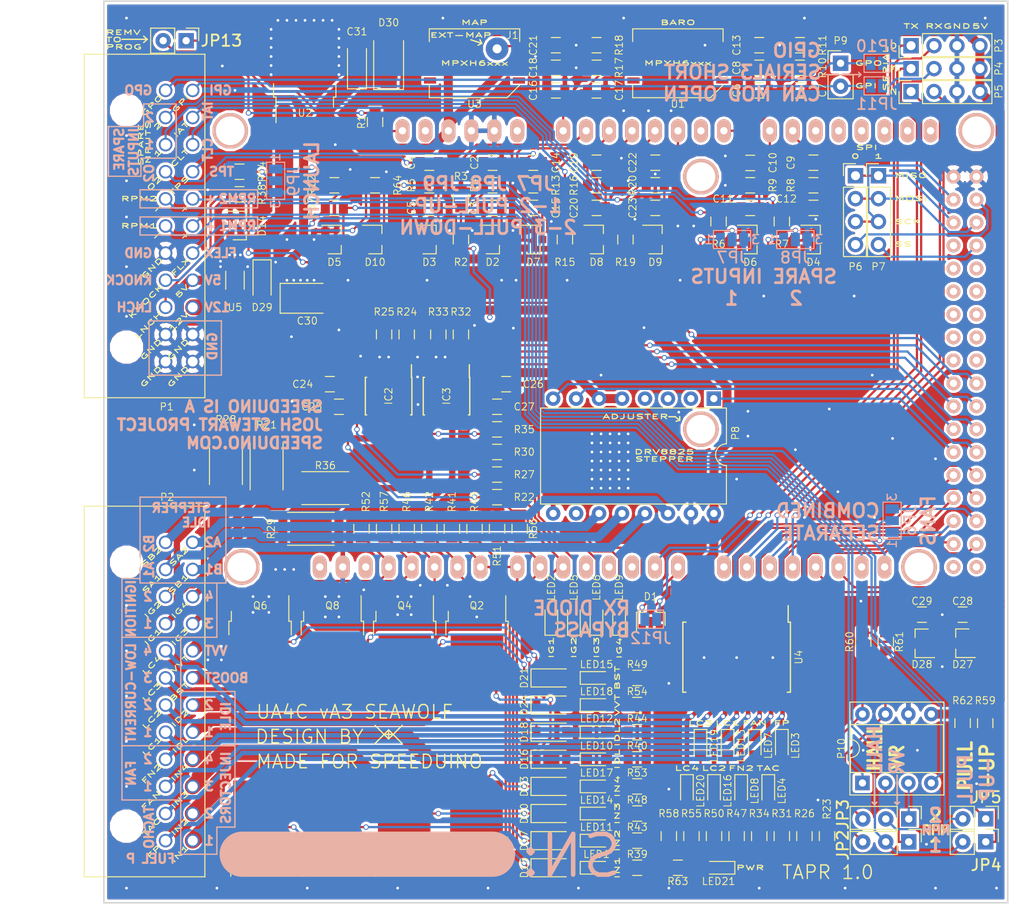
<source format=kicad_pcb>
(kicad_pcb (version 20171130) (host pcbnew "(5.0.0)")
  (title_block (title Underdog) (date 2018-08-30) (rev A3))
  (layers (0 F.Cu signal) (31 B.Cu signal) (34 B.Paste user) (35 F.Paste user) (36 B.SilkS user) (37 F.SilkS user) (38 B.Mask user) (39 F.Mask user) (44 Edge.Cuts user))
  (net 0 "")
  (net 1 +5V)
  (net 2 +12V)
  (net 3 "Net-(LED2-Pad2)")
  (net 4 "Net-(LED4-Pad2)")
  (net 5 /TPS)
  (net 6 /CLT)
  (net 7 /IAT)
  (net 8 /FUELP)
  (net 9 /TACHO)
  (net 10 /LAUNCH)
  (net 11 /RESET)
  (net 12 /D19)
  (net 13 /D18)
  (net 14 "Net-(C21-Pad2)")
  (net 15 /FAN)
  (net 16 /FAN2)
  (net 17 "Net-(LED5-Pad2)")
  (net 18 "Net-(LED6-Pad2)")
  (net 19 "Net-(LED7-Pad2)")
  (net 20 /TX3)
  (net 21 /RX3)
  (net 22 /TX0)
  (net 23 /RX0)
  (net 24 /MISO)
  (net 25 /MOSI)
  (net 26 /SCK)
  (net 27 /IGN1)
  (net 28 /IGN2)
  (net 29 /IGN3)
  (net 30 /IGN4)
  (net 31 /A3)
  (net 32 /A0)
  (net 33 /A4)
  (net 34 /A5)
  (net 35 "Net-(IC2-Pad5)")
  (net 36 "Net-(IC2-Pad7)")
  (net 37 "Net-(IC3-Pad5)")
  (net 38 "Net-(IC3-Pad7)")
  (net 39 "Net-(LED1-Pad2)")
  (net 40 "Net-(LED3-Pad2)")
  (net 41 "Net-(LED8-Pad2)")
  (net 42 "Net-(LED9-Pad2)")
  (net 43 /A7)
  (net 44 /D9)
  (net 45 /D10)
  (net 46 /D7)
  (net 47 /D8)
  (net 48 /D5)
  (net 49 /D6)
  (net 50 /SS0)
  (net 51 /SS1)
  (net 52 /TX2)
  (net 53 /RX2)
  (net 54 "Net-(LED10-Pad2)")
  (net 55 "Net-(LED11-Pad2)")
  (net 56 Earth)
  (net 57 "Net-(C2-Pad1)")
  (net 58 /A2)
  (net 59 /02)
  (net 60 /A1)
  (net 61 /INP2)
  (net 62 /A8)
  (net 63 /A9)
  (net 64 "Net-(C13-Pad2)")
  (net 65 /D20)
  (net 66 /INJ1)
  (net 67 "Net-(D15-Pad2)")
  (net 68 /IDLE1)
  (net 69 "Net-(D16-Pad2)")
  (net 70 /INJ2)
  (net 71 "Net-(D17-Pad2)")
  (net 72 /IDLE2)
  (net 73 "Net-(D18-Pad2)")
  (net 74 /LC1)
  (net 75 /INJ3)
  (net 76 "Net-(D20-Pad2)")
  (net 77 /BOOST)
  (net 78 "Net-(D21-Pad2)")
  (net 79 /LC2)
  (net 80 /INJ4)
  (net 81 "Net-(D23-Pad2)")
  (net 82 /VVT)
  (net 83 "Net-(D24-Pad2)")
  (net 84 /LC3)
  (net 85 /LC4)
  (net 86 "Net-(D29-Pad1)")
  (net 87 /D33)
  (net 88 /GPO)
  (net 89 /GPI)
  (net 90 /D25)
  (net 91 "Net-(JP6-Pad2)")
  (net 92 /D24)
  (net 93 /RPM1/VR+)
  (net 94 /RPM2/VR+)
  (net 95 "Net-(LED12-Pad2)")
  (net 96 "Net-(LED13-Pad2)")
  (net 97 "Net-(LED14-Pad2)")
  (net 98 "Net-(LED15-Pad2)")
  (net 99 "Net-(LED16-Pad2)")
  (net 100 "Net-(LED17-Pad2)")
  (net 101 "Net-(LED18-Pad2)")
  (net 102 "Net-(LED19-Pad2)")
  (net 103 "Net-(LED20-Pad2)")
  (net 104 "Net-(LED21-Pad2)")
  (net 105 /FLEX)
  (net 106 /VR1-)
  (net 107 /VR2-)
  (net 108 /STP-B1)
  (net 109 /STP-A1)
  (net 110 /STP-B2)
  (net 111 /STP-A2)
  (net 112 /D11)
  (net 113 /D12)
  (net 114 /D22)
  (net 115 /D23)
  (net 116 /D26)
  (net 117 /D27)
  (net 118 /D28)
  (net 119 /D29)
  (net 120 /INP1)
  (net 121 /ENBL)
  (net 122 /STEP)
  (net 123 /DIR)
  (net 124 /D35)
  (net 125 /D36)
  (net 126 /D34)
  (net 127 /D37)
  (net 128 "Net-(JP2-Pad1)")
  (net 129 "Net-(JP2-Pad3)")
  (net 130 "Net-(JP3-Pad1)")
  (net 131 "Net-(JP3-Pad3)")
  (net 132 "Net-(JP4-Pad1)")
  (net 133 "Net-(JP5-Pad1)")
  (net 134 "Net-(JP7-Pad2)")
  (net 135 "Net-(JP8-Pad2)")
  (net 136 "Net-(JP9-Pad2)")
  (net 137 "Net-(D1-Pad3)")
  (net 138 "Net-(JP13-Pad2)")
  (net 139 /D21)
  (net 140 /KNOCK)
  (module Fiducials:Fiducial_1mm_Dia_2.54mm_Outer_CopperTop (layer F.Cu) (at 103.9 65.5)
    (fp_text reference REF** hide)
    (fp_text value Fiducial_1mm_Dia_2.54mm_Outer_CopperTop)
    (pad ~ smd circle (at 0 0) (size 1 1) (layers F.Cu F.Mask) (clearance 0.77))
  )
  (module Fiducials:Fiducial_1mm_Dia_2.54mm_Outer_CopperTop (layer F.Cu) (at 92.5 112.5)
    (fp_text reference REF** hide)
    (fp_text value Fiducial_1mm_Dia_2.54mm_Outer_CopperTop)
    (pad ~ smd circle (at 0 0) (size 1 1) (layers F.Cu F.Mask) (clearance 0.77))
  )
  (module footprnt:VIA_0.6mm (layer F.Cu) (at 104.5 73)
    (fp_text reference REF** hide)
    (fp_text value VIA_0.6mm hide)
    (pad 1 thru_hole circle (at 0 0) (size 0.6 0.6) (drill 0.3) (layers *.Cu) (net 56 Earth))
  )
  (module footprnt:VIA_0.6mm (layer F.Cu) (at 152.5 150.3)
    (fp_text reference REF** hide)
    (fp_text value VIA_0.6mm hide)
    (pad 1 thru_hole circle (at 0 0) (size 0.6 0.6) (drill 0.3) (layers *.Cu) (net 56 Earth))
  )
  (module footprnt:VIA_0.6mm (layer F.Cu) (at 152.5 138.6)
    (fp_text reference REF** hide)
    (fp_text value VIA_0.6mm hide)
    (pad 1 thru_hole circle (at 0 0) (size 0.6 0.6) (drill 0.3) (layers *.Cu) (net 56 Earth))
  )
  (module footprnt:VIA_0.6mm (layer F.Cu) (at 139.5 87.5)
    (fp_text reference REF** hide)
    (fp_text value VIA_0.6mm hide)
    (pad 1 thru_hole circle (at 0 0) (size 0.6 0.6) (drill 0.3) (layers *.Cu) (net 56 Earth))
  )
  (module footprnt:VIA_0.6mm (layer F.Cu) (at 115.6 79)
    (fp_text reference REF** hide)
    (fp_text value VIA_0.6mm hide)
    (pad 1 thru_hole circle (at 0 0) (size 0.6 0.6) (drill 0.3) (layers *.Cu) (net 56 Earth))
  )
  (module footprnt:VIA_0.6mm (layer F.Cu) (at 100 115)
    (fp_text reference REF** hide)
    (fp_text value VIA_0.6mm hide)
    (pad 1 thru_hole circle (at 0 0) (size 0.6 0.6) (drill 0.3) (layers *.Cu) (net 56 Earth))
  )
  (module footprnt:VIA_0.6mm (layer F.Cu) (at 100 110)
    (fp_text reference REF** hide)
    (fp_text value VIA_0.6mm hide)
    (pad 1 thru_hole circle (at 0 0) (size 0.6 0.6) (drill 0.3) (layers *.Cu) (net 56 Earth))
  )
  (module footprnt:VIA_0.6mm (layer F.Cu) (at 160 116)
    (fp_text reference REF** hide)
    (fp_text value VIA_0.6mm hide)
    (pad 1 thru_hole circle (at 0 0) (size 0.6 0.6) (drill 0.3) (layers *.Cu) (net 56 Earth))
  )
  (module footprnt:VIA_0.6mm (layer F.Cu) (at 131 99)
    (fp_text reference REF** hide)
    (fp_text value VIA_0.6mm hide)
    (pad 1 thru_hole circle (at 0 0) (size 0.6 0.6) (drill 0.3) (layers *.Cu) (net 56 Earth))
  )
  (module footprnt:VIA_0.6mm (layer F.Cu) (at 186.55 149.7)
    (fp_text reference REF** hide)
    (fp_text value VIA_0.6mm hide)
    (pad 1 thru_hole circle (at 0 0) (size 0.6 0.6) (drill 0.3) (layers *.Cu) (net 56 Earth))
  )
  (module footprnt:VIA_0.6mm (layer F.Cu) (at 124.7 102.5)
    (fp_text reference REF** hide)
    (fp_text value VIA_0.6mm hide)
    (pad 1 thru_hole circle (at 0 0) (size 0.6 0.6) (drill 0.3) (layers *.Cu) (net 56 Earth))
  )
  (module footprnt:VIA_0.6mm (layer F.Cu) (at 124.7 104.7)
    (fp_text reference REF** hide)
    (fp_text value VIA_0.6mm hide)
    (pad 1 thru_hole circle (at 0 0) (size 0.6 0.6) (drill 0.3) (layers *.Cu) (net 56 Earth))
  )
  (module footprnt:VIA_0.6mm (layer F.Cu) (at 118.4 102.4)
    (fp_text reference REF** hide)
    (fp_text value VIA_0.6mm hide)
    (pad 1 thru_hole circle (at 0 0) (size 0.6 0.6) (drill 0.3) (layers *.Cu) (net 56 Earth))
  )
  (module footprnt:VIA_0.6mm (layer F.Cu) (at 120.5 102.5)
    (fp_text reference REF** hide)
    (fp_text value VIA_0.6mm hide)
    (pad 1 thru_hole circle (at 0 0) (size 0.6 0.6) (drill 0.3) (layers *.Cu) (net 56 Earth))
  )
  (module footprnt:VIA_0.6mm (layer F.Cu) (at 121.5 102.5)
    (fp_text reference REF** hide)
    (fp_text value VIA_0.6mm hide)
    (pad 1 thru_hole circle (at 0 0) (size 0.6 0.6) (drill 0.3) (layers *.Cu) (net 56 Earth))
  )
  (module footprnt:VIA_0.6mm (layer F.Cu) (at 127.75 102.5)
    (fp_text reference REF** hide)
    (fp_text value VIA_0.6mm hide)
    (pad 1 thru_hole circle (at 0 0) (size 0.6 0.6) (drill 0.3) (layers *.Cu) (net 56 Earth))
  )
  (module Capacitors_SMD:C_0805 (layer F.Cu) (at 121 100 270)
    (fp_text reference R25 (at -2.5 0) (layer F.SilkS) (effects (font (size 0.8 0.8) (thickness 0.1))))
    (fp_text value 100k)
    (pad 1 smd rect (at -1 0 270) (size 1 1.25) (layers F.Cu F.Paste F.Mask) (net 56 Earth))
    (pad 2 smd rect (at 1 0 270) (size 1 1.25) (layers F.Cu F.Paste F.Mask) (net 125 /D36))
  )
  (module footprnt:VIA_0.6mm (layer F.Cu) (at 145 117)
    (fp_text reference REF** hide)
    (fp_text value VIA_0.6mm hide)
    (pad 1 thru_hole circle (at 0 0) (size 0.6 0.6) (drill 0.3) (layers *.Cu) (net 56 Earth))
  )
  (module footprnt:VIA_0.6mm (layer F.Cu) (at 148 116)
    (fp_text reference REF** hide)
    (fp_text value VIA_0.6mm hide)
    (pad 1 thru_hole circle (at 0 0) (size 0.6 0.6) (drill 0.3) (layers *.Cu) (net 56 Earth))
  )
  (module footprnt:VIA_0.6mm (layer F.Cu) (at 148 117)
    (fp_text reference REF** hide)
    (fp_text value VIA_0.6mm hide)
    (pad 1 thru_hole circle (at 0 0) (size 0.6 0.6) (drill 0.3) (layers *.Cu) (net 56 Earth))
  )
  (module footprnt:VIA_0.6mm (layer F.Cu) (at 147 117)
    (fp_text reference REF** hide)
    (fp_text value VIA_0.6mm hide)
    (pad 1 thru_hole circle (at 0 0) (size 0.6 0.6) (drill 0.3) (layers *.Cu) (net 56 Earth))
  )
  (module footprnt:VIA_0.6mm (layer F.Cu) (at 146 117)
    (fp_text reference REF** hide)
    (fp_text value VIA_0.6mm hide)
    (pad 1 thru_hole circle (at 0 0) (size 0.6 0.6) (drill 0.3) (layers *.Cu) (net 56 Earth))
  )
  (module footprnt:VIA_0.6mm (layer F.Cu) (at 147 116)
    (fp_text reference REF** hide)
    (fp_text value VIA_0.6mm hide)
    (pad 1 thru_hole circle (at 0 0) (size 0.6 0.6) (drill 0.3) (layers *.Cu) (net 56 Earth))
  )
  (module footprnt:VIA_0.6mm (layer F.Cu) (at 146 116)
    (fp_text reference REF** hide)
    (fp_text value VIA_0.6mm hide)
    (pad 1 thru_hole circle (at 0 0) (size 0.6 0.6) (drill 0.3) (layers *.Cu) (net 56 Earth))
  )
  (module footprnt:VIA_0.6mm (layer F.Cu) (at 145 116)
    (fp_text reference REF** hide)
    (fp_text value VIA_0.6mm hide)
    (pad 1 thru_hole circle (at 0 0) (size 0.6 0.6) (drill 0.3) (layers *.Cu) (net 56 Earth))
  )
  (module footprnt:VIA_0.6mm (layer F.Cu) (at 144 117)
    (fp_text reference REF** hide)
    (fp_text value VIA_0.6mm hide)
    (pad 1 thru_hole circle (at 0 0) (size 0.6 0.6) (drill 0.3) (layers *.Cu) (net 56 Earth))
  )
  (module footprnt:VIA_0.6mm (layer F.Cu) (at 144 116)
    (fp_text reference REF** hide)
    (fp_text value VIA_0.6mm hide)
    (pad 1 thru_hole circle (at 0 0) (size 0.6 0.6) (drill 0.3) (layers *.Cu) (net 56 Earth))
  )
  (module footprnt:VIA_0.6mm (layer F.Cu) (at 148 114)
    (fp_text reference REF** hide)
    (fp_text value VIA_0.6mm hide)
    (pad 1 thru_hole circle (at 0 0) (size 0.6 0.6) (drill 0.3) (layers *.Cu) (net 56 Earth))
  )
  (module footprnt:VIA_0.6mm (layer F.Cu) (at 148 115)
    (fp_text reference REF** hide)
    (fp_text value VIA_0.6mm hide)
    (pad 1 thru_hole circle (at 0 0) (size 0.6 0.6) (drill 0.3) (layers *.Cu) (net 56 Earth))
  )
  (module footprnt:VIA_0.6mm (layer F.Cu) (at 148 111)
    (fp_text reference REF** hide)
    (fp_text value VIA_0.6mm hide)
    (pad 1 thru_hole circle (at 0 0) (size 0.6 0.6) (drill 0.3) (layers *.Cu) (net 56 Earth))
  )
  (module footprnt:VIA_0.6mm (layer F.Cu) (at 148 112)
    (fp_text reference REF** hide)
    (fp_text value VIA_0.6mm hide)
    (pad 1 thru_hole circle (at 0 0) (size 0.6 0.6) (drill 0.3) (layers *.Cu) (net 56 Earth))
  )
  (module footprnt:VIA_0.6mm (layer F.Cu) (at 148 113)
    (fp_text reference REF** hide)
    (fp_text value VIA_0.6mm hide)
    (pad 1 thru_hole circle (at 0 0) (size 0.6 0.6) (drill 0.3) (layers *.Cu) (net 56 Earth))
  )
  (module footprnt:VIA_0.6mm (layer F.Cu) (at 144 111)
    (fp_text reference REF** hide)
    (fp_text value VIA_0.6mm hide)
    (pad 1 thru_hole circle (at 0 0) (size 0.6 0.6) (drill 0.3) (layers *.Cu) (net 56 Earth))
  )
  (module footprnt:VIA_0.6mm (layer F.Cu) (at 144 114)
    (fp_text reference REF** hide)
    (fp_text value VIA_0.6mm hide)
    (pad 1 thru_hole circle (at 0 0) (size 0.6 0.6) (drill 0.3) (layers *.Cu) (net 56 Earth))
  )
  (module footprnt:VIA_0.6mm (layer F.Cu) (at 144 115)
    (fp_text reference REF** hide)
    (fp_text value VIA_0.6mm hide)
    (pad 1 thru_hole circle (at 0 0) (size 0.6 0.6) (drill 0.3) (layers *.Cu) (net 56 Earth))
  )
  (module footprnt:VIA_0.6mm (layer F.Cu) (at 144 113)
    (fp_text reference REF** hide)
    (fp_text value VIA_0.6mm hide)
    (pad 1 thru_hole circle (at 0 0) (size 0.6 0.6) (drill 0.3) (layers *.Cu) (net 56 Earth))
  )
  (module footprnt:VIA_0.6mm (layer F.Cu) (at 144 112)
    (fp_text reference REF** hide)
    (fp_text value VIA_0.6mm hide)
    (pad 1 thru_hole circle (at 0 0) (size 0.6 0.6) (drill 0.3) (layers *.Cu) (net 56 Earth))
  )
  (module footprnt:VIA_0.6mm (layer F.Cu) (at 147 115)
    (fp_text reference REF** hide)
    (fp_text value VIA_0.6mm hide)
    (pad 1 thru_hole circle (at 0 0) (size 0.6 0.6) (drill 0.3) (layers *.Cu) (net 56 Earth))
  )
  (module footprnt:VIA_0.6mm (layer F.Cu) (at 146 115)
    (fp_text reference REF** hide)
    (fp_text value VIA_0.6mm hide)
    (pad 1 thru_hole circle (at 0 0) (size 0.6 0.6) (drill 0.3) (layers *.Cu) (net 56 Earth))
  )
  (module footprnt:VIA_0.6mm (layer F.Cu) (at 145 115)
    (fp_text reference REF** hide)
    (fp_text value VIA_0.6mm hide)
    (pad 1 thru_hole circle (at 0 0) (size 0.6 0.6) (drill 0.3) (layers *.Cu) (net 56 Earth))
  )
  (module footprnt:VIA_0.6mm (layer F.Cu) (at 147 114)
    (fp_text reference REF** hide)
    (fp_text value VIA_0.6mm hide)
    (pad 1 thru_hole circle (at 0 0) (size 0.6 0.6) (drill 0.3) (layers *.Cu) (net 56 Earth))
  )
  (module footprnt:VIA_0.6mm (layer F.Cu) (at 146 114)
    (fp_text reference REF** hide)
    (fp_text value VIA_0.6mm hide)
    (pad 1 thru_hole circle (at 0 0) (size 0.6 0.6) (drill 0.3) (layers *.Cu) (net 56 Earth))
  )
  (module footprnt:VIA_0.6mm (layer F.Cu) (at 145 114)
    (fp_text reference REF** hide)
    (fp_text value VIA_0.6mm hide)
    (pad 1 thru_hole circle (at 0 0) (size 0.6 0.6) (drill 0.3) (layers *.Cu) (net 56 Earth))
  )
  (module footprnt:VIA_0.6mm (layer F.Cu) (at 147 113)
    (fp_text reference REF** hide)
    (fp_text value VIA_0.6mm hide)
    (pad 1 thru_hole circle (at 0 0) (size 0.6 0.6) (drill 0.3) (layers *.Cu) (net 56 Earth))
  )
  (module footprnt:VIA_0.6mm (layer F.Cu) (at 146 113)
    (fp_text reference REF** hide)
    (fp_text value VIA_0.6mm hide)
    (pad 1 thru_hole circle (at 0 0) (size 0.6 0.6) (drill 0.3) (layers *.Cu) (net 56 Earth))
  )
  (module footprnt:VIA_0.6mm (layer F.Cu) (at 145 113)
    (fp_text reference REF** hide)
    (fp_text value VIA_0.6mm hide)
    (pad 1 thru_hole circle (at 0 0) (size 0.6 0.6) (drill 0.3) (layers *.Cu) (net 56 Earth))
  )
  (module footprnt:VIA_0.6mm (layer F.Cu) (at 147 112)
    (fp_text reference REF** hide)
    (fp_text value VIA_0.6mm hide)
    (pad 1 thru_hole circle (at 0 0) (size 0.6 0.6) (drill 0.3) (layers *.Cu) (net 56 Earth))
  )
  (module footprnt:VIA_0.6mm (layer F.Cu) (at 146 112)
    (fp_text reference REF** hide)
    (fp_text value VIA_0.6mm hide)
    (pad 1 thru_hole circle (at 0 0) (size 0.6 0.6) (drill 0.3) (layers *.Cu) (net 56 Earth))
  )
  (module footprnt:VIA_0.6mm (layer F.Cu) (at 145 112)
    (fp_text reference REF** hide)
    (fp_text value VIA_0.6mm hide)
    (pad 1 thru_hole circle (at 0 0) (size 0.6 0.6) (drill 0.3) (layers *.Cu) (net 56 Earth))
  )
  (module footprnt:VIA_0.6mm (layer F.Cu) (at 147 111)
    (fp_text reference REF** hide)
    (fp_text value VIA_0.6mm hide)
    (pad 1 thru_hole circle (at 0 0) (size 0.6 0.6) (drill 0.3) (layers *.Cu) (net 56 Earth))
  )
  (module footprnt:VIA_0.6mm (layer F.Cu) (at 146 111)
    (fp_text reference REF** hide)
    (fp_text value VIA_0.6mm hide)
    (pad 1 thru_hole circle (at 0 0) (size 0.6 0.6) (drill 0.3) (layers *.Cu) (net 56 Earth))
  )
  (module footprnt:VIA_0.6mm (layer F.Cu) (at 92.5 78)
    (fp_text reference REF** hide)
    (fp_text value VIA_0.6mm hide)
    (pad 1 thru_hole circle (at 0 0) (size 0.6 0.6) (drill 0.3) (layers *.Cu) (net 56 Earth))
  )
  (module footprnt:VIA_0.6mm (layer F.Cu) (at 92.5 83)
    (fp_text reference REF** hide)
    (fp_text value VIA_0.6mm hide)
    (pad 1 thru_hole circle (at 0 0) (size 0.6 0.6) (drill 0.3) (layers *.Cu) (net 56 Earth))
  )
  (module footprnt:VIA_0.6mm (layer F.Cu) (at 92.5 87)
    (fp_text reference REF** hide)
    (fp_text value VIA_0.6mm hide)
    (pad 1 thru_hole circle (at 0 0) (size 0.6 0.6) (drill 0.3) (layers *.Cu) (net 56 Earth))
  )
  (module footprnt:VIA_0.6mm (layer F.Cu) (at 92.5 92.5)
    (fp_text reference REF** hide)
    (fp_text value VIA_0.6mm hide)
    (pad 1 thru_hole circle (at 0 0) (size 0.6 0.6) (drill 0.3) (layers *.Cu) (net 56 Earth))
  )
  (module footprnt:VIA_0.6mm (layer F.Cu) (at 92.5 98)
    (fp_text reference REF** hide)
    (fp_text value VIA_0.6mm hide)
    (pad 1 thru_hole circle (at 0 0) (size 0.6 0.6) (drill 0.3) (layers *.Cu) (net 56 Earth))
  )
  (module footprnt:VIA_0.6mm (layer F.Cu) (at 92.5 130)
    (fp_text reference REF** hide)
    (fp_text value VIA_0.6mm hide)
    (pad 1 thru_hole circle (at 0 0) (size 0.6 0.6) (drill 0.3) (layers *.Cu) (net 56 Earth))
  )
  (module footprnt:VIA_0.6mm (layer F.Cu) (at 92.5 135)
    (fp_text reference REF** hide)
    (fp_text value VIA_0.6mm hide)
    (pad 1 thru_hole circle (at 0 0) (size 0.6 0.6) (drill 0.3) (layers *.Cu) (net 56 Earth))
  )
  (module footprnt:VIA_0.6mm (layer F.Cu) (at 92.5 140)
    (fp_text reference REF** hide)
    (fp_text value VIA_0.6mm hide)
    (pad 1 thru_hole circle (at 0 0) (size 0.6 0.6) (drill 0.3) (layers *.Cu) (net 56 Earth))
  )
  (module footprnt:VIA_0.6mm (layer F.Cu) (at 92.5 145)
    (fp_text reference REF** hide)
    (fp_text value VIA_0.6mm hide)
    (pad 1 thru_hole circle (at 0 0) (size 0.6 0.6) (drill 0.3) (layers *.Cu) (net 56 Earth))
  )
  (module footprnt:VIA_0.6mm (layer F.Cu) (at 92.5 150)
    (fp_text reference REF** hide)
    (fp_text value VIA_0.6mm hide)
    (pad 1 thru_hole circle (at 0 0) (size 0.6 0.6) (drill 0.3) (layers *.Cu) (net 56 Earth))
  )
  (module footprnt:VIA_0.6mm (layer F.Cu) (at 169 151.5)
    (fp_text reference REF** hide)
    (fp_text value VIA_0.6mm hide)
    (pad 1 thru_hole circle (at 0 0) (size 0.6 0.6) (drill 0.3) (layers *.Cu) (net 56 Earth))
  )
  (module footprnt:VIA_0.6mm (layer F.Cu) (at 181 156.4)
    (fp_text reference REF** hide)
    (fp_text value VIA_0.6mm hide)
    (pad 1 thru_hole circle (at 0 0) (size 0.6 0.6) (drill 0.3) (layers *.Cu) (net 56 Earth))
  )
  (module footprnt:VIA_0.6mm (layer F.Cu) (at 174 146)
    (fp_text reference REF** hide)
    (fp_text value VIA_0.6mm hide)
    (pad 1 thru_hole circle (at 0 0) (size 0.6 0.6) (drill 0.3) (layers *.Cu) (net 56 Earth))
  )
  (module footprnt:VIA_0.6mm (layer F.Cu) (at 180 146)
    (fp_text reference REF** hide)
    (fp_text value VIA_0.6mm hide)
    (pad 1 thru_hole circle (at 0 0) (size 0.6 0.6) (drill 0.3) (layers *.Cu) (net 56 Earth))
  )
  (module Connectors_Molex:Molex_Microfit3_Header_02x11_Angled_43045-220x (layer F.Cu) (at 96.825 103 270)
    (fp_text reference P1 (at 5 -0.125) (layer F.SilkS) (effects (font (size 0.8 0.8) (thickness 0.1))))
    (fp_text value INPUTS)
    (pad 1 thru_hole circle (at 0 0 270) (size 1.5 1.5) (drill 1.1) (layers *.Cu *.Mask) (net 56 Earth))
    (pad 12 thru_hole circle (at 0 -3 270) (size 1.5 1.5) (drill 1.1) (layers *.Cu *.Mask) (net 56 Earth))
    (pad 13 thru_hole circle (at -3 -3 270) (size 1.5 1.5) (drill 1.1) (layers *.Cu *.Mask) (net 56 Earth))
    (pad 2 thru_hole circle (at -3 0 270) (size 1.5 1.5) (drill 1.1) (layers *.Cu *.Mask) (net 56 Earth))
    (pad 3 thru_hole circle (at -6 0 270) (size 1.5 1.5) (drill 1.1) (layers *.Cu *.Mask) (net 10 /LAUNCH))
    (pad 14 thru_hole circle (at -6 -3 270) (size 1.5 1.5) (drill 1.1) (layers *.Cu *.Mask) (net 2 +12V))
    (pad 15 thru_hole circle (at -9 -3 270) (size 1.5 1.5) (drill 1.1) (layers *.Cu *.Mask) (net 1 +5V))
    (pad 4 thru_hole circle (at -9 0 270) (size 1.5 1.5) (drill 1.1) (layers *.Cu *.Mask) (net 140 /KNOCK))
    (pad 5 thru_hole circle (at -12 0 270) (size 1.5 1.5) (drill 1.1) (layers *.Cu *.Mask) (net 56 Earth))
    (pad 16 thru_hole circle (at -12 -3 270) (size 1.5 1.5) (drill 1.1) (layers *.Cu *.Mask) (net 105 /FLEX))
    (pad 17 thru_hole circle (at -15 -3 270) (size 1.5 1.5) (drill 1.1) (layers *.Cu *.Mask) (net 93 /RPM1/VR+))
    (pad 6 thru_hole circle (at -15 0 270) (size 1.5 1.5) (drill 1.1) (layers *.Cu *.Mask) (net 106 /VR1-))
    (pad 7 thru_hole circle (at -18 0 270) (size 1.5 1.5) (drill 1.1) (layers *.Cu *.Mask) (net 107 /VR2-))
    (pad 18 thru_hole circle (at -18 -3 270) (size 1.5 1.5) (drill 1.1) (layers *.Cu *.Mask) (net 94 /RPM2/VR+))
    (pad "" np_thru_hole circle (at -1.6 4.32 270) (size 3.1 3.1) (drill 3.1) (layers *.Cu *.Mask))
    (pad 19 thru_hole circle (at -21 -3 270) (size 1.5 1.5) (drill 1.1) (layers *.Cu *.Mask) (net 5 /TPS))
    (pad 8 thru_hole circle (at -21 0 270) (size 1.5 1.5) (drill 1.1) (layers *.Cu *.Mask) (net 59 /02))
    (pad 9 thru_hole circle (at -24 0 270) (size 1.5 1.5) (drill 1.1) (layers *.Cu *.Mask) (net 120 /INP1))
    (pad 20 thru_hole circle (at -24 -3 270) (size 1.5 1.5) (drill 1.1) (layers *.Cu *.Mask) (net 6 /CLT))
    (pad 21 thru_hole circle (at -27 -3 270) (size 1.5 1.5) (drill 1.1) (layers *.Cu *.Mask) (net 7 /IAT))
    (pad 10 thru_hole circle (at -27 0 270) (size 1.5 1.5) (drill 1.1) (layers *.Cu *.Mask) (net 61 /INP2))
    (pad 22 thru_hole circle (at -30 -3 270) (size 1.5 1.5) (drill 1.1) (layers *.Cu *.Mask) (net 89 /GPI))
    (pad 11 thru_hole circle (at -30 0 270) (size 1.5 1.5) (drill 1.1) (layers *.Cu *.Mask) (net 88 /GPO))
    (pad "" np_thru_hole circle (at -27.8 4.32 270) (size 3.1 3.1) (drill 3.1) (layers *.Cu *.Mask))
  )
  (module footprnt:VIA_0.6mm (layer F.Cu) (at 102.9 91.9)
    (fp_text reference REF** hide)
    (fp_text value VIA_0.6mm hide)
    (pad 1 thru_hole circle (at 0 0) (size 0.6 0.6) (drill 0.3) (layers *.Cu) (net 56 Earth))
  )
  (module footprnt:VIA_0.6mm (layer F.Cu) (at 103.9 91.2)
    (fp_text reference REF** hide)
    (fp_text value VIA_0.6mm hide)
    (pad 1 thru_hole circle (at 0 0) (size 0.6 0.6) (drill 0.3) (layers *.Cu) (net 56 Earth))
  )
  (module footprnt:VIA_0.6mm (layer F.Cu) (at 104.5 91.2)
    (fp_text reference REF** hide)
    (fp_text value VIA_0.6mm hide)
    (pad 1 thru_hole circle (at 0 0) (size 0.6 0.6) (drill 0.3) (layers *.Cu) (net 56 Earth))
  )
  (module footprnt:VIA_0.6mm (layer F.Cu) (at 105.1 91.2)
    (fp_text reference REF** hide)
    (fp_text value VIA_0.6mm hide)
    (pad 1 thru_hole circle (at 0 0) (size 0.6 0.6) (drill 0.3) (layers *.Cu) (net 56 Earth))
  )
  (module footprnt:VIA_0.6mm (layer F.Cu) (at 105.9 92.5)
    (fp_text reference REF** hide)
    (fp_text value VIA_0.6mm hide)
    (pad 1 thru_hole circle (at 0 0) (size 0.6 0.6) (drill 0.3) (layers *.Cu) (net 56 Earth))
  )
  (module footprnt:VIA_0.6mm (layer F.Cu) (at 102.9 92.5)
    (fp_text reference REF** hide)
    (fp_text value VIA_0.6mm hide)
    (pad 1 thru_hole circle (at 0 0) (size 0.6 0.6) (drill 0.3) (layers *.Cu) (net 56 Earth))
  )
  (module footprnt:VIA_0.6mm (layer F.Cu) (at 101.5 136)
    (fp_text reference REF** hide)
    (fp_text value VIA_0.6mm hide)
    (pad 1 thru_hole circle (at 0 0) (size 0.6 0.6) (drill 0.3) (layers *.Cu) (net 56 Earth))
  )
  (module footprnt:VIA_0.6mm (layer F.Cu) (at 103 136)
    (fp_text reference REF** hide)
    (fp_text value VIA_0.6mm hide)
    (pad 1 thru_hole circle (at 0 0) (size 0.6 0.6) (drill 0.3) (layers *.Cu) (net 56 Earth))
  )
  (module footprnt:VIA_0.6mm (layer F.Cu) (at 103 134.5)
    (fp_text reference REF** hide)
    (fp_text value VIA_0.6mm hide)
    (pad 1 thru_hole circle (at 0 0) (size 0.6 0.6) (drill 0.3) (layers *.Cu) (net 56 Earth))
  )
  (module footprnt:VIA_0.6mm (layer F.Cu) (at 149.75 99.25)
    (fp_text reference REF** hide)
    (fp_text value VIA_0.6mm hide)
    (pad 1 thru_hole circle (at 0 0) (size 0.6 0.6) (drill 0.3) (layers *.Cu) (net 56 Earth))
  )
  (module footprnt:VIA_0.6mm (layer F.Cu) (at 110.75 100.25)
    (fp_text reference REF** hide)
    (fp_text value VIA_0.6mm hide)
    (pad 1 thru_hole circle (at 0 0) (size 0.6 0.6) (drill 0.3) (layers *.Cu) (net 56 Earth))
  )
  (module footprnt:VIA_0.6mm (layer F.Cu) (at 110.8 107.4)
    (fp_text reference REF** hide)
    (fp_text value VIA_0.6mm hide)
    (pad 1 thru_hole circle (at 0 0) (size 0.6 0.6) (drill 0.3) (layers *.Cu) (net 56 Earth))
  )
  (module footprnt:VIA_0.6mm (layer F.Cu) (at 124.75 107.75)
    (fp_text reference REF** hide)
    (fp_text value VIA_0.6mm hide)
    (pad 1 thru_hole circle (at 0 0) (size 0.6 0.6) (drill 0.3) (layers *.Cu) (net 56 Earth))
  )
  (module footprnt:VIA_0.6mm (layer F.Cu) (at 117 94)
    (fp_text reference REF** hide)
    (fp_text value VIA_0.6mm hide)
    (pad 1 thru_hole circle (at 0 0) (size 0.6 0.6) (drill 0.3) (layers *.Cu) (net 56 Earth))
  )
  (module footprnt:VIA_0.6mm (layer F.Cu) (at 125.75 94)
    (fp_text reference REF** hide)
    (fp_text value VIA_0.6mm hide)
    (pad 1 thru_hole circle (at 0 0) (size 0.6 0.6) (drill 0.3) (layers *.Cu) (net 56 Earth))
  )
  (module footprnt:VIA_0.6mm (layer F.Cu) (at 134 94)
    (fp_text reference REF** hide)
    (fp_text value VIA_0.6mm hide)
    (pad 1 thru_hole circle (at 0 0) (size 0.6 0.6) (drill 0.3) (layers *.Cu) (net 56 Earth))
  )
  (module footprnt:VIA_0.6mm (layer F.Cu) (at 141.25 94)
    (fp_text reference REF** hide)
    (fp_text value VIA_0.6mm hide)
    (pad 1 thru_hole circle (at 0 0) (size 0.6 0.6) (drill 0.3) (layers *.Cu) (net 56 Earth))
  )
  (module footprnt:VIA_0.6mm (layer F.Cu) (at 153.75 94)
    (fp_text reference REF** hide)
    (fp_text value VIA_0.6mm hide)
    (pad 1 thru_hole circle (at 0 0) (size 0.6 0.6) (drill 0.3) (layers *.Cu) (net 56 Earth))
  )
  (module footprnt:VIA_0.6mm (layer F.Cu) (at 163 95.75)
    (fp_text reference REF** hide)
    (fp_text value VIA_0.6mm hide)
    (pad 1 thru_hole circle (at 0 0) (size 0.6 0.6) (drill 0.3) (layers *.Cu) (net 56 Earth))
  )
  (module footprnt:VIA_0.6mm (layer F.Cu) (at 173 95.75)
    (fp_text reference REF** hide)
    (fp_text value VIA_0.6mm hide)
    (pad 1 thru_hole circle (at 0 0) (size 0.6 0.6) (drill 0.3) (layers *.Cu) (net 56 Earth))
  )
  (module footprnt:VIA_0.6mm (layer F.Cu) (at 166.5 112.75)
    (fp_text reference REF** hide)
    (fp_text value VIA_0.6mm hide)
    (pad 1 thru_hole circle (at 0 0) (size 0.6 0.6) (drill 0.3) (layers *.Cu) (net 56 Earth))
  )
  (module footprnt:VIA_0.6mm (layer F.Cu) (at 170.25 108.25)
    (fp_text reference REF** hide)
    (fp_text value VIA_0.6mm hide)
    (pad 1 thru_hole circle (at 0 0) (size 0.6 0.6) (drill 0.3) (layers *.Cu) (net 56 Earth))
  )
  (module footprnt:VIA_0.6mm (layer F.Cu) (at 161.25 108.5)
    (fp_text reference REF** hide)
    (fp_text value VIA_0.6mm hide)
    (pad 1 thru_hole circle (at 0 0) (size 0.6 0.6) (drill 0.3) (layers *.Cu) (net 56 Earth))
  )
  (module footprnt:VIA_0.6mm (layer F.Cu) (at 161.25 111.25)
    (fp_text reference REF** hide)
    (fp_text value VIA_0.6mm hide)
    (pad 1 thru_hole circle (at 0 0) (size 0.6 0.6) (drill 0.3) (layers *.Cu) (net 56 Earth))
  )
  (module footprnt:VIA_0.6mm (layer F.Cu) (at 182 113.75)
    (fp_text reference REF** hide)
    (fp_text value VIA_0.6mm hide)
    (pad 1 thru_hole circle (at 0 0) (size 0.6 0.6) (drill 0.3) (layers *.Cu) (net 56 Earth))
  )
  (module footprnt:VIA_0.6mm (layer F.Cu) (at 177.25 111.5)
    (fp_text reference REF** hide)
    (fp_text value VIA_0.6mm hide)
    (pad 1 thru_hole circle (at 0 0) (size 0.6 0.6) (drill 0.3) (layers *.Cu) (net 56 Earth))
  )
  (module footprnt:VIA_0.6mm (layer F.Cu) (at 175.25 120.25)
    (fp_text reference REF** hide)
    (fp_text value VIA_0.6mm hide)
    (pad 1 thru_hole circle (at 0 0) (size 0.6 0.6) (drill 0.3) (layers *.Cu) (net 56 Earth))
  )
  (module footprnt:VIA_0.6mm (layer F.Cu) (at 171.2 117.4)
    (fp_text reference REF** hide)
    (fp_text value VIA_0.6mm hide)
    (pad 1 thru_hole circle (at 0 0) (size 0.6 0.6) (drill 0.3) (layers *.Cu) (net 56 Earth))
  )
  (module footprnt:VIA_0.6mm (layer F.Cu) (at 167.5 120.25)
    (fp_text reference REF** hide)
    (fp_text value VIA_0.6mm hide)
    (pad 1 thru_hole circle (at 0 0) (size 0.6 0.6) (drill 0.3) (layers *.Cu) (net 56 Earth))
  )
  (module footprnt:VIA_0.6mm (layer F.Cu) (at 188.75 161.25)
    (fp_text reference REF** hide)
    (fp_text value VIA_0.6mm hide)
    (pad 1 thru_hole circle (at 0 0) (size 0.6 0.6) (drill 0.3) (layers *.Cu) (net 56 Earth))
  )
  (module footprnt:VIA_0.6mm (layer F.Cu) (at 182 161.25)
    (fp_text reference REF** hide)
    (fp_text value VIA_0.6mm hide)
    (pad 1 thru_hole circle (at 0 0) (size 0.6 0.6) (drill 0.3) (layers *.Cu) (net 56 Earth))
  )
  (module footprnt:VIA_0.6mm (layer F.Cu) (at 172 161.25)
    (fp_text reference REF** hide)
    (fp_text value VIA_0.6mm hide)
    (pad 1 thru_hole circle (at 0 0) (size 0.6 0.6) (drill 0.3) (layers *.Cu) (net 56 Earth))
  )
  (module footprnt:VIA_0.6mm (layer F.Cu) (at 162.5 161.25)
    (fp_text reference REF** hide)
    (fp_text value VIA_0.6mm hide)
    (pad 1 thru_hole circle (at 0 0) (size 0.6 0.6) (drill 0.3) (layers *.Cu) (net 56 Earth))
  )
  (module footprnt:VIA_0.6mm (layer F.Cu) (at 152.5 161.25)
    (fp_text reference REF** hide)
    (fp_text value VIA_0.6mm hide)
    (pad 1 thru_hole circle (at 0 0) (size 0.6 0.6) (drill 0.3) (layers *.Cu) (net 56 Earth))
  )
  (module footprnt:VIA_0.6mm (layer F.Cu) (at 142.5 161.25)
    (fp_text reference REF** hide)
    (fp_text value VIA_0.6mm hide)
    (pad 1 thru_hole circle (at 0 0) (size 0.6 0.6) (drill 0.3) (layers *.Cu) (net 56 Earth))
  )
  (module footprnt:VIA_0.6mm (layer F.Cu) (at 132.5 161.25)
    (fp_text reference REF** hide)
    (fp_text value VIA_0.6mm hide)
    (pad 1 thru_hole circle (at 0 0) (size 0.6 0.6) (drill 0.3) (layers *.Cu) (net 56 Earth))
  )
  (module footprnt:VIA_0.6mm (layer F.Cu) (at 122.5 161.25)
    (fp_text reference REF** hide)
    (fp_text value VIA_0.6mm hide)
    (pad 1 thru_hole circle (at 0 0) (size 0.6 0.6) (drill 0.3) (layers *.Cu) (net 56 Earth))
  )
  (module footprnt:VIA_0.6mm (layer F.Cu) (at 112.5 161.25)
    (fp_text reference REF** hide)
    (fp_text value VIA_0.6mm hide)
    (pad 1 thru_hole circle (at 0 0) (size 0.6 0.6) (drill 0.3) (layers *.Cu) (net 56 Earth))
  )
  (module footprnt:VIA_0.6mm (layer F.Cu) (at 102.5 161.25)
    (fp_text reference REF** hide)
    (fp_text value VIA_0.6mm hide)
    (pad 1 thru_hole circle (at 0 0) (size 0.6 0.6) (drill 0.3) (layers *.Cu) (net 56 Earth))
  )
  (module footprnt:VIA_0.6mm (layer F.Cu) (at 92.5 161.25)
    (fp_text reference REF** hide)
    (fp_text value VIA_0.6mm hide)
    (pad 1 thru_hole circle (at 0 0) (size 0.6 0.6) (drill 0.3) (layers *.Cu) (net 56 Earth))
  )
  (module footprnt:VIA_0.6mm (layer F.Cu) (at 92.5 65)
    (fp_text reference REF** hide)
    (fp_text value VIA_0.6mm hide)
    (pad 1 thru_hole circle (at 0 0) (size 0.6 0.6) (drill 0.3) (layers *.Cu) (net 56 Earth))
  )
  (module footprnt:VIA_0.6mm (layer F.Cu) (at 127.5 65)
    (fp_text reference REF** hide)
    (fp_text value VIA_0.6mm hide)
    (pad 1 thru_hole circle (at 0 0) (size 0.6 0.6) (drill 0.3) (layers *.Cu) (net 56 Earth))
  )
  (module footprnt:VIA_0.6mm (layer F.Cu) (at 147.5 65)
    (fp_text reference REF** hide)
    (fp_text value VIA_0.6mm hide)
    (pad 1 thru_hole circle (at 0 0) (size 0.6 0.6) (drill 0.3) (layers *.Cu) (net 56 Earth))
  )
  (module footprnt:VIA_0.6mm (layer F.Cu) (at 167.5 65)
    (fp_text reference REF** hide)
    (fp_text value VIA_0.6mm hide)
    (pad 1 thru_hole circle (at 0 0) (size 0.6 0.6) (drill 0.3) (layers *.Cu) (net 56 Earth))
  )
  (module footprnt:VIA_0.6mm (layer F.Cu) (at 187.5 65)
    (fp_text reference REF** hide)
    (fp_text value VIA_0.6mm hide)
    (pad 1 thru_hole circle (at 0 0) (size 0.6 0.6) (drill 0.3) (layers *.Cu) (net 56 Earth))
  )
  (module footprnt:VIA_0.6mm (layer F.Cu) (at 116 66.25)
    (fp_text reference REF** hide)
    (fp_text value VIA_0.6mm hide)
    (pad 1 thru_hole circle (at 0 0) (size 0.6 0.6) (drill 0.3) (layers *.Cu) (net 56 Earth))
  )
  (module footprnt:VIA_0.6mm (layer F.Cu) (at 116 67.25)
    (fp_text reference REF** hide)
    (fp_text value VIA_0.6mm hide)
    (pad 1 thru_hole circle (at 0 0) (size 0.6 0.6) (drill 0.3) (layers *.Cu) (net 56 Earth))
  )
  (module footprnt:VIA_0.6mm (layer F.Cu) (at 116 68.25)
    (fp_text reference REF** hide)
    (fp_text value VIA_0.6mm hide)
    (pad 1 thru_hole circle (at 0 0) (size 0.6 0.6) (drill 0.3) (layers *.Cu) (net 56 Earth))
  )
  (module footprnt:VIA_0.6mm (layer F.Cu) (at 116 69.25)
    (fp_text reference REF** hide)
    (fp_text value VIA_0.6mm hide)
    (pad 1 thru_hole circle (at 0 0) (size 0.6 0.6) (drill 0.3) (layers *.Cu) (net 56 Earth))
  )
  (module footprnt:VIA_0.6mm (layer F.Cu) (at 116 70.25)
    (fp_text reference REF** hide)
    (fp_text value VIA_0.6mm hide)
    (pad 1 thru_hole circle (at 0 0) (size 0.6 0.6) (drill 0.3) (layers *.Cu) (net 56 Earth))
  )
  (module footprnt:VIA_0.6mm (layer F.Cu) (at 116 71.25)
    (fp_text reference REF** hide)
    (fp_text value VIA_0.6mm hide)
    (pad 1 thru_hole circle (at 0 0) (size 0.6 0.6) (drill 0.3) (layers *.Cu) (net 56 Earth))
  )
  (module footprnt:VIA_0.6mm (layer F.Cu) (at 115.25 65.25)
    (fp_text reference REF** hide)
    (fp_text value VIA_0.6mm hide)
    (pad 1 thru_hole circle (at 0 0) (size 0.6 0.6) (drill 0.3) (layers *.Cu) (net 56 Earth))
  )
  (module footprnt:VIA_0.6mm (layer F.Cu) (at 114.25 65.25)
    (fp_text reference REF** hide)
    (fp_text value VIA_0.6mm hide)
    (pad 1 thru_hole circle (at 0 0) (size 0.6 0.6) (drill 0.3) (layers *.Cu) (net 56 Earth))
  )
  (module footprnt:VIA_0.6mm (layer F.Cu) (at 113.25 65.25)
    (fp_text reference REF** hide)
    (fp_text value VIA_0.6mm hide)
    (pad 1 thru_hole circle (at 0 0) (size 0.6 0.6) (drill 0.3) (layers *.Cu) (net 56 Earth))
  )
  (module footprnt:VIA_0.6mm (layer F.Cu) (at 112.25 65.25)
    (fp_text reference REF** hide)
    (fp_text value VIA_0.6mm hide)
    (pad 1 thru_hole circle (at 0 0) (size 0.6 0.6) (drill 0.3) (layers *.Cu) (net 56 Earth))
  )
  (module footprnt:VIA_0.6mm (layer F.Cu) (at 111.25 65.25)
    (fp_text reference REF** hide)
    (fp_text value VIA_0.6mm hide)
    (pad 1 thru_hole circle (at 0 0) (size 0.6 0.6) (drill 0.3) (layers *.Cu) (net 56 Earth))
  )
  (module footprnt:VIA_0.6mm (layer F.Cu) (at 110.25 65.25)
    (fp_text reference REF** hide)
    (fp_text value VIA_0.6mm hide)
    (pad 1 thru_hole circle (at 0 0) (size 0.6 0.6) (drill 0.3) (layers *.Cu) (net 56 Earth))
  )
  (module footprnt:VIA_0.6mm (layer F.Cu) (at 109.25 65.25)
    (fp_text reference REF** hide)
    (fp_text value VIA_0.6mm hide)
    (pad 1 thru_hole circle (at 0 0) (size 0.6 0.6) (drill 0.3) (layers *.Cu) (net 56 Earth))
  )
  (module footprnt:VIA_0.6mm (layer F.Cu) (at 108.5 66.25)
    (fp_text reference REF** hide)
    (fp_text value VIA_0.6mm hide)
    (pad 1 thru_hole circle (at 0 0) (size 0.6 0.6) (drill 0.3) (layers *.Cu) (net 56 Earth))
  )
  (module footprnt:VIA_0.6mm (layer F.Cu) (at 108.5 67.25)
    (fp_text reference REF** hide)
    (fp_text value VIA_0.6mm hide)
    (pad 1 thru_hole circle (at 0 0) (size 0.6 0.6) (drill 0.3) (layers *.Cu) (net 56 Earth))
  )
  (module footprnt:VIA_0.6mm (layer F.Cu) (at 108.5 68.25)
    (fp_text reference REF** hide)
    (fp_text value VIA_0.6mm hide)
    (pad 1 thru_hole circle (at 0 0) (size 0.6 0.6) (drill 0.3) (layers *.Cu) (net 56 Earth))
  )
  (module footprnt:VIA_0.6mm (layer F.Cu) (at 108.5 69.25)
    (fp_text reference REF** hide)
    (fp_text value VIA_0.6mm hide)
    (pad 1 thru_hole circle (at 0 0) (size 0.6 0.6) (drill 0.3) (layers *.Cu) (net 56 Earth))
  )
  (module footprnt:VIA_0.6mm (layer F.Cu) (at 108.5 70.25)
    (fp_text reference REF** hide)
    (fp_text value VIA_0.6mm hide)
    (pad 1 thru_hole circle (at 0 0) (size 0.6 0.6) (drill 0.3) (layers *.Cu) (net 56 Earth))
  )
  (module footprnt:VIA_0.6mm (layer F.Cu) (at 108.5 71.25)
    (fp_text reference REF** hide)
    (fp_text value VIA_0.6mm hide)
    (pad 1 thru_hole circle (at 0 0) (size 0.6 0.6) (drill 0.3) (layers *.Cu) (net 56 Earth))
  )
  (module footprnt:VIA_0.6mm (layer F.Cu) (at 173.75 129.5)
    (fp_text reference REF** hide)
    (fp_text value VIA_0.6mm hide)
    (pad 1 thru_hole circle (at 0 0) (size 0.6 0.6) (drill 0.3) (layers *.Cu) (net 56 Earth))
  )
  (module footprnt:VIA_0.6mm (layer F.Cu) (at 124 131)
    (fp_text reference REF** hide)
    (fp_text value VIA_0.6mm hide)
    (pad 1 thru_hole circle (at 0 0) (size 0.6 0.6) (drill 0.3) (layers *.Cu) (net 56 Earth))
  )
  (module footprnt:VIA_0.6mm (layer F.Cu) (at 124 129)
    (fp_text reference REF** hide)
    (fp_text value VIA_0.6mm hide)
    (pad 1 thru_hole circle (at 0 0) (size 0.6 0.6) (drill 0.3) (layers *.Cu) (net 56 Earth))
  )
  (module footprnt:VIA_0.6mm (layer F.Cu) (at 114.5 129)
    (fp_text reference REF** hide)
    (fp_text value VIA_0.6mm hide)
    (pad 1 thru_hole circle (at 0 0) (size 0.6 0.6) (drill 0.3) (layers *.Cu) (net 56 Earth))
  )
  (module footprnt:VIA_0.6mm (layer F.Cu) (at 114.5 131.25)
    (fp_text reference REF** hide)
    (fp_text value VIA_0.6mm hide)
    (pad 1 thru_hole circle (at 0 0) (size 0.6 0.6) (drill 0.3) (layers *.Cu) (net 56 Earth))
  )
  (module footprnt:VIA_0.6mm (layer F.Cu) (at 106.5 129)
    (fp_text reference REF** hide)
    (fp_text value VIA_0.6mm hide)
    (pad 1 thru_hole circle (at 0 0) (size 0.6 0.6) (drill 0.3) (layers *.Cu) (net 56 Earth))
  )
  (module footprnt:VIA_0.6mm (layer F.Cu) (at 108.25 129)
    (fp_text reference REF** hide)
    (fp_text value VIA_0.6mm hide)
    (pad 1 thru_hole circle (at 0 0) (size 0.6 0.6) (drill 0.3) (layers *.Cu) (net 56 Earth))
  )
  (module footprnt:VIA_0.6mm (layer F.Cu) (at 108.25 130.75)
    (fp_text reference REF** hide)
    (fp_text value VIA_0.6mm hide)
    (pad 1 thru_hole circle (at 0 0) (size 0.6 0.6) (drill 0.3) (layers *.Cu) (net 56 Earth))
  )
  (module footprnt:VIA_0.6mm (layer F.Cu) (at 106.5 130.75)
    (fp_text reference REF** hide)
    (fp_text value VIA_0.6mm hide)
    (pad 1 thru_hole circle (at 0 0) (size 0.6 0.6) (drill 0.3) (layers *.Cu) (net 56 Earth))
  )
  (module footprnt:VIA_0.6mm (layer F.Cu) (at 107.25 83.25)
    (fp_text reference REF** hide)
    (fp_text value VIA_0.6mm hide)
    (pad 1 thru_hole circle (at 0 0) (size 0.6 0.6) (drill 0.3) (layers *.Cu) (net 56 Earth))
  )
  (module footprnt:VIA_0.6mm (layer F.Cu) (at 101.5 84)
    (fp_text reference REF** hide)
    (fp_text value VIA_0.6mm hide)
    (pad 1 thru_hole circle (at 0 0) (size 0.6 0.6) (drill 0.3) (layers *.Cu) (net 56 Earth))
  )
  (module footprnt:VIA_0.6mm (layer F.Cu) (at 103.1 70.3)
    (fp_text reference REF** hide)
    (fp_text value VIA_0.6mm hide)
    (pad 1 thru_hole circle (at 0 0) (size 0.6 0.6) (drill 0.3) (layers *.Cu) (net 56 Earth))
  )
  (module footprnt:VIA_0.6mm (layer F.Cu) (at 153.6 108.6)
    (fp_text reference REF** hide)
    (fp_text value VIA_0.6mm hide)
    (pad 1 thru_hole circle (at 0 0) (size 0.6 0.6) (drill 0.3) (layers *.Cu) (net 56 Earth))
  )
  (module footprnt:VIA_0.6mm (layer F.Cu) (at 145 111)
    (fp_text reference REF** hide)
    (fp_text value VIA_0.6mm hide)
    (pad 1 thru_hole circle (at 0 0) (size 0.6 0.6) (drill 0.3) (layers *.Cu) (net 56 Earth))
  )
  (module footprnt:VIA_0.6mm (layer F.Cu) (at 135.25 83.25)
    (fp_text reference REF** hide)
    (fp_text value VIA_0.6mm hide)
    (pad 1 thru_hole circle (at 0 0) (size 0.6 0.6) (drill 0.3) (layers *.Cu) (net 56 Earth))
  )
  (module footprnt:VIA_0.6mm (layer F.Cu) (at 135.25 88.5)
    (fp_text reference REF** hide)
    (fp_text value VIA_0.6mm hide)
    (pad 1 thru_hole circle (at 0 0) (size 0.6 0.6) (drill 0.3) (layers *.Cu) (net 56 Earth))
  )
  (module footprnt:VIA_0.6mm (layer F.Cu) (at 142.25 70.5)
    (fp_text reference REF** hide)
    (fp_text value VIA_0.6mm hide)
    (pad 1 thru_hole circle (at 0 0) (size 0.6 0.6) (drill 0.3) (layers *.Cu) (net 56 Earth))
  )
  (module footprnt:VIA_0.6mm (layer F.Cu) (at 137.75 69.25)
    (fp_text reference REF** hide)
    (fp_text value VIA_0.6mm hide)
    (pad 1 thru_hole circle (at 0 0) (size 0.6 0.6) (drill 0.3) (layers *.Cu) (net 56 Earth))
  )
  (module footprnt:VIA_0.6mm (layer F.Cu) (at 142.25 68)
    (fp_text reference REF** hide)
    (fp_text value VIA_0.6mm hide)
    (pad 1 thru_hole circle (at 0 0) (size 0.6 0.6) (drill 0.3) (layers *.Cu) (net 56 Earth))
  )
  (module footprnt:VIA_0.6mm (layer F.Cu) (at 164.75 68)
    (fp_text reference REF** hide)
    (fp_text value VIA_0.6mm hide)
    (pad 1 thru_hole circle (at 0 0) (size 0.6 0.6) (drill 0.3) (layers *.Cu) (net 56 Earth))
  )
  (module footprnt:VIA_0.6mm (layer F.Cu) (at 156.5 68)
    (fp_text reference REF** hide)
    (fp_text value VIA_0.6mm hide)
    (pad 1 thru_hole circle (at 0 0) (size 0.6 0.6) (drill 0.3) (layers *.Cu) (net 56 Earth))
  )
  (module footprnt:VIA_0.6mm (layer F.Cu) (at 118.75 128.25)
    (fp_text reference REF** hide)
    (fp_text value VIA_0.6mm hide)
    (pad 1 thru_hole circle (at 0 0) (size 0.6 0.6) (drill 0.3) (layers *.Cu) (net 56 Earth))
  )
  (module footprnt:VIA_0.6mm (layer F.Cu) (at 125 127.75)
    (fp_text reference REF** hide)
    (fp_text value VIA_0.6mm hide)
    (pad 1 thru_hole circle (at 0 0) (size 0.6 0.6) (drill 0.3) (layers *.Cu) (net 56 Earth))
  )
  (module footprnt:VIA_0.6mm (layer F.Cu) (at 128 127.75)
    (fp_text reference REF** hide)
    (fp_text value VIA_0.6mm hide)
    (pad 1 thru_hole circle (at 0 0) (size 0.6 0.6) (drill 0.3) (layers *.Cu) (net 56 Earth))
  )
  (module footprnt:VIA_0.6mm (layer F.Cu) (at 130.5 129)
    (fp_text reference REF** hide)
    (fp_text value VIA_0.6mm hide)
    (pad 1 thru_hole circle (at 0 0) (size 0.6 0.6) (drill 0.3) (layers *.Cu) (net 56 Earth))
  )
  (module footprnt:VIA_0.6mm (layer F.Cu) (at 131.25 131.25)
    (fp_text reference REF** hide)
    (fp_text value VIA_0.6mm hide)
    (pad 1 thru_hole circle (at 0 0) (size 0.6 0.6) (drill 0.3) (layers *.Cu) (net 56 Earth))
  )
  (module footprnt:VIA_0.6mm (layer F.Cu) (at 122.5 129)
    (fp_text reference REF** hide)
    (fp_text value VIA_0.6mm hide)
    (pad 1 thru_hole circle (at 0 0) (size 0.6 0.6) (drill 0.3) (layers *.Cu) (net 56 Earth))
  )
  (module footprnt:VIA_0.6mm (layer F.Cu) (at 122.5 131)
    (fp_text reference REF** hide)
    (fp_text value VIA_0.6mm hide)
    (pad 1 thru_hole circle (at 0 0) (size 0.6 0.6) (drill 0.3) (layers *.Cu) (net 56 Earth))
  )
  (module footprnt:VIA_0.6mm (layer F.Cu) (at 116 129)
    (fp_text reference REF** hide)
    (fp_text value VIA_0.6mm hide)
    (pad 1 thru_hole circle (at 0 0) (size 0.6 0.6) (drill 0.3) (layers *.Cu) (net 56 Earth))
  )
  (module footprnt:VIA_0.6mm (layer F.Cu) (at 116 131.25)
    (fp_text reference REF** hide)
    (fp_text value VIA_0.6mm hide)
    (pad 1 thru_hole circle (at 0 0) (size 0.6 0.6) (drill 0.3) (layers *.Cu) (net 56 Earth))
  )
  (module footprnt:VIA_0.6mm (layer F.Cu) (at 111 126)
    (fp_text reference REF** hide)
    (fp_text value VIA_0.6mm hide)
    (pad 1 thru_hole circle (at 0 0) (size 0.6 0.6) (drill 0.3) (layers *.Cu) (net 56 Earth))
  )
  (module footprnt:VIA_0.6mm (layer F.Cu) (at 110 126)
    (fp_text reference REF** hide)
    (fp_text value VIA_0.6mm hide)
    (pad 1 thru_hole circle (at 0 0) (size 0.6 0.6) (drill 0.3) (layers *.Cu) (net 56 Earth))
  )
  (module footprnt:VIA_0.6mm (layer F.Cu) (at 109 126)
    (fp_text reference REF** hide)
    (fp_text value VIA_0.6mm hide)
    (pad 1 thru_hole circle (at 0 0) (size 0.6 0.6) (drill 0.3) (layers *.Cu) (net 56 Earth))
  )
  (module footprnt:VIA_0.6mm (layer F.Cu) (at 182.75 136.75)
    (fp_text reference REF** hide)
    (fp_text value VIA_0.6mm hide)
    (pad 1 thru_hole circle (at 0 0) (size 0.6 0.6) (drill 0.3) (layers *.Cu) (net 56 Earth))
  )
  (module footprnt:VIA_0.6mm (layer F.Cu) (at 182.75 131)
    (fp_text reference REF** hide)
    (fp_text value VIA_0.6mm hide)
    (pad 1 thru_hole circle (at 0 0) (size 0.6 0.6) (drill 0.3) (layers *.Cu) (net 56 Earth))
  )
  (module footprnt:VIA_0.6mm (layer F.Cu) (at 164 135.75)
    (fp_text reference REF** hide)
    (fp_text value VIA_0.6mm hide)
    (pad 1 thru_hole circle (at 0 0) (size 0.6 0.6) (drill 0.3) (layers *.Cu) (net 56 Earth))
  )
  (module footprnt:VIA_0.6mm (layer F.Cu) (at 160 135.75)
    (fp_text reference REF** hide)
    (fp_text value VIA_0.6mm hide)
    (pad 1 thru_hole circle (at 0 0) (size 0.6 0.6) (drill 0.3) (layers *.Cu) (net 56 Earth))
  )
  (module footprnt:VIA_0.6mm (layer F.Cu) (at 156.4 135.75)
    (fp_text reference REF** hide)
    (fp_text value VIA_0.6mm hide)
    (pad 1 thru_hole circle (at 0 0) (size 0.6 0.6) (drill 0.3) (layers *.Cu) (net 56 Earth))
  )
  (module footprnt:VIA_0.6mm (layer F.Cu) (at 145 104.5)
    (fp_text reference REF** hide)
    (fp_text value VIA_0.6mm hide)
    (pad 1 thru_hole circle (at 0 0) (size 0.6 0.6) (drill 0.3) (layers *.Cu) (net 56 Earth))
  )
  (module footprnt:VIA_0.6mm (layer F.Cu) (at 168.75 87.25)
    (fp_text reference REF** hide)
    (fp_text value VIA_0.6mm hide)
    (pad 1 thru_hole circle (at 0 0) (size 0.6 0.6) (drill 0.3) (layers *.Cu) (net 56 Earth))
  )
  (module footprnt:VIA_0.6mm (layer F.Cu) (at 151 82.25)
    (fp_text reference REF** hide)
    (fp_text value VIA_0.6mm hide)
    (pad 1 thru_hole circle (at 0 0) (size 0.6 0.6) (drill 0.3) (layers *.Cu) (net 56 Earth))
  )
  (module footprnt:VIA_0.6mm (layer F.Cu) (at 148 83)
    (fp_text reference REF** hide)
    (fp_text value VIA_0.6mm hide)
    (pad 1 thru_hole circle (at 0 0) (size 0.6 0.6) (drill 0.3) (layers *.Cu) (net 56 Earth))
  )
  (module footprnt:VIA_0.6mm (layer F.Cu) (at 147.25 80.5)
    (fp_text reference REF** hide)
    (fp_text value VIA_0.6mm hide)
    (pad 1 thru_hole circle (at 0 0) (size 0.6 0.6) (drill 0.3) (layers *.Cu) (net 56 Earth))
  )
  (module footprnt:VIA_0.6mm (layer F.Cu) (at 148.75 87.25)
    (fp_text reference REF** hide)
    (fp_text value VIA_0.6mm hide)
    (pad 1 thru_hole circle (at 0 0) (size 0.6 0.6) (drill 0.3) (layers *.Cu) (net 56 Earth))
  )
  (module footprnt:VIA_0.6mm (layer F.Cu) (at 153.5 88)
    (fp_text reference REF** hide)
    (fp_text value VIA_0.6mm hide)
    (pad 1 thru_hole circle (at 0 0) (size 0.6 0.6) (drill 0.3) (layers *.Cu) (net 56 Earth))
  )
  (module footprnt:VIA_0.6mm (layer F.Cu) (at 155.25 88)
    (fp_text reference REF** hide)
    (fp_text value VIA_0.6mm hide)
    (pad 1 thru_hole circle (at 0 0) (size 0.6 0.6) (drill 0.3) (layers *.Cu) (net 56 Earth))
  )
  (module footprnt:VIA_0.6mm (layer F.Cu) (at 158.75 83.5)
    (fp_text reference REF** hide)
    (fp_text value VIA_0.6mm hide)
    (pad 1 thru_hole circle (at 0 0) (size 0.6 0.6) (drill 0.3) (layers *.Cu) (net 56 Earth))
  )
  (module footprnt:VIA_0.6mm (layer F.Cu) (at 158.75 80.25)
    (fp_text reference REF** hide)
    (fp_text value VIA_0.6mm hide)
    (pad 1 thru_hole circle (at 0 0) (size 0.6 0.6) (drill 0.3) (layers *.Cu) (net 56 Earth))
  )
  (module footprnt:VIA_0.6mm (layer F.Cu) (at 152.75 75.25)
    (fp_text reference REF** hide)
    (fp_text value VIA_0.6mm hide)
    (pad 1 thru_hole circle (at 0 0) (size 0.6 0.6) (drill 0.3) (layers *.Cu) (net 56 Earth))
  )
  (module footprnt:VIA_0.6mm (layer F.Cu) (at 150.25 75.25)
    (fp_text reference REF** hide)
    (fp_text value VIA_0.6mm hide)
    (pad 1 thru_hole circle (at 0 0) (size 0.6 0.6) (drill 0.3) (layers *.Cu) (net 56 Earth))
  )
  (module footprnt:VIA_0.6mm (layer F.Cu) (at 147.5 75.25)
    (fp_text reference REF** hide)
    (fp_text value VIA_0.6mm hide)
    (pad 1 thru_hole circle (at 0 0) (size 0.6 0.6) (drill 0.3) (layers *.Cu) (net 56 Earth))
  )
  (module footprnt:VIA_0.6mm (layer F.Cu) (at 130.75 88.5)
    (fp_text reference REF** hide)
    (fp_text value VIA_0.6mm hide)
    (pad 1 thru_hole circle (at 0 0) (size 0.6 0.6) (drill 0.3) (layers *.Cu) (net 56 Earth))
  )
  (module footprnt:VIA_0.6mm (layer F.Cu) (at 128.25 88.5)
    (fp_text reference REF** hide)
    (fp_text value VIA_0.6mm hide)
    (pad 1 thru_hole circle (at 0 0) (size 0.6 0.6) (drill 0.3) (layers *.Cu) (net 56 Earth))
  )
  (module footprnt:VIA_0.6mm (layer F.Cu) (at 130.25 82)
    (fp_text reference REF** hide)
    (fp_text value VIA_0.6mm hide)
    (pad 1 thru_hole circle (at 0 0) (size 0.6 0.6) (drill 0.3) (layers *.Cu) (net 56 Earth))
  )
  (module footprnt:VIA_0.6mm (layer F.Cu) (at 117.25 81.75)
    (fp_text reference REF** hide)
    (fp_text value VIA_0.6mm hide)
    (pad 1 thru_hole circle (at 0 0) (size 0.6 0.6) (drill 0.3) (layers *.Cu) (net 56 Earth))
  )
  (module footprnt:VIA_0.6mm (layer F.Cu) (at 121.25 82)
    (fp_text reference REF** hide)
    (fp_text value VIA_0.6mm hide)
    (pad 1 thru_hole circle (at 0 0) (size 0.6 0.6) (drill 0.3) (layers *.Cu) (net 56 Earth))
  )
  (module footprnt:VIA_0.6mm (layer F.Cu) (at 109 92)
    (fp_text reference REF** hide)
    (fp_text value VIA_0.6mm hide)
    (pad 1 thru_hole circle (at 0 0) (size 0.6 0.6) (drill 0.3) (layers *.Cu) (net 56 Earth))
  )
  (module footprnt:VIA_0.6mm (layer F.Cu) (at 110.25 89.5)
    (fp_text reference REF** hide)
    (fp_text value VIA_0.6mm hide)
    (pad 1 thru_hole circle (at 0 0) (size 0.6 0.6) (drill 0.3) (layers *.Cu) (net 56 Earth))
  )
  (module footprnt:VIA_0.6mm (layer F.Cu) (at 113.25 89.5)
    (fp_text reference REF** hide)
    (fp_text value VIA_0.6mm hide)
    (pad 1 thru_hole circle (at 0 0) (size 0.6 0.6) (drill 0.3) (layers *.Cu) (net 56 Earth))
  )
  (module footprnt:VIA_0.6mm (layer F.Cu) (at 113.25 94)
    (fp_text reference REF** hide)
    (fp_text value VIA_0.6mm hide)
    (pad 1 thru_hole circle (at 0 0) (size 0.6 0.6) (drill 0.3) (layers *.Cu) (net 56 Earth))
  )
  (module footprnt:VIA_0.6mm (layer F.Cu) (at 112.5 94)
    (fp_text reference REF** hide)
    (fp_text value VIA_0.6mm hide)
    (pad 1 thru_hole circle (at 0 0) (size 0.6 0.6) (drill 0.3) (layers *.Cu) (net 56 Earth))
  )
  (module footprnt:VIA_0.6mm (layer F.Cu) (at 111.75 94)
    (fp_text reference REF** hide)
    (fp_text value VIA_0.6mm hide)
    (pad 1 thru_hole circle (at 0 0) (size 0.6 0.6) (drill 0.3) (layers *.Cu) (net 56 Earth))
  )
  (module footprnt:VIA_0.6mm (layer F.Cu) (at 111 94)
    (fp_text reference REF** hide)
    (fp_text value VIA_0.6mm hide)
    (pad 1 thru_hole circle (at 0 0) (size 0.6 0.6) (drill 0.3) (layers *.Cu) (net 56 Earth))
  )
  (module footprnt:VIA_0.6mm (layer F.Cu) (at 110.25 94)
    (fp_text reference REF** hide)
    (fp_text value VIA_0.6mm hide)
    (pad 1 thru_hole circle (at 0 0) (size 0.6 0.6) (drill 0.3) (layers *.Cu) (net 56 Earth))
  )
  (module footprnt:VIA_0.6mm (layer F.Cu) (at 175 104.5)
    (fp_text reference REF** hide)
    (fp_text value VIA_0.6mm hide)
    (pad 1 thru_hole circle (at 0 0) (size 0.6 0.6) (drill 0.3) (layers *.Cu) (net 56 Earth))
  )
  (module footprnt:VIA_0.6mm (layer F.Cu) (at 135.3 99.3)
    (fp_text reference REF** hide)
    (fp_text value VIA_0.6mm hide)
    (pad 1 thru_hole circle (at 0 0) (size 0.6 0.6) (drill 0.3) (layers *.Cu) (net 56 Earth))
  )
  (module footprnt:VIA_0.6mm (layer F.Cu) (at 135.6 94)
    (fp_text reference REF** hide)
    (fp_text value VIA_0.6mm hide)
    (pad 1 thru_hole circle (at 0 0) (size 0.6 0.6) (drill 0.3) (layers *.Cu) (net 56 Earth))
  )
  (module footprnt:VIA_0.6mm (layer F.Cu) (at 116 99.5)
    (fp_text reference REF** hide)
    (fp_text value VIA_0.6mm hide)
    (pad 1 thru_hole circle (at 0 0) (size 0.6 0.6) (drill 0.3) (layers *.Cu) (net 56 Earth))
  )
  (module Resistors_SMD:R_2512 (layer F.Cu) (at 112.9 121.5)
    (fp_text reference R29 (at -4.4 0 90) (layer F.SilkS) (effects (font (size 0.8 0.8) (thickness 0.1))))
    (fp_text value 15)
    (pad 1 smd rect (at -3.1 0) (size 1 3.2) (layers F.Cu F.Paste F.Mask) (net 29 /IGN3))
    (pad 2 smd rect (at 3.1 0) (size 1 3.2) (layers F.Cu F.Paste F.Mask) (net 38 "Net-(IC3-Pad7)"))
  )
  (module Capacitors_SMD:C_0805 (layer F.Cu) (at 120 76.5 270)
    (fp_text reference R1 (at 0 1.5 90) (layer F.SilkS) (effects (font (size 0.8 0.8) (thickness 0.1))))
    (fp_text value 120)
    (pad 1 smd rect (at -1 0 270) (size 1 1.25) (layers F.Cu F.Paste F.Mask) (net 138 "Net-(JP13-Pad2)"))
    (pad 2 smd rect (at 1 0 270) (size 1 1.25) (layers F.Cu F.Paste F.Mask) (net 11 /RESET))
  )
  (module Capacitors_SMD:C_1206 (layer F.Cu) (at 104.5 94 90)
    (fp_text reference U5 (at -3 0 180) (layer F.SilkS) (effects (font (size 0.8 0.8) (thickness 0.1))))
    (fp_text value B72520E0140K062)
    (pad 1 smd rect (at -1.5 0 90) (size 1 1.6) (layers F.Cu F.Paste F.Mask) (net 2 +12V))
    (pad 2 smd rect (at 1.5 0 90) (size 1 1.6) (layers F.Cu F.Paste F.Mask) (net 56 Earth))
  )
  (module Capacitors_SMD:C_0805 (layer F.Cu) (at 140 73)
    (fp_text reference C16 (at -2.5 0 90) (layer F.SilkS) (effects (font (size 0.8 0.8) (thickness 0.1))))
    (fp_text value u01)
    (pad 1 smd rect (at -1 0) (size 1 1.25) (layers F.Cu F.Paste F.Mask) (net 1 +5V))
    (pad 2 smd rect (at 1 0) (size 1 1.25) (layers F.Cu F.Paste F.Mask) (net 56 Earth))
  )
  (module Capacitors_SMD:C_0805 (layer F.Cu) (at 141 89.5 90)
    (fp_text reference R15 (at -2.5 0 180) (layer F.SilkS) (effects (font (size 0.8 0.8) (thickness 0.1))))
    (fp_text value 2k49)
    (pad 1 smd rect (at -1 0 90) (size 1 1.25) (layers F.Cu F.Paste F.Mask) (net 1 +5V))
    (pad 2 smd rect (at 1 0 90) (size 1 1.25) (layers F.Cu F.Paste F.Mask) (net 6 /CLT))
  )
  (module Capacitors_SMD:C_0805 (layer F.Cu) (at 136 121.5 270)
    (fp_text reference R56 (at 0 -1.5 270) (layer F.SilkS) (effects (font (size 0.8 0.8) (thickness 0.1))))
    (fp_text value 100k)
    (pad 1 smd rect (at -1 0 270) (size 1 1.25) (layers F.Cu F.Paste F.Mask) (net 56 Earth))
    (pad 2 smd rect (at 1 0 270) (size 1 1.25) (layers F.Cu F.Paste F.Mask) (net 48 /D5))
  )
  (module Capacitors_SMD:C_0805 (layer F.Cu) (at 123.5 100 90)
    (fp_text reference R24 (at 2.5 0) (layer F.SilkS) (effects (font (size 0.8 0.8) (thickness 0.1))))
    (fp_text value 100k)
    (pad 1 smd rect (at -1 0 90) (size 1 1.25) (layers F.Cu F.Paste F.Mask) (net 124 /D35))
    (pad 2 smd rect (at 1 0 90) (size 1 1.25) (layers F.Cu F.Paste F.Mask) (net 56 Earth))
  )
  (module Capacitors_SMD:C_0805 (layer F.Cu) (at 129.5 100 90)
    (fp_text reference R32 (at 2.5 0 180) (layer F.SilkS) (effects (font (size 0.8 0.8) (thickness 0.1))))
    (fp_text value 100k)
    (pad 1 smd rect (at -1 0 90) (size 1 1.25) (layers F.Cu F.Paste F.Mask) (net 87 /D33))
    (pad 2 smd rect (at 1 0 90) (size 1 1.25) (layers F.Cu F.Paste F.Mask) (net 56 Earth))
  )
  (module Capacitors_SMD:C_0805 (layer F.Cu) (at 127 100 270)
    (fp_text reference R33 (at -2.5 0) (layer F.SilkS) (effects (font (size 0.8 0.8) (thickness 0.1))))
    (fp_text value 100k)
    (pad 1 smd rect (at -1 0 270) (size 1 1.25) (layers F.Cu F.Paste F.Mask) (net 56 Earth))
    (pad 2 smd rect (at 1 0 270) (size 1 1.25) (layers F.Cu F.Paste F.Mask) (net 126 /D34))
  )
  (module Connectors_Molex:Molex_Microfit3_Header_02x12_Angled_43045-240x (layer F.Cu) (at 96.825 156 270)
    (fp_text reference P2 (at -38 -0.175) (layer F.SilkS) (effects (font (size 0.8 0.8) (thickness 0.1))))
    (fp_text value OUTPUTS)
    (pad 13 thru_hole circle (at 0 -3 270) (size 1.5 1.5) (drill 1.1) (layers *.Cu *.Mask) (net 66 /INJ1))
    (pad 1 thru_hole circle (at 0 0 270) (size 1.5 1.5) (drill 1.1) (layers *.Cu *.Mask) (net 8 /FUELP))
    (pad 2 thru_hole circle (at -3 0 270) (size 1.5 1.5) (drill 1.1) (layers *.Cu *.Mask) (net 9 /TACHO))
    (pad 14 thru_hole circle (at -3 -3 270) (size 1.5 1.5) (drill 1.1) (layers *.Cu *.Mask) (net 70 /INJ2))
    (pad 15 thru_hole circle (at -6 -3 270) (size 1.5 1.5) (drill 1.1) (layers *.Cu *.Mask) (net 75 /INJ3))
    (pad 3 thru_hole circle (at -6 0 270) (size 1.5 1.5) (drill 1.1) (layers *.Cu *.Mask) (net 15 /FAN))
    (pad 4 thru_hole circle (at -9 0 270) (size 1.5 1.5) (drill 1.1) (layers *.Cu *.Mask) (net 16 /FAN2))
    (pad 16 thru_hole circle (at -9 -3 270) (size 1.5 1.5) (drill 1.1) (layers *.Cu *.Mask) (net 80 /INJ4))
    (pad 17 thru_hole circle (at -12 -3 270) (size 1.5 1.5) (drill 1.1) (layers *.Cu *.Mask) (net 68 /IDLE1))
    (pad 5 thru_hole circle (at -12 0 270) (size 1.5 1.5) (drill 1.1) (layers *.Cu *.Mask) (net 74 /LC1))
    (pad 6 thru_hole circle (at -15 0 270) (size 1.5 1.5) (drill 1.1) (layers *.Cu *.Mask) (net 79 /LC2))
    (pad 18 thru_hole circle (at -15 -3 270) (size 1.5 1.5) (drill 1.1) (layers *.Cu *.Mask) (net 72 /IDLE2))
    (pad 19 thru_hole circle (at -18 -3 270) (size 1.5 1.5) (drill 1.1) (layers *.Cu *.Mask) (net 77 /BOOST))
    (pad 7 thru_hole circle (at -18 0 270) (size 1.5 1.5) (drill 1.1) (layers *.Cu *.Mask) (net 84 /LC3))
    (pad 8 thru_hole circle (at -21 0 270) (size 1.5 1.5) (drill 1.1) (layers *.Cu *.Mask) (net 85 /LC4))
    (pad 20 thru_hole circle (at -21 -3 270) (size 1.5 1.5) (drill 1.1) (layers *.Cu *.Mask) (net 82 /VVT))
    (pad "" np_thru_hole circle (at -1.6 4.32 270) (size 3.1 3.1) (drill 3.1) (layers *.Cu *.Mask))
    (pad 21 thru_hole circle (at -24 -3 270) (size 1.5 1.5) (drill 1.1) (layers *.Cu *.Mask) (net 29 /IGN3))
    (pad 9 thru_hole circle (at -24 0 270) (size 1.5 1.5) (drill 1.1) (layers *.Cu *.Mask) (net 27 /IGN1))
    (pad 10 thru_hole circle (at -27 0 270) (size 1.5 1.5) (drill 1.1) (layers *.Cu *.Mask) (net 28 /IGN2))
    (pad 22 thru_hole circle (at -27 -3 270) (size 1.5 1.5) (drill 1.1) (layers *.Cu *.Mask) (net 30 /IGN4))
    (pad 23 thru_hole circle (at -30 -3 270) (size 1.5 1.5) (drill 1.1) (layers *.Cu *.Mask) (net 108 /STP-B1))
    (pad 11 thru_hole circle (at -30 0 270) (size 1.5 1.5) (drill 1.1) (layers *.Cu *.Mask) (net 109 /STP-A1))
    (pad 24 thru_hole circle (at -33 -3 270) (size 1.5 1.5) (drill 1.1) (layers *.Cu *.Mask) (net 111 /STP-A2))
    (pad 12 thru_hole circle (at -33 0 270) (size 1.5 1.5) (drill 1.1) (layers *.Cu *.Mask) (net 110 /STP-B2))
    (pad "" np_thru_hole circle (at -30.8 4.32 270) (size 3.1 3.1) (drill 3.1) (layers *.Cu *.Mask))
  )
  (module Capacitors_SMD:C_0805 (layer F.Cu) (at 162.5 70.5)
    (fp_text reference C8 (at -2.5 0 90) (layer F.SilkS) (effects (font (size 0.8 0.8) (thickness 0.1))))
    (fp_text value 1u)
    (pad 1 smd rect (at -1 0) (size 1 1.25) (layers F.Cu F.Paste F.Mask) (net 1 +5V))
    (pad 2 smd rect (at 1 0) (size 1 1.25) (layers F.Cu F.Paste F.Mask) (net 56 Earth))
  )
  (module Pin_Headers:Pin_Header_Straight_1x04_Pitch2.54mm (layer F.Cu) (at 179.295 73.13 90)
    (fp_text reference P5 (at 0.005 9.705 90) (layer F.SilkS) (effects (font (size 0.8 0.8) (thickness 0.1))))
    (fp_text value SER2)
    (pad 1 thru_hole rect (at 0 0 90) (size 1.7 1.7) (drill 1) (layers *.Cu *.Mask) (net 52 /TX2))
    (pad 2 thru_hole oval (at 0 2.54 90) (size 1.7 1.7) (drill 1) (layers *.Cu *.Mask) (net 53 /RX2))
    (pad 3 thru_hole oval (at 0 5.08 90) (size 1.7 1.7) (drill 1) (layers *.Cu *.Mask) (net 56 Earth))
    (pad 4 thru_hole oval (at 0 7.62 90) (size 1.7 1.7) (drill 1) (layers *.Cu *.Mask) (net 1 +5V))
  )
  (module TO_SOT_Packages_SMD:SOT-23 (layer F.Cu) (at 115.5 89.5)
    (fp_text reference D5 (at 0 2.5 180) (layer F.SilkS) (effects (font (size 0.8 0.8) (thickness 0.1))))
    (fp_text value BAT54S)
    (pad 1 smd rect (at -1 -0.95) (size 0.9 0.8) (layers F.Cu F.Paste F.Mask) (net 56 Earth))
    (pad 2 smd rect (at -1 0.95) (size 0.9 0.8) (layers F.Cu F.Paste F.Mask) (net 1 +5V))
    (pad 3 smd rect (at 1 0) (size 0.9 0.8) (layers F.Cu F.Paste F.Mask) (net 65 /D20))
  )
  (module Capacitors_SMD:C_0805 (layer F.Cu) (at 116 108)
    (fp_text reference C25 (at -3 0 180) (layer F.SilkS) (effects (font (size 0.8 0.8) (thickness 0.1))))
    (fp_text value 1u)
    (pad 1 smd rect (at -1 0) (size 1 1.25) (layers F.Cu F.Paste F.Mask) (net 56 Earth))
    (pad 2 smd rect (at 1 0) (size 1 1.25) (layers F.Cu F.Paste F.Mask) (net 1 +5V))
  )
  (module Capacitors_SMD:C_0805 (layer F.Cu) (at 126 81)
    (fp_text reference C4 (at -2 0 90) (layer F.SilkS) (effects (font (size 0.8 0.8) (thickness 0.1))))
    (fp_text value u1)
    (pad 1 smd rect (at -1 0) (size 1 1.25) (layers F.Cu F.Paste F.Mask) (net 59 /02))
    (pad 2 smd rect (at 1 0) (size 1 1.25) (layers F.Cu F.Paste F.Mask) (net 56 Earth))
  )
  (module Capacitors_SMD:C_0805 (layer F.Cu) (at 126 86 180)
    (fp_text reference C5 (at 2 0 270) (layer F.SilkS) (effects (font (size 0.8 0.8) (thickness 0.1))))
    (fp_text value u22)
    (pad 1 smd rect (at -1 0 180) (size 1 1.25) (layers F.Cu F.Paste F.Mask) (net 60 /A1))
    (pad 2 smd rect (at 1 0 180) (size 1 1.25) (layers F.Cu F.Paste F.Mask) (net 56 Earth))
  )
  (module Capacitors_SMD:C_0805 (layer F.Cu) (at 162.5 73)
    (fp_text reference C6 (at -2.5 0 90) (layer F.SilkS) (effects (font (size 0.8 0.8) (thickness 0.1))))
    (fp_text value u01)
    (pad 1 smd rect (at -1 0) (size 1 1.25) (layers F.Cu F.Paste F.Mask) (net 1 +5V))
    (pad 2 smd rect (at 1 0) (size 1 1.25) (layers F.Cu F.Paste F.Mask) (net 56 Earth))
  )
  (module Capacitors_SMD:C_0805 (layer F.Cu) (at 162.5 68 180)
    (fp_text reference C13 (at 2.5 0 270) (layer F.SilkS) (effects (font (size 0.8 0.8) (thickness 0.1))))
    (fp_text value 47p)
    (pad 1 smd rect (at -1 0 180) (size 1 1.25) (layers F.Cu F.Paste F.Mask) (net 56 Earth))
    (pad 2 smd rect (at 1 0 180) (size 1 1.25) (layers F.Cu F.Paste F.Mask) (net 64 "Net-(C13-Pad2)"))
  )
  (module Capacitors_SMD:C_0805 (layer F.Cu) (at 161.5 81.025)
    (fp_text reference C10 (at 2.5 -0.025 90) (layer F.SilkS) (effects (font (size 0.8 0.8) (thickness 0.1))))
    (fp_text value u1)
    (pad 1 smd rect (at -1 0) (size 1 1.25) (layers F.Cu F.Paste F.Mask) (net 120 /INP1))
    (pad 2 smd rect (at 1 0) (size 1 1.25) (layers F.Cu F.Paste F.Mask) (net 56 Earth))
  )
  (module Capacitors_SMD:C_0805 (layer F.Cu) (at 161.5 86 180)
    (fp_text reference C11 (at 3 1) (layer F.SilkS) (effects (font (size 0.8 0.8) (thickness 0.1))))
    (fp_text value u22)
    (pad 1 smd rect (at -1 0 180) (size 1 1.25) (layers F.Cu F.Paste F.Mask) (net 62 /A8))
    (pad 2 smd rect (at 1 0 180) (size 1 1.25) (layers F.Cu F.Paste F.Mask) (net 56 Earth))
  )
  (module Capacitors_SMD:C_0805 (layer F.Cu) (at 144.5 73 180)
    (fp_text reference C17 (at -2.5 0 270) (layer F.SilkS) (effects (font (size 0.8 0.8) (thickness 0.1))))
    (fp_text value u33)
    (pad 1 smd rect (at -1 0 180) (size 1 1.25) (layers F.Cu F.Paste F.Mask) (net 56 Earth))
    (pad 2 smd rect (at 1 0 180) (size 1 1.25) (layers F.Cu F.Paste F.Mask) (net 32 /A0))
  )
  (module Capacitors_SMD:C_0805 (layer F.Cu) (at 140 70.5)
    (fp_text reference C18 (at -2.5 0 90) (layer F.SilkS) (effects (font (size 0.8 0.8) (thickness 0.1))))
    (fp_text value 1u)
    (pad 1 smd rect (at -1 0) (size 1 1.25) (layers F.Cu F.Paste F.Mask) (net 1 +5V))
    (pad 2 smd rect (at 1 0) (size 1 1.25) (layers F.Cu F.Paste F.Mask) (net 56 Earth))
  )
  (module Capacitors_SMD:C_0805 (layer F.Cu) (at 137.5 81)
    (fp_text reference C14 (at 2.5 0 90) (layer F.SilkS) (effects (font (size 0.8 0.8) (thickness 0.1))))
    (fp_text value u1)
    (pad 1 smd rect (at -1 0) (size 1 1.25) (layers F.Cu F.Paste F.Mask) (net 5 /TPS))
    (pad 2 smd rect (at 1 0) (size 1 1.25) (layers F.Cu F.Paste F.Mask) (net 56 Earth))
  )
  (module Capacitors_SMD:C_0805 (layer F.Cu) (at 137.5 86 180)
    (fp_text reference C15 (at -2.5 0 270) (layer F.SilkS) (effects (font (size 0.8 0.8) (thickness 0.1))))
    (fp_text value u22)
    (pad 1 smd rect (at -1 0 180) (size 1 1.25) (layers F.Cu F.Paste F.Mask) (net 31 /A3))
    (pad 2 smd rect (at 1 0 180) (size 1 1.25) (layers F.Cu F.Paste F.Mask) (net 56 Earth))
  )
  (module Capacitors_SMD:C_0805 (layer F.Cu) (at 140 68 180)
    (fp_text reference C21 (at 2.5 0 270) (layer F.SilkS) (effects (font (size 0.8 0.8) (thickness 0.1))))
    (fp_text value 47p)
    (pad 1 smd rect (at -1 0 180) (size 1 1.25) (layers F.Cu F.Paste F.Mask) (net 56 Earth))
    (pad 2 smd rect (at 1 0 180) (size 1 1.25) (layers F.Cu F.Paste F.Mask) (net 14 "Net-(C21-Pad2)"))
  )
  (module Capacitors_SMD:C_0805 (layer F.Cu) (at 115 105.5)
    (fp_text reference C24 (at -3 0 180) (layer F.SilkS) (effects (font (size 0.8 0.8) (thickness 0.1))))
    (fp_text value u1)
    (pad 1 smd rect (at -1 0) (size 1 1.25) (layers F.Cu F.Paste F.Mask) (net 56 Earth))
    (pad 2 smd rect (at 1 0) (size 1 1.25) (layers F.Cu F.Paste F.Mask) (net 1 +5V))
  )
  (module Capacitors_SMD:C_0805 (layer F.Cu) (at 134.5 105.5 180)
    (fp_text reference C26 (at -3 0) (layer F.SilkS) (effects (font (size 0.8 0.8) (thickness 0.1))))
    (fp_text value u1)
    (pad 1 smd rect (at -1 0 180) (size 1 1.25) (layers F.Cu F.Paste F.Mask) (net 56 Earth))
    (pad 2 smd rect (at 1 0 180) (size 1 1.25) (layers F.Cu F.Paste F.Mask) (net 1 +5V))
  )
  (module Capacitors_SMD:C_0805 (layer F.Cu) (at 133.5 108 180)
    (fp_text reference C27 (at -3 0) (layer F.SilkS) (effects (font (size 0.8 0.8) (thickness 0.1))))
    (fp_text value 1u)
    (pad 1 smd rect (at -1 0 180) (size 1 1.25) (layers F.Cu F.Paste F.Mask) (net 56 Earth))
    (pad 2 smd rect (at 1 0 180) (size 1 1.25) (layers F.Cu F.Paste F.Mask) (net 1 +5V))
  )
  (module Capacitors_SMD:C_0805 (layer F.Cu) (at 144.5 81)
    (fp_text reference C19 (at -2.5 0 90) (layer F.SilkS) (effects (font (size 0.8 0.8) (thickness 0.1))))
    (fp_text value u1)
    (pad 1 smd rect (at -1 0) (size 1 1.25) (layers F.Cu F.Paste F.Mask) (net 6 /CLT))
    (pad 2 smd rect (at 1 0) (size 1 1.25) (layers F.Cu F.Paste F.Mask) (net 56 Earth))
  )
  (module Capacitors_SMD:C_0805 (layer F.Cu) (at 144.5 86 180)
    (fp_text reference C20 (at 2.5 0 270) (layer F.SilkS) (effects (font (size 0.8 0.8) (thickness 0.1))))
    (fp_text value u22)
    (pad 1 smd rect (at -1 0 180) (size 1 1.25) (layers F.Cu F.Paste F.Mask) (net 33 /A4))
    (pad 2 smd rect (at 1 0 180) (size 1 1.25) (layers F.Cu F.Paste F.Mask) (net 56 Earth))
  )
  (module Capacitors_SMD:C_0805 (layer F.Cu) (at 151 81)
    (fp_text reference C22 (at -2.5 0 90) (layer F.SilkS) (effects (font (size 0.8 0.8) (thickness 0.1))))
    (fp_text value u1)
    (pad 1 smd rect (at -1 0) (size 1 1.25) (layers F.Cu F.Paste F.Mask) (net 7 /IAT))
    (pad 2 smd rect (at 1 0) (size 1 1.25) (layers F.Cu F.Paste F.Mask) (net 56 Earth))
  )
  (module Capacitors_SMD:C_0805 (layer F.Cu) (at 151 86 180)
    (fp_text reference C23 (at 2.5 0 270) (layer F.SilkS) (effects (font (size 0.8 0.8) (thickness 0.1))))
    (fp_text value u22)
    (pad 1 smd rect (at -1 0 180) (size 1 1.25) (layers F.Cu F.Paste F.Mask) (net 34 /A5))
    (pad 2 smd rect (at 1 0 180) (size 1 1.25) (layers F.Cu F.Paste F.Mask) (net 56 Earth))
  )
  (module TO_SOT_Packages_SMD:SOT-23 (layer F.Cu) (at 168.5 89.5)
    (fp_text reference D4 (at 0 2.5 180) (layer F.SilkS) (effects (font (size 0.8 0.8) (thickness 0.1))))
    (fp_text value BAT54S)
    (pad 1 smd rect (at -1 -0.95) (size 0.9 0.8) (layers F.Cu F.Paste F.Mask) (net 56 Earth))
    (pad 2 smd rect (at -1 0.95) (size 0.9 0.8) (layers F.Cu F.Paste F.Mask) (net 1 +5V))
    (pad 3 smd rect (at 1 0) (size 0.9 0.8) (layers F.Cu F.Paste F.Mask) (net 63 /A9))
  )
  (module TO_SOT_Packages_SMD:SOT-23 (layer F.Cu) (at 161.5 89.5)
    (fp_text reference D6 (at 0 2.5 180) (layer F.SilkS) (effects (font (size 0.8 0.8) (thickness 0.1))))
    (fp_text value BAT54S)
    (pad 1 smd rect (at -1 -0.95) (size 0.9 0.8) (layers F.Cu F.Paste F.Mask) (net 56 Earth))
    (pad 2 smd rect (at -1 0.95) (size 0.9 0.8) (layers F.Cu F.Paste F.Mask) (net 1 +5V))
    (pad 3 smd rect (at 1 0) (size 0.9 0.8) (layers F.Cu F.Paste F.Mask) (net 62 /A8))
  )
  (module TO_SOT_Packages_SMD:SOT-23 (layer F.Cu) (at 137.5 89.5)
    (fp_text reference D7 (at 0 2.5 180) (layer F.SilkS) (effects (font (size 0.8 0.8) (thickness 0.1))))
    (fp_text value BAT54S)
    (pad 1 smd rect (at -1 -0.95) (size 0.9 0.8) (layers F.Cu F.Paste F.Mask) (net 56 Earth))
    (pad 2 smd rect (at -1 0.95) (size 0.9 0.8) (layers F.Cu F.Paste F.Mask) (net 1 +5V))
    (pad 3 smd rect (at 1 0) (size 0.9 0.8) (layers F.Cu F.Paste F.Mask) (net 31 /A3))
  )
  (module TO_SOT_Packages_SMD:SOT-23 (layer F.Cu) (at 144.5 89.5)
    (fp_text reference D8 (at 0 2.5 180) (layer F.SilkS) (effects (font (size 0.8 0.8) (thickness 0.1))))
    (fp_text value BAT54S)
    (pad 1 smd rect (at -1 -0.95) (size 0.9 0.8) (layers F.Cu F.Paste F.Mask) (net 56 Earth))
    (pad 2 smd rect (at -1 0.95) (size 0.9 0.8) (layers F.Cu F.Paste F.Mask) (net 1 +5V))
    (pad 3 smd rect (at 1 0) (size 0.9 0.8) (layers F.Cu F.Paste F.Mask) (net 33 /A4))
  )
  (module TO_SOT_Packages_SMD:SOT-23 (layer F.Cu) (at 151 89.5)
    (fp_text reference D9 (at 0 2.5 180) (layer F.SilkS) (effects (font (size 0.8 0.8) (thickness 0.1))))
    (fp_text value BAT54S)
    (pad 1 smd rect (at -1 -0.95) (size 0.9 0.8) (layers F.Cu F.Paste F.Mask) (net 56 Earth))
    (pad 2 smd rect (at -1 0.95) (size 0.9 0.8) (layers F.Cu F.Paste F.Mask) (net 1 +5V))
    (pad 3 smd rect (at 1 0) (size 0.9 0.8) (layers F.Cu F.Paste F.Mask) (net 34 /A5))
  )
  (module Housings_SOIC:SOIC-8_3.9x4.9mm_Pitch1.27mm (layer F.Cu) (at 121.5 106.825 270)
    (fp_text reference IC2 (at 0 0 270) (layer F.SilkS) (effects (font (size 0.8 0.8) (thickness 0.1))))
    (fp_text value IXDN602SIA)
    (pad 1 smd rect (at -2.7 -1.905 270) (size 1.55 0.6) (layers F.Cu F.Paste F.Mask))
    (pad 2 smd rect (at -2.7 -0.635 270) (size 1.55 0.6) (layers F.Cu F.Paste F.Mask) (net 124 /D35))
    (pad 3 smd rect (at -2.7 0.635 270) (size 1.55 0.6) (layers F.Cu F.Paste F.Mask) (net 56 Earth))
    (pad 4 smd rect (at -2.7 1.905 270) (size 1.55 0.6) (layers F.Cu F.Paste F.Mask) (net 125 /D36))
    (pad 5 smd rect (at 2.7 1.905 270) (size 1.55 0.6) (layers F.Cu F.Paste F.Mask) (net 35 "Net-(IC2-Pad5)"))
    (pad 6 smd rect (at 2.7 0.635 270) (size 1.55 0.6) (layers F.Cu F.Paste F.Mask) (net 1 +5V))
    (pad 7 smd rect (at 2.7 -0.635 270) (size 1.55 0.6) (layers F.Cu F.Paste F.Mask) (net 36 "Net-(IC2-Pad7)"))
    (pad 8 smd rect (at 2.7 -1.905 270) (size 1.55 0.6) (layers F.Cu F.Paste F.Mask))
  )
  (module Housings_SOIC:SOIC-8_3.9x4.9mm_Pitch1.27mm (layer F.Cu) (at 127.905 106.825 270)
    (fp_text reference IC3 (at 0 -0.005 270) (layer F.SilkS) (effects (font (size 0.8 0.8) (thickness 0.1))))
    (fp_text value IXDN602SIA)
    (pad 1 smd rect (at -2.7 -1.905 270) (size 1.55 0.6) (layers F.Cu F.Paste F.Mask))
    (pad 2 smd rect (at -2.7 -0.635 270) (size 1.55 0.6) (layers F.Cu F.Paste F.Mask) (net 87 /D33))
    (pad 3 smd rect (at -2.7 0.635 270) (size 1.55 0.6) (layers F.Cu F.Paste F.Mask) (net 56 Earth))
    (pad 4 smd rect (at -2.7 1.905 270) (size 1.55 0.6) (layers F.Cu F.Paste F.Mask) (net 126 /D34))
    (pad 5 smd rect (at 2.7 1.905 270) (size 1.55 0.6) (layers F.Cu F.Paste F.Mask) (net 37 "Net-(IC3-Pad5)"))
    (pad 6 smd rect (at 2.7 0.635 270) (size 1.55 0.6) (layers F.Cu F.Paste F.Mask) (net 1 +5V))
    (pad 7 smd rect (at 2.7 -0.635 270) (size 1.55 0.6) (layers F.Cu F.Paste F.Mask) (net 38 "Net-(IC3-Pad7)"))
    (pad 8 smd rect (at 2.7 -1.905 270) (size 1.55 0.6) (layers F.Cu F.Paste F.Mask))
  )
  (module LEDs:LED_0805 (layer F.Cu) (at 139.5 131.475 90)
    (fp_text reference LED2 (at 3.475 0 270) (layer F.SilkS) (effects (font (size 0.8 0.8) (thickness 0.1))))
    (fp_text value RED)
    (pad 2 smd rect (at 1.1 0 270) (size 1.2 1.2) (layers F.Cu F.Paste F.Mask) (net 3 "Net-(LED2-Pad2)"))
    (pad 1 smd rect (at -1.1 0 270) (size 1.2 1.2) (layers F.Cu F.Paste F.Mask) (net 56 Earth))
  )
  (module LEDs:LED_0805 (layer F.Cu) (at 142 131.475 90)
    (fp_text reference LED5 (at 3.475 0 90) (layer F.SilkS) (effects (font (size 0.8 0.8) (thickness 0.1))))
    (fp_text value RED)
    (pad 2 smd rect (at 1.1 0 270) (size 1.2 1.2) (layers F.Cu F.Paste F.Mask) (net 17 "Net-(LED5-Pad2)"))
    (pad 1 smd rect (at -1.1 0 270) (size 1.2 1.2) (layers F.Cu F.Paste F.Mask) (net 56 Earth))
  )
  (module LEDs:LED_0805 (layer F.Cu) (at 144.5 131.475 90)
    (fp_text reference LED6 (at 3.475 0 270) (layer F.SilkS) (effects (font (size 0.8 0.8) (thickness 0.1))))
    (fp_text value RED)
    (pad 2 smd rect (at 1.1 0 270) (size 1.2 1.2) (layers F.Cu F.Paste F.Mask) (net 18 "Net-(LED6-Pad2)"))
    (pad 1 smd rect (at -1.1 0 270) (size 1.2 1.2) (layers F.Cu F.Paste F.Mask) (net 56 Earth))
  )
  (module LEDs:LED_0805 (layer F.Cu) (at 147 131.475 90)
    (fp_text reference LED9 (at 3.475 0 270) (layer F.SilkS) (effects (font (size 0.8 0.8) (thickness 0.1))))
    (fp_text value RED)
    (pad 2 smd rect (at 1.1 0 270) (size 1.2 1.2) (layers F.Cu F.Paste F.Mask) (net 42 "Net-(LED9-Pad2)"))
    (pad 1 smd rect (at -1.1 0 270) (size 1.2 1.2) (layers F.Cu F.Paste F.Mask) (net 56 Earth))
  )
  (module LEDs:LED_0805 (layer F.Cu) (at 144.5 159)
    (fp_text reference LED1 (at 0 -1.5) (layer F.SilkS) (effects (font (size 0.8 0.8) (thickness 0.1))))
    (fp_text value RED)
    (pad 2 smd rect (at 1.1 0 180) (size 1.2 1.2) (layers F.Cu F.Paste F.Mask) (net 39 "Net-(LED1-Pad2)"))
    (pad 1 smd rect (at -1.1 0 180) (size 1.2 1.2) (layers F.Cu F.Paste F.Mask) (net 67 "Net-(D15-Pad2)"))
  )
  (module LEDs:LED_0805 (layer F.Cu) (at 165 145.5 270)
    (fp_text reference LED3 (at 0 -1.5 270) (layer F.SilkS) (effects (font (size 0.8 0.8) (thickness 0.1))))
    (fp_text value RED)
    (pad 2 smd rect (at 1.1 0 90) (size 1.2 1.2) (layers F.Cu F.Paste F.Mask) (net 40 "Net-(LED3-Pad2)"))
    (pad 1 smd rect (at -1.1 0 90) (size 1.2 1.2) (layers F.Cu F.Paste F.Mask) (net 8 /FUELP))
  )
  (module LEDs:LED_0805 (layer F.Cu) (at 163.5 150.5 270)
    (fp_text reference LED4 (at 0 -1.5 270) (layer F.SilkS) (effects (font (size 0.8 0.8) (thickness 0.1))))
    (fp_text value RED)
    (pad 2 smd rect (at 1.1 0 90) (size 1.2 1.2) (layers F.Cu F.Paste F.Mask) (net 4 "Net-(LED4-Pad2)"))
    (pad 1 smd rect (at -1.1 0 90) (size 1.2 1.2) (layers F.Cu F.Paste F.Mask) (net 9 /TACHO))
  )
  (module LEDs:LED_0805 (layer F.Cu) (at 162 145.5 270)
    (fp_text reference LED7 (at 0 -1.5 270) (layer F.SilkS) (effects (font (size 0.8 0.8) (thickness 0.1))))
    (fp_text value RED)
    (pad 2 smd rect (at 1.1 0 90) (size 1.2 1.2) (layers F.Cu F.Paste F.Mask) (net 19 "Net-(LED7-Pad2)"))
    (pad 1 smd rect (at -1.1 0 90) (size 1.2 1.2) (layers F.Cu F.Paste F.Mask) (net 15 /FAN))
  )
  (module LEDs:LED_0805 (layer F.Cu) (at 160.5 150.5 270)
    (fp_text reference LED8 (at 0 -1.5 270) (layer F.SilkS) (effects (font (size 0.8 0.8) (thickness 0.1))))
    (fp_text value RED)
    (pad 2 smd rect (at 1.1 0 90) (size 1.2 1.2) (layers F.Cu F.Paste F.Mask) (net 41 "Net-(LED8-Pad2)"))
    (pad 1 smd rect (at -1.1 0 90) (size 1.2 1.2) (layers F.Cu F.Paste F.Mask) (net 16 /FAN2))
  )
  (module Capacitors_SMD:C_0805 (layer F.Cu) (at 133.5 118)
    (fp_text reference R22 (at 3 0) (layer F.SilkS) (effects (font (size 0.8 0.8) (thickness 0.1))))
    (fp_text value 470)
    (pad 1 smd rect (at -1 0) (size 1 1.25) (layers F.Cu F.Paste F.Mask) (net 36 "Net-(IC2-Pad7)"))
    (pad 2 smd rect (at 1 0) (size 1 1.25) (layers F.Cu F.Paste F.Mask) (net 3 "Net-(LED2-Pad2)"))
  )
  (module Capacitors_SMD:C_0805 (layer F.Cu) (at 167 68 180)
    (fp_text reference R11 (at -2.5 0 270) (layer F.SilkS) (effects (font (size 0.8 0.8) (thickness 0.1))))
    (fp_text value 51k)
    (pad 1 smd rect (at -1 0 180) (size 1 1.25) (layers F.Cu F.Paste F.Mask) (net 56 Earth))
    (pad 2 smd rect (at 1 0 180) (size 1 1.25) (layers F.Cu F.Paste F.Mask) (net 64 "Net-(C13-Pad2)"))
  )
  (module Capacitors_SMD:C_0805 (layer F.Cu) (at 167 70.5 180)
    (fp_text reference R10 (at -2.5 0 270) (layer F.SilkS) (effects (font (size 0.8 0.8) (thickness 0.1))))
    (fp_text value 470)
    (pad 1 smd rect (at -1 0 180) (size 1 1.25) (layers F.Cu F.Paste F.Mask) (net 43 /A7))
    (pad 2 smd rect (at 1 0 180) (size 1 1.25) (layers F.Cu F.Paste F.Mask) (net 64 "Net-(C13-Pad2)"))
  )
  (module Capacitors_SMD:C_0805 (layer F.Cu) (at 133.5 115.5)
    (fp_text reference R27 (at 3 0 180) (layer F.SilkS) (effects (font (size 0.8 0.8) (thickness 0.1))))
    (fp_text value 470)
    (pad 1 smd rect (at -1 0) (size 1 1.25) (layers F.Cu F.Paste F.Mask) (net 35 "Net-(IC2-Pad5)"))
    (pad 2 smd rect (at 1 0) (size 1 1.25) (layers F.Cu F.Paste F.Mask) (net 17 "Net-(LED5-Pad2)"))
  )
  (module Capacitors_SMD:C_0805 (layer F.Cu) (at 129.5 89.5 90)
    (fp_text reference R2 (at -2.5 0 180) (layer F.SilkS) (effects (font (size 0.8 0.8) (thickness 0.1))))
    (fp_text value 3k9)
    (pad 1 smd rect (at -1 0 90) (size 1 1.25) (layers F.Cu F.Paste F.Mask) (net 2 +12V))
    (pad 2 smd rect (at 1 0 90) (size 1 1.25) (layers F.Cu F.Paste F.Mask) (net 57 "Net-(C2-Pad1)"))
  )
  (module Capacitors_SMD:C_0805 (layer F.Cu) (at 129.5 85 90)
    (fp_text reference R3 (at 2.5 0 180) (layer F.SilkS) (effects (font (size 0.8 0.8) (thickness 0.1))))
    (fp_text value 1k)
    (pad 1 smd rect (at -1 0 90) (size 1 1.25) (layers F.Cu F.Paste F.Mask) (net 57 "Net-(C2-Pad1)"))
    (pad 2 smd rect (at 1 0 90) (size 1 1.25) (layers F.Cu F.Paste F.Mask) (net 56 Earth))
  )
  (module Capacitors_SMD:C_0805 (layer F.Cu) (at 133 83.5)
    (fp_text reference R4 (at -2 0 90) (layer F.SilkS) (effects (font (size 0.8 0.8) (thickness 0.1))))
    (fp_text value 470r)
    (pad 1 smd rect (at -1 0) (size 1 1.25) (layers F.Cu F.Paste F.Mask) (net 57 "Net-(C2-Pad1)"))
    (pad 2 smd rect (at 1 0) (size 1 1.25) (layers F.Cu F.Paste F.Mask) (net 58 /A2))
  )
  (module Capacitors_SMD:C_0805 (layer F.Cu) (at 126 83.5)
    (fp_text reference R5 (at -2 0 90) (layer F.SilkS) (effects (font (size 0.8 0.8) (thickness 0.1))))
    (fp_text value 470)
    (pad 1 smd rect (at -1 0) (size 1 1.25) (layers F.Cu F.Paste F.Mask) (net 59 /02))
    (pad 2 smd rect (at 1 0) (size 1 1.25) (layers F.Cu F.Paste F.Mask) (net 60 /A1))
  )
  (module Capacitors_SMD:C_0805 (layer F.Cu) (at 170 155.5 270)
    (fp_text reference R23 (at -3 0 90) (layer F.SilkS) (effects (font (size 0.8 0.8) (thickness 0.1))))
    (fp_text value 2k7)
    (pad 1 smd rect (at -1 0 270) (size 1 1.25) (layers F.Cu F.Paste F.Mask) (net 40 "Net-(LED3-Pad2)"))
    (pad 2 smd rect (at 1 0 270) (size 1 1.25) (layers F.Cu F.Paste F.Mask) (net 2 +12V))
  )
  (module Capacitors_SMD:C_0805 (layer F.Cu) (at 167.5 155.5 270)
    (fp_text reference R26 (at -2.5 0 180) (layer F.SilkS) (effects (font (size 0.8 0.8) (thickness 0.1))))
    (fp_text value 2k7)
    (pad 1 smd rect (at -1 0 270) (size 1 1.25) (layers F.Cu F.Paste F.Mask) (net 4 "Net-(LED4-Pad2)"))
    (pad 2 smd rect (at 1 0 270) (size 1 1.25) (layers F.Cu F.Paste F.Mask) (net 2 +12V))
  )
  (module Capacitors_SMD:C_0805 (layer F.Cu) (at 115.5 83.5)
    (fp_text reference R12 (at -2.5 0 90) (layer F.SilkS) (effects (font (size 0.8 0.8) (thickness 0.1))))
    (fp_text value 2k49)
    (pad 1 smd rect (at -1 0) (size 1 1.25) (layers F.Cu F.Paste F.Mask) (net 1 +5V))
    (pad 2 smd rect (at 1 0) (size 1 1.25) (layers F.Cu F.Paste F.Mask) (net 105 /FLEX))
  )
  (module Capacitors_SMD:C_0805 (layer F.Cu) (at 168.5 83.5)
    (fp_text reference R8 (at -2.5 0 90) (layer F.SilkS) (effects (font (size 0.8 0.8) (thickness 0.1))))
    (fp_text value 470)
    (pad 1 smd rect (at -1 0) (size 1 1.25) (layers F.Cu F.Paste F.Mask) (net 61 /INP2))
    (pad 2 smd rect (at 1 0) (size 1 1.25) (layers F.Cu F.Paste F.Mask) (net 63 /A9))
  )
  (module Capacitors_SMD:C_0805 (layer F.Cu) (at 161.5 83.5)
    (fp_text reference R9 (at 2.5 0 90) (layer F.SilkS) (effects (font (size 0.8 0.8) (thickness 0.1))))
    (fp_text value 470)
    (pad 1 smd rect (at -1 0) (size 1 1.25) (layers F.Cu F.Paste F.Mask) (net 120 /INP1))
    (pad 2 smd rect (at 1 0) (size 1 1.25) (layers F.Cu F.Paste F.Mask) (net 62 /A8))
  )
  (module Capacitors_SMD:C_0805 (layer F.Cu) (at 105 82)
    (fp_text reference R14 (at 2.5 0 90) (layer F.SilkS) (effects (font (size 0.8 0.8) (thickness 0.1))))
    (fp_text value 2k7)
    (pad 1 smd rect (at -1 0) (size 1 1.25) (layers F.Cu F.Paste F.Mask) (net 10 /LAUNCH))
    (pad 2 smd rect (at 1 0) (size 1 1.25) (layers F.Cu F.Paste F.Mask) (net 136 "Net-(JP9-Pad2)"))
  )
  (module Capacitors_SMD:C_0805 (layer F.Cu) (at 137.5 83.5)
    (fp_text reference R13 (at 2.5 0 90) (layer F.SilkS) (effects (font (size 0.8 0.8) (thickness 0.1))))
    (fp_text value 470)
    (pad 1 smd rect (at -1 0) (size 1 1.25) (layers F.Cu F.Paste F.Mask) (net 5 /TPS))
    (pad 2 smd rect (at 1 0) (size 1 1.25) (layers F.Cu F.Paste F.Mask) (net 31 /A3))
  )
  (module Capacitors_SMD:C_0805 (layer F.Cu) (at 144.5 70.5 180)
    (fp_text reference R17 (at -2.5 0 270) (layer F.SilkS) (effects (font (size 0.8 0.8) (thickness 0.1))))
    (fp_text value 470)
    (pad 1 smd rect (at -1 0 180) (size 1 1.25) (layers F.Cu F.Paste F.Mask) (net 32 /A0))
    (pad 2 smd rect (at 1 0 180) (size 1 1.25) (layers F.Cu F.Paste F.Mask) (net 14 "Net-(C21-Pad2)"))
  )
  (module Capacitors_SMD:C_0805 (layer F.Cu) (at 133.5 113)
    (fp_text reference R30 (at 3 0 180) (layer F.SilkS) (effects (font (size 0.8 0.8) (thickness 0.1))))
    (fp_text value 470)
    (pad 1 smd rect (at -1 0) (size 1 1.25) (layers F.Cu F.Paste F.Mask) (net 38 "Net-(IC3-Pad7)"))
    (pad 2 smd rect (at 1 0) (size 1 1.25) (layers F.Cu F.Paste F.Mask) (net 18 "Net-(LED6-Pad2)"))
  )
  (module Capacitors_SMD:C_0805 (layer F.Cu) (at 133.5 110.5)
    (fp_text reference R35 (at 3 0.01144 180) (layer F.SilkS) (effects (font (size 0.8 0.8) (thickness 0.1))))
    (fp_text value 470)
    (pad 1 smd rect (at -1 0) (size 1 1.25) (layers F.Cu F.Paste F.Mask) (net 37 "Net-(IC3-Pad5)"))
    (pad 2 smd rect (at 1 0) (size 1 1.25) (layers F.Cu F.Paste F.Mask) (net 42 "Net-(LED9-Pad2)"))
  )
  (module Capacitors_SMD:C_0805 (layer F.Cu) (at 144.5 68 180)
    (fp_text reference R18 (at -2.5 0 270) (layer F.SilkS) (effects (font (size 0.8 0.8) (thickness 0.1))))
    (fp_text value 51k)
    (pad 1 smd rect (at -1 0 180) (size 1 1.25) (layers F.Cu F.Paste F.Mask) (net 56 Earth))
    (pad 2 smd rect (at 1 0 180) (size 1 1.25) (layers F.Cu F.Paste F.Mask) (net 14 "Net-(C21-Pad2)"))
  )
  (module Capacitors_SMD:C_0805 (layer F.Cu) (at 144.5 83.5)
    (fp_text reference R16 (at -2.5 0 90) (layer F.SilkS) (effects (font (size 0.8 0.8) (thickness 0.1))))
    (fp_text value 470)
    (pad 1 smd rect (at -1 0) (size 1 1.25) (layers F.Cu F.Paste F.Mask) (net 6 /CLT))
    (pad 2 smd rect (at 1 0) (size 1 1.25) (layers F.Cu F.Paste F.Mask) (net 33 /A4))
  )
  (module Capacitors_SMD:C_0805 (layer F.Cu) (at 147.7 89.5 90)
    (fp_text reference R19 (at -2.5 0 180) (layer F.SilkS) (effects (font (size 0.8 0.8) (thickness 0.1))))
    (fp_text value 2k49)
    (pad 1 smd rect (at -1 0 90) (size 1 1.25) (layers F.Cu F.Paste F.Mask) (net 1 +5V))
    (pad 2 smd rect (at 1 0 90) (size 1 1.25) (layers F.Cu F.Paste F.Mask) (net 7 /IAT))
  )
  (module Capacitors_SMD:C_0805 (layer F.Cu) (at 165 155.5 270)
    (fp_text reference R31 (at -2.5 0) (layer F.SilkS) (effects (font (size 0.8 0.8) (thickness 0.1))))
    (fp_text value 2k7)
    (pad 1 smd rect (at -1 0 270) (size 1 1.25) (layers F.Cu F.Paste F.Mask) (net 19 "Net-(LED7-Pad2)"))
    (pad 2 smd rect (at 1 0 270) (size 1 1.25) (layers F.Cu F.Paste F.Mask) (net 2 +12V))
  )
  (module Capacitors_SMD:C_0805 (layer F.Cu) (at 162.5 155.5 270)
    (fp_text reference R34 (at -2.5 0) (layer F.SilkS) (effects (font (size 0.8 0.8) (thickness 0.1))))
    (fp_text value 2k7)
    (pad 1 smd rect (at -1 0 270) (size 1 1.25) (layers F.Cu F.Paste F.Mask) (net 41 "Net-(LED8-Pad2)"))
    (pad 2 smd rect (at 1 0 270) (size 1 1.25) (layers F.Cu F.Paste F.Mask) (net 2 +12V))
  )
  (module Capacitors_SMD:C_0805 (layer F.Cu) (at 151 83.5)
    (fp_text reference R20 (at -2.5 0 90) (layer F.SilkS) (effects (font (size 0.8 0.8) (thickness 0.1))))
    (fp_text value 470)
    (pad 1 smd rect (at -1 0) (size 1 1.25) (layers F.Cu F.Paste F.Mask) (net 7 /IAT))
    (pad 2 smd rect (at 1 0) (size 1 1.25) (layers F.Cu F.Paste F.Mask) (net 34 /A5))
  )
  (module Useful_Stuff:NXP_Pressure_Sensor_SSOP (layer F.Cu) (at 131 70 180)
    (fp_text reference U3 (at 0 -4.5 180) (layer F.SilkS) (effects (font (size 0.8 0.8) (thickness 0.1))))
    (fp_text value DIL8)
    (pad 1 smd rect (at -4.9149 -1.905 180) (size 1.3462 0.6858) (layers F.Cu F.Paste F.Mask))
    (pad 2 smd rect (at -4.9149 -0.635 180) (size 1.3462 0.6858) (layers F.Cu F.Paste F.Mask) (net 1 +5V))
    (pad 3 smd rect (at -4.9149 0.635 180) (size 1.3462 0.6858) (layers F.Cu F.Paste F.Mask) (net 56 Earth))
    (pad 4 smd rect (at -4.9149 1.905 180) (size 1.3462 0.6858) (layers F.Cu F.Paste F.Mask) (net 14 "Net-(C21-Pad2)"))
    (pad 5 smd rect (at 4.9149 1.905 180) (size 1.3462 0.6858) (layers F.Cu F.Paste F.Mask))
    (pad 6 smd rect (at 4.9149 0.635 180) (size 1.3462 0.6858) (layers F.Cu F.Paste F.Mask))
    (pad 7 smd rect (at 4.9149 -0.635 180) (size 1.3462 0.6858) (layers F.Cu F.Paste F.Mask))
    (pad 8 smd rect (at 4.9149 -1.905 180) (size 1.3462 0.6858) (layers F.Cu F.Paste F.Mask))
  )
  (module Pin_Headers:Pin_Header_Straight_1x04_Pitch2.54mm (layer F.Cu) (at 179.295 70.59 90)
    (fp_text reference P4 (at 0 9.705 90) (layer F.SilkS) (effects (font (size 0.8 0.8) (thickness 0.1))))
    (fp_text value SER3)
    (pad 1 thru_hole rect (at 0 0 90) (size 1.7 1.7) (drill 1) (layers *.Cu *.Mask) (net 20 /TX3))
    (pad 2 thru_hole oval (at 0 2.54 90) (size 1.7 1.7) (drill 1) (layers *.Cu *.Mask) (net 21 /RX3))
    (pad 3 thru_hole oval (at 0 5.08 90) (size 1.7 1.7) (drill 1) (layers *.Cu *.Mask) (net 56 Earth))
    (pad 4 thru_hole oval (at 0 7.62 90) (size 1.7 1.7) (drill 1) (layers *.Cu *.Mask) (net 1 +5V))
  )
  (module Pin_Headers:Pin_Header_Straight_1x04_Pitch2.54mm (layer F.Cu) (at 179.295 68.05 90)
    (fp_text reference P3 (at 0 9.705 90) (layer F.SilkS) (effects (font (size 0.8 0.8) (thickness 0.1))))
    (fp_text value SER0)
    (pad 1 thru_hole rect (at 0 0 90) (size 1.7 1.7) (drill 1) (layers *.Cu *.Mask) (net 22 /TX0))
    (pad 2 thru_hole oval (at 0 2.54 90) (size 1.7 1.7) (drill 1) (layers *.Cu *.Mask) (net 137 "Net-(D1-Pad3)"))
    (pad 3 thru_hole oval (at 0 5.08 90) (size 1.7 1.7) (drill 1) (layers *.Cu *.Mask) (net 56 Earth))
    (pad 4 thru_hole oval (at 0 7.62 90) (size 1.7 1.7) (drill 1) (layers *.Cu *.Mask) (net 1 +5V))
  )
  (module Pin_Headers:Pin_Header_Straight_1x04_Pitch2.54mm (layer F.Cu) (at 173.15 82.435)
    (fp_text reference P6 (at 0 10.065) (layer F.SilkS) (effects (font (size 0.8 0.8) (thickness 0.1))))
    (fp_text value SPI0)
    (pad 1 thru_hole rect (at 0 0) (size 1.7 1.7) (drill 1) (layers *.Cu *.Mask) (net 24 /MISO))
    (pad 2 thru_hole oval (at 0 2.54) (size 1.7 1.7) (drill 1) (layers *.Cu *.Mask) (net 25 /MOSI))
    (pad 3 thru_hole oval (at 0 5.08) (size 1.7 1.7) (drill 1) (layers *.Cu *.Mask) (net 26 /SCK))
    (pad 4 thru_hole oval (at 0 7.62) (size 1.7 1.7) (drill 1) (layers *.Cu *.Mask) (net 50 /SS0))
  )
  (module Pin_Headers:Pin_Header_Straight_1x04_Pitch2.54mm (layer F.Cu) (at 175.69 82.435)
    (fp_text reference P7 (at 0 10.065) (layer F.SilkS) (effects (font (size 0.8 0.8) (thickness 0.1))))
    (fp_text value SPI1)
    (pad 1 thru_hole rect (at 0 0) (size 1.7 1.7) (drill 1) (layers *.Cu *.Mask) (net 24 /MISO))
    (pad 2 thru_hole oval (at 0 2.54) (size 1.7 1.7) (drill 1) (layers *.Cu *.Mask) (net 25 /MOSI))
    (pad 3 thru_hole oval (at 0 5.08) (size 1.7 1.7) (drill 1) (layers *.Cu *.Mask) (net 26 /SCK))
    (pad 4 thru_hole oval (at 0 7.62) (size 1.7 1.7) (drill 1) (layers *.Cu *.Mask) (net 51 /SS1))
  )
  (module Capacitors_SMD:C_0805 (layer F.Cu) (at 168.5 86 180)
    (fp_text reference C12 (at 3 1) (layer F.SilkS) (effects (font (size 0.8 0.8) (thickness 0.1))))
    (fp_text value u22)
    (pad 1 smd rect (at -1 0 180) (size 1 1.25) (layers F.Cu F.Paste F.Mask) (net 63 /A9))
    (pad 2 smd rect (at 1 0 180) (size 1 1.25) (layers F.Cu F.Paste F.Mask) (net 56 Earth))
  )
  (module Capacitors_SMD:C_0805 (layer F.Cu) (at 168.5 81)
    (fp_text reference C9 (at -2.5 0 90) (layer F.SilkS) (effects (font (size 0.8 0.8) (thickness 0.1))))
    (fp_text value u1)
    (pad 1 smd rect (at -1 0) (size 1 1.25) (layers F.Cu F.Paste F.Mask) (net 61 /INP2))
    (pad 2 smd rect (at 1 0) (size 1 1.25) (layers F.Cu F.Paste F.Mask) (net 56 Earth))
  )
  (module TO_SOT_Packages_SMD:SOT-23 (layer F.Cu) (at 126 89.5)
    (fp_text reference D3 (at 0 2.5 180) (layer F.SilkS) (effects (font (size 0.8 0.8) (thickness 0.1))))
    (fp_text value BAT54S)
    (pad 1 smd rect (at -1 -0.95) (size 0.9 0.8) (layers F.Cu F.Paste F.Mask) (net 56 Earth))
    (pad 2 smd rect (at -1 0.95) (size 0.9 0.8) (layers F.Cu F.Paste F.Mask) (net 1 +5V))
    (pad 3 smd rect (at 1 0) (size 0.9 0.8) (layers F.Cu F.Paste F.Mask) (net 60 /A1))
  )
  (module Capacitors_SMD:C_0805 (layer F.Cu) (at 158 87.5 270)
    (fp_text reference R6 (at 2.5 0 180) (layer F.SilkS) (effects (font (size 0.8 0.8) (thickness 0.1))))
    (fp_text value 2k49)
    (pad 1 smd rect (at -1 0 270) (size 1 1.25) (layers F.Cu F.Paste F.Mask) (net 120 /INP1))
    (pad 2 smd rect (at 1 0 270) (size 1 1.25) (layers F.Cu F.Paste F.Mask) (net 134 "Net-(JP7-Pad2)"))
  )
  (module Capacitors_SMD:C_0805 (layer F.Cu) (at 115.5 86)
    (fp_text reference R37 (at -2.5 0 90) (layer F.SilkS) (effects (font (size 0.8 0.8) (thickness 0.1))))
    (fp_text value 470)
    (pad 1 smd rect (at -1 0) (size 1 1.25) (layers F.Cu F.Paste F.Mask) (net 105 /FLEX))
    (pad 2 smd rect (at 1 0) (size 1 1.25) (layers F.Cu F.Paste F.Mask) (net 65 /D20))
  )
  (module Capacitors_SMD:C_0805 (layer F.Cu) (at 105 84.5)
    (fp_text reference R38 (at 2.5 0 90) (layer F.SilkS) (effects (font (size 0.8 0.8) (thickness 0.1))))
    (fp_text value 470)
    (pad 1 smd rect (at -1 0) (size 1 1.25) (layers F.Cu F.Paste F.Mask) (net 10 /LAUNCH))
    (pad 2 smd rect (at 1 0) (size 1 1.25) (layers F.Cu F.Paste F.Mask) (net 127 /D37))
  )
  (module Capacitors_SMD:C_0805 (layer F.Cu) (at 149 159)
    (fp_text reference R39 (at 0 -1.5 180) (layer F.SilkS) (effects (font (size 0.8 0.8) (thickness 0.1))))
    (fp_text value 2k7)
    (pad 1 smd rect (at -1 0) (size 1 1.25) (layers F.Cu F.Paste F.Mask) (net 39 "Net-(LED1-Pad2)"))
    (pad 2 smd rect (at 1 0) (size 1 1.25) (layers F.Cu F.Paste F.Mask) (net 2 +12V))
  )
  (module Capacitors_SMD:C_0805 (layer F.Cu) (at 149 147)
    (fp_text reference R40 (at 0 -1.5 180) (layer F.SilkS) (effects (font (size 0.8 0.8) (thickness 0.1))))
    (fp_text value 2k7)
    (pad 1 smd rect (at -1 0) (size 1 1.25) (layers F.Cu F.Paste F.Mask) (net 54 "Net-(LED10-Pad2)"))
    (pad 2 smd rect (at 1 0) (size 1 1.25) (layers F.Cu F.Paste F.Mask) (net 2 +12V))
  )
  (module LEDs:LED_0805 (layer F.Cu) (at 144.5 147)
    (fp_text reference LED10 (at 0 -1.5) (layer F.SilkS) (effects (font (size 0.8 0.8) (thickness 0.1))))
    (fp_text value RED)
    (pad 2 smd rect (at 1.1 0 180) (size 1.2 1.2) (layers F.Cu F.Paste F.Mask) (net 54 "Net-(LED10-Pad2)"))
    (pad 1 smd rect (at -1.1 0 180) (size 1.2 1.2) (layers F.Cu F.Paste F.Mask) (net 69 "Net-(D16-Pad2)"))
  )
  (module LEDs:LED_0805 (layer F.Cu) (at 144.5 156)
    (fp_text reference LED11 (at 0 -1.5) (layer F.SilkS) (effects (font (size 0.8 0.8) (thickness 0.1))))
    (fp_text value RED)
    (pad 2 smd rect (at 1.1 0 180) (size 1.2 1.2) (layers F.Cu F.Paste F.Mask) (net 55 "Net-(LED11-Pad2)"))
    (pad 1 smd rect (at -1.1 0 180) (size 1.2 1.2) (layers F.Cu F.Paste F.Mask) (net 71 "Net-(D17-Pad2)"))
  )
  (module Capacitors_SMD:C_0805 (layer F.Cu) (at 128.5 121.5 270)
    (fp_text reference R41 (at -3 0 90) (layer F.SilkS) (effects (font (size 0.8 0.8) (thickness 0.1))))
    (fp_text value 100k)
    (pad 1 smd rect (at -1 0 270) (size 1 1.25) (layers F.Cu F.Paste F.Mask) (net 56 Earth))
    (pad 2 smd rect (at 1 0 270) (size 1 1.25) (layers F.Cu F.Paste F.Mask) (net 47 /D8))
  )
  (module Capacitors_SMD:C_0805 (layer F.Cu) (at 126 121.5 270)
    (fp_text reference R42 (at -3 -0.002001 90) (layer F.SilkS) (effects (font (size 0.8 0.8) (thickness 0.1))))
    (fp_text value 100k)
    (pad 1 smd rect (at -1 0 270) (size 1 1.25) (layers F.Cu F.Paste F.Mask) (net 56 Earth))
    (pad 2 smd rect (at 1 0 270) (size 1 1.25) (layers F.Cu F.Paste F.Mask) (net 44 /D9))
  )
  (module Capacitors_SMD:C_0805 (layer F.Cu) (at 133 81)
    (fp_text reference C2 (at -2 0 90) (layer F.SilkS) (effects (font (size 0.8 0.8) (thickness 0.1))))
    (fp_text value u1)
    (pad 1 smd rect (at -1 0) (size 1 1.25) (layers F.Cu F.Paste F.Mask) (net 57 "Net-(C2-Pad1)"))
    (pad 2 smd rect (at 1 0) (size 1 1.25) (layers F.Cu F.Paste F.Mask) (net 56 Earth))
  )
  (module Capacitors_SMD:C_0805 (layer F.Cu) (at 133 86 180)
    (fp_text reference C3 (at 2 0 270) (layer F.SilkS) (effects (font (size 0.8 0.8) (thickness 0.1))))
    (fp_text value u22)
    (pad 1 smd rect (at -1 0 180) (size 1 1.25) (layers F.Cu F.Paste F.Mask) (net 58 /A2))
    (pad 2 smd rect (at 1 0 180) (size 1 1.25) (layers F.Cu F.Paste F.Mask) (net 56 Earth))
  )
  (module Capacitors_SMD:C_0805 (layer F.Cu) (at 167 73 180)
    (fp_text reference C7 (at -2.5 0 270) (layer F.SilkS) (effects (font (size 0.8 0.8) (thickness 0.1))))
    (fp_text value u33)
    (pad 1 smd rect (at -1 0 180) (size 1 1.25) (layers F.Cu F.Paste F.Mask) (net 56 Earth))
    (pad 2 smd rect (at 1 0 180) (size 1 1.25) (layers F.Cu F.Paste F.Mask) (net 43 /A7))
  )
  (module Capacitors_SMD:C_0805 (layer F.Cu) (at 185 131 180)
    (fp_text reference C28 (at 0 1.5 180) (layer F.SilkS) (effects (font (size 0.8 0.8) (thickness 0.1))))
    (fp_text value u01)
    (pad 1 smd rect (at -1 0 180) (size 1 1.25) (layers F.Cu F.Paste F.Mask) (net 56 Earth))
    (pad 2 smd rect (at 1 0 180) (size 1 1.25) (layers F.Cu F.Paste F.Mask) (net 12 /D19))
  )
  (module Capacitors_SMD:C_0805 (layer F.Cu) (at 180.5 131)
    (fp_text reference C29 (at 0 -1.5) (layer F.SilkS) (effects (font (size 0.8 0.8) (thickness 0.1))))
    (fp_text value u22)
    (pad 1 smd rect (at -1 0) (size 1 1.25) (layers F.Cu F.Paste F.Mask) (net 13 /D18))
    (pad 2 smd rect (at 1 0) (size 1 1.25) (layers F.Cu F.Paste F.Mask) (net 56 Earth))
  )
  (module Capacitors_Tantalum_SMD:CP_Tantalum_Case-B_EIA-3528-21_Wave (layer F.Cu) (at 112.5 96)
    (fp_text reference C30 (at 0 2.5 180) (layer F.SilkS) (effects (font (size 0.8 0.8) (thickness 0.1))))
    (fp_text value 10u)
    (pad 1 smd rect (at -1.625 0) (size 2.15 1.8) (layers F.Cu F.Paste F.Mask) (net 2 +12V))
    (pad 2 smd rect (at 1.625 0) (size 2.15 1.8) (layers F.Cu F.Paste F.Mask) (net 56 Earth))
  )
  (module Capacitors_Tantalum_SMD:CP_Tantalum_Case-A_EIA-3216-18_Wave (layer F.Cu) (at 118 69.975 90)
    (fp_text reference C31 (at 3.475 0) (layer F.SilkS) (effects (font (size 0.8 0.8) (thickness 0.1))))
    (fp_text value 47u)
    (pad 1 smd rect (at -1.475 0 90) (size 2.15 1.1) (layers F.Cu F.Paste F.Mask) (net 1 +5V))
    (pad 2 smd rect (at 1.475 0 90) (size 2.15 1.1) (layers F.Cu F.Paste F.Mask) (net 56 Earth))
  )
  (module TO_SOT_Packages_SMD:SOT-23 (layer F.Cu) (at 133 89.5)
    (fp_text reference D2 (at 0 2.5) (layer F.SilkS) (effects (font (size 0.8 0.8) (thickness 0.1))))
    (fp_text value BAT54S)
    (pad 1 smd rect (at -1 -0.95) (size 0.9 0.8) (layers F.Cu F.Paste F.Mask) (net 56 Earth))
    (pad 2 smd rect (at -1 0.95) (size 0.9 0.8) (layers F.Cu F.Paste F.Mask) (net 1 +5V))
    (pad 3 smd rect (at 1 0) (size 0.9 0.8) (layers F.Cu F.Paste F.Mask) (net 58 /A2))
  )
  (module TO_SOT_Packages_SMD:SOT-23 (layer F.Cu) (at 105 87.95)
    (fp_text reference D14 (at 2.5 0.05 90) (layer F.SilkS) (effects (font (size 0.8 0.8) (thickness 0.1))))
    (fp_text value BAT54S)
    (pad 1 smd rect (at -1 -0.95) (size 0.9 0.8) (layers F.Cu F.Paste F.Mask) (net 56 Earth))
    (pad 2 smd rect (at -1 0.95) (size 0.9 0.8) (layers F.Cu F.Paste F.Mask) (net 1 +5V))
    (pad 3 smd rect (at 1 0) (size 0.9 0.8) (layers F.Cu F.Paste F.Mask) (net 127 /D37))
  )
  (module Diodes_SMD:D_SOD-123 (layer F.Cu) (at 139.5 159)
    (fp_text reference D15 (at -3 0 90) (layer F.SilkS) (effects (font (size 0.8 0.8) (thickness 0.1))))
    (fp_text value MBR2H200SFT)
    (pad 1 smd rect (at -1.65 0) (size 0.9 1.2) (layers F.Cu F.Paste F.Mask) (net 66 /INJ1))
    (pad 2 smd rect (at 1.65 0) (size 0.9 1.2) (layers F.Cu F.Paste F.Mask) (net 67 "Net-(D15-Pad2)"))
  )
  (module Diodes_SMD:D_SOD-123 (layer F.Cu) (at 139.5 147)
    (fp_text reference D16 (at -3 0 90) (layer F.SilkS) (effects (font (size 0.8 0.8) (thickness 0.1))))
    (fp_text value MBR2H200SFT)
    (pad 1 smd rect (at -1.65 0) (size 0.9 1.2) (layers F.Cu F.Paste F.Mask) (net 68 /IDLE1))
    (pad 2 smd rect (at 1.65 0) (size 0.9 1.2) (layers F.Cu F.Paste F.Mask) (net 69 "Net-(D16-Pad2)"))
  )
  (module Diodes_SMD:D_SOD-123 (layer F.Cu) (at 139.5 156)
    (fp_text reference D17 (at -3 0 90) (layer F.SilkS) (effects (font (size 0.8 0.8) (thickness 0.1))))
    (fp_text value MBR2H200SFT)
    (pad 1 smd rect (at -1.65 0) (size 0.9 1.2) (layers F.Cu F.Paste F.Mask) (net 70 /INJ2))
    (pad 2 smd rect (at 1.65 0) (size 0.9 1.2) (layers F.Cu F.Paste F.Mask) (net 71 "Net-(D17-Pad2)"))
  )
  (module Diodes_SMD:D_SOD-123 (layer F.Cu) (at 139.5 144)
    (fp_text reference D18 (at -3 0 90) (layer F.SilkS) (effects (font (size 0.8 0.8) (thickness 0.1))))
    (fp_text value MBR2H200SFT)
    (pad 1 smd rect (at -1.65 0) (size 0.9 1.2) (layers F.Cu F.Paste F.Mask) (net 72 /IDLE2))
    (pad 2 smd rect (at 1.65 0) (size 0.9 1.2) (layers F.Cu F.Paste F.Mask) (net 73 "Net-(D18-Pad2)"))
  )
  (module Diodes_SMD:D_SOD-123 (layer F.Cu) (at 139.5 153)
    (fp_text reference D20 (at -3 0 90) (layer F.SilkS) (effects (font (size 0.8 0.8) (thickness 0.1))))
    (fp_text value MBR2H200SFT)
    (pad 1 smd rect (at -1.65 0) (size 0.9 1.2) (layers F.Cu F.Paste F.Mask) (net 75 /INJ3))
    (pad 2 smd rect (at 1.65 0) (size 0.9 1.2) (layers F.Cu F.Paste F.Mask) (net 76 "Net-(D20-Pad2)"))
  )
  (module Diodes_SMD:D_SOD-123 (layer F.Cu) (at 139.5 138)
    (fp_text reference D21 (at -3 0 90) (layer F.SilkS) (effects (font (size 0.8 0.8) (thickness 0.1))))
    (fp_text value MBR2H200SFT)
    (pad 1 smd rect (at -1.65 0) (size 0.9 1.2) (layers F.Cu F.Paste F.Mask) (net 77 /BOOST))
    (pad 2 smd rect (at 1.65 0) (size 0.9 1.2) (layers F.Cu F.Paste F.Mask) (net 78 "Net-(D21-Pad2)"))
  )
  (module Diodes_SMD:D_SOD-123 (layer F.Cu) (at 139.5 150)
    (fp_text reference D23 (at -3 0 90) (layer F.SilkS) (effects (font (size 0.8 0.8) (thickness 0.1))))
    (fp_text value MBR2H200SFT)
    (pad 1 smd rect (at -1.65 0) (size 0.9 1.2) (layers F.Cu F.Paste F.Mask) (net 80 /INJ4))
    (pad 2 smd rect (at 1.65 0) (size 0.9 1.2) (layers F.Cu F.Paste F.Mask) (net 81 "Net-(D23-Pad2)"))
  )
  (module Diodes_SMD:D_SOD-123 (layer F.Cu) (at 139.5 141)
    (fp_text reference D24 (at -3 0 90) (layer F.SilkS) (effects (font (size 0.8 0.8) (thickness 0.1))))
    (fp_text value MBR2H200SFT)
    (pad 1 smd rect (at -1.65 0) (size 0.9 1.2) (layers F.Cu F.Paste F.Mask) (net 82 /VVT))
    (pad 2 smd rect (at 1.65 0) (size 0.9 1.2) (layers F.Cu F.Paste F.Mask) (net 83 "Net-(D24-Pad2)"))
  )
  (module TO_SOT_Packages_SMD:SOT-23 (layer F.Cu) (at 185 134.16 180)
    (fp_text reference D27 (at 0 -2.34 180) (layer F.SilkS) (effects (font (size 0.8 0.8) (thickness 0.1))))
    (fp_text value BAT54S)
    (pad 1 smd rect (at -1 -0.95 180) (size 0.9 0.8) (layers F.Cu F.Paste F.Mask) (net 56 Earth))
    (pad 2 smd rect (at -1 0.95 180) (size 0.9 0.8) (layers F.Cu F.Paste F.Mask) (net 1 +5V))
    (pad 3 smd rect (at 1 0 180) (size 0.9 0.8) (layers F.Cu F.Paste F.Mask) (net 12 /D19))
  )
  (module TO_SOT_Packages_SMD:SOT-23 (layer F.Cu) (at 180.5 134.17 180)
    (fp_text reference D28 (at 0 -2.33 180) (layer F.SilkS) (effects (font (size 0.8 0.8) (thickness 0.1))))
    (fp_text value BAT54S)
    (pad 1 smd rect (at -1 -0.95 180) (size 0.9 0.8) (layers F.Cu F.Paste F.Mask) (net 56 Earth))
    (pad 2 smd rect (at -1 0.95 180) (size 0.9 0.8) (layers F.Cu F.Paste F.Mask) (net 1 +5V))
    (pad 3 smd rect (at 1 0 180) (size 0.9 0.8) (layers F.Cu F.Paste F.Mask) (net 13 /D18))
  )
  (module Diodes_SMD:D_SOD-123 (layer F.Cu) (at 107.5 94 270)
    (fp_text reference D29 (at 3 0) (layer F.SilkS) (effects (font (size 0.8 0.8) (thickness 0.1))))
    (fp_text value MBR2H200SFT)
    (pad 1 smd rect (at -1.65 0 270) (size 0.9 1.2) (layers F.Cu F.Paste F.Mask) (net 86 "Net-(D29-Pad1)"))
    (pad 2 smd rect (at 1.65 0 270) (size 0.9 1.2) (layers F.Cu F.Paste F.Mask) (net 2 +12V))
  )
  (module Diodes_SMD:D_SMA (layer F.Cu) (at 121.5 69.5 90)
    (fp_text reference D30 (at 4 0 180) (layer F.SilkS) (effects (font (size 0.8 0.8) (thickness 0.1))))
    (fp_text value 3SMAJ5919B)
    (pad 1 smd rect (at -2 0 90) (size 2.5 1.8) (layers F.Cu F.Paste F.Mask) (net 1 +5V))
    (pad 2 smd rect (at 2 0 90) (size 2.5 1.8) (layers F.Cu F.Paste F.Mask) (net 56 Earth))
  )
  (module Jumper:SolderJumper-2_P1.3mm_Open_Pad1.0x1.5mm (layer B.Cu) (at 175.5 70)
    (fp_text reference JP10 (at 0 -1.9) (layer B.SilkS) (effects (font (size 1.25 1.25) (thickness 0.2)) (justify mirror)))
    (fp_text value SolderJumper_2_Open)
    (pad 2 smd rect (at 0.65 0) (size 1 1.5) (layers B.Cu B.Mask) (net 20 /TX3))
    (pad 1 smd rect (at -0.65 0) (size 1 1.5) (layers B.Cu B.Mask) (net 88 /GPO))
  )
  (module Jumper:SolderJumper-2_P1.3mm_Open_Pad1.0x1.5mm (layer B.Cu) (at 175.5 72.5)
    (fp_text reference JP11 (at 0 2) (layer B.SilkS) (effects (font (size 1.25 1.25) (thickness 0.2)) (justify mirror)))
    (fp_text value SolderJumper_2_Open)
    (pad 2 smd rect (at 0.65 0) (size 1 1.5) (layers B.Cu B.Mask) (net 21 /RX3))
    (pad 1 smd rect (at -0.65 0) (size 1 1.5) (layers B.Cu B.Mask) (net 89 /GPI))
  )
  (module Jumper:SolderJumper-3_P1.3mm_Open_Pad1.0x1.5mm_NumberLabels (layer B.Cu) (at 159.5 89.5)
    (fp_text reference JP7 (at 0 2) (layer B.SilkS) (effects (font (size 1.25 1.25) (thickness 0.2)) (justify mirror)))
    (fp_text value PULLUPDWN)
    (fp_text user 3 (at 2.6 0) (layer B.SilkS) (effects (justify mirror)))
    (fp_text user 1 (at -2.6 0) (layer B.SilkS) (effects (justify mirror)))
    (pad 3 smd rect (at 1.3 0) (size 1 1.5) (layers B.Cu B.Mask) (net 56 Earth))
    (pad 2 smd rect (at 0 0) (size 1 1.5) (layers B.Cu B.Mask) (net 134 "Net-(JP7-Pad2)"))
    (pad 1 smd rect (at -1.3 0) (size 1 1.5) (layers B.Cu B.Mask) (net 1 +5V))
  )
  (module Jumper:SolderJumper-3_P1.3mm_Open_Pad1.0x1.5mm_NumberLabels (layer B.Cu) (at 166.5 89.5)
    (fp_text reference JP8 (at 0 2) (layer B.SilkS) (effects (font (size 1.25 1.25) (thickness 0.2)) (justify mirror)))
    (fp_text value PULLUPDWN)
    (fp_text user 3 (at 2.6 0) (layer B.SilkS) (effects (justify mirror)))
    (fp_text user 1 (at -2.6 0) (layer B.SilkS) (effects (justify mirror)))
    (pad 3 smd rect (at 1.3 0) (size 1 1.5) (layers B.Cu B.Mask) (net 56 Earth))
    (pad 2 smd rect (at 0 0) (size 1 1.5) (layers B.Cu B.Mask) (net 135 "Net-(JP8-Pad2)"))
    (pad 1 smd rect (at -1.3 0) (size 1 1.5) (layers B.Cu B.Mask) (net 1 +5V))
  )
  (module Jumper:SolderJumper-3_P1.3mm_Open_Pad1.0x1.5mm_NumberLabels (layer B.Cu) (at 109 83 270)
    (fp_text reference JP9 (at 0 -2 270) (layer B.SilkS) (effects (font (size 1.25 1.25) (thickness 0.2)) (justify mirror)))
    (fp_text value PULLUPDWN)
    (fp_text user 3 (at 2.6 0 270) (layer B.SilkS) (effects (justify mirror)))
    (fp_text user 1 (at -2.6 0 270) (layer B.SilkS) (effects (justify mirror)))
    (pad 3 smd rect (at 1.3 0 270) (size 1 1.5) (layers B.Cu B.Mask) (net 56 Earth))
    (pad 2 smd rect (at 0 0 270) (size 1 1.5) (layers B.Cu B.Mask) (net 136 "Net-(JP9-Pad2)"))
    (pad 1 smd rect (at -1.3 0 270) (size 1 1.5) (layers B.Cu B.Mask) (net 1 +5V))
  )
  (module Jumper:SolderJumper-3_P1.3mm_Open_Pad1.0x1.5mm_NumberLabels (layer B.Cu) (at 177.2 120.6 90)
    (fp_text reference JP6 (at 0 2 90) (layer B.SilkS) (effects (font (size 1.25 1.25) (thickness 0.2)) (justify mirror)))
    (fp_text value FANSEL)
    (fp_text user 3 (at 2.6 0 90) (layer B.SilkS) (effects (justify mirror)))
    (fp_text user 1 (at -2.6 0 90) (layer B.SilkS) (effects (justify mirror)))
    (pad 3 smd rect (at 1.3 0 90) (size 1 1.5) (layers B.Cu B.Mask) (net 90 /D25))
    (pad 2 smd rect (at 0 0 90) (size 1 1.5) (layers B.Cu B.Mask) (net 91 "Net-(JP6-Pad2)"))
    (pad 1 smd rect (at -1.3 0 90) (size 1 1.5) (layers B.Cu B.Mask) (net 92 /D24))
  )
  (module LEDs:LED_0805 (layer F.Cu) (at 144.5 144)
    (fp_text reference LED12 (at 0 -1.5) (layer F.SilkS) (effects (font (size 0.8 0.8) (thickness 0.1))))
    (fp_text value RED)
    (pad 2 smd rect (at 1.1 0 180) (size 1.2 1.2) (layers F.Cu F.Paste F.Mask) (net 95 "Net-(LED12-Pad2)"))
    (pad 1 smd rect (at -1.1 0 180) (size 1.2 1.2) (layers F.Cu F.Paste F.Mask) (net 73 "Net-(D18-Pad2)"))
  )
  (module LEDs:LED_0805 (layer F.Cu) (at 159 145.5 270)
    (fp_text reference LED13 (at 0 -1.5 270) (layer F.SilkS) (effects (font (size 0.8 0.8) (thickness 0.1))))
    (fp_text value RED)
    (pad 2 smd rect (at 1.1 0 90) (size 1.2 1.2) (layers F.Cu F.Paste F.Mask) (net 96 "Net-(LED13-Pad2)"))
    (pad 1 smd rect (at -1.1 0 90) (size 1.2 1.2) (layers F.Cu F.Paste F.Mask) (net 74 /LC1))
  )
  (module LEDs:LED_0805 (layer F.Cu) (at 144.5 153)
    (fp_text reference LED14 (at 0 -1.5) (layer F.SilkS) (effects (font (size 0.8 0.8) (thickness 0.1))))
    (fp_text value RED)
    (pad 2 smd rect (at 1.1 0 180) (size 1.2 1.2) (layers F.Cu F.Paste F.Mask) (net 97 "Net-(LED14-Pad2)"))
    (pad 1 smd rect (at -1.1 0 180) (size 1.2 1.2) (layers F.Cu F.Paste F.Mask) (net 76 "Net-(D20-Pad2)"))
  )
  (module LEDs:LED_0805 (layer F.Cu) (at 144.5 138)
    (fp_text reference LED15 (at 0 -1.5) (layer F.SilkS) (effects (font (size 0.8 0.8) (thickness 0.1))))
    (fp_text value RED)
    (pad 2 smd rect (at 1.1 0 180) (size 1.2 1.2) (layers F.Cu F.Paste F.Mask) (net 98 "Net-(LED15-Pad2)"))
    (pad 1 smd rect (at -1.1 0 180) (size 1.2 1.2) (layers F.Cu F.Paste F.Mask) (net 78 "Net-(D21-Pad2)"))
  )
  (module LEDs:LED_0805 (layer F.Cu) (at 157.5 150.5 270)
    (fp_text reference LED16 (at 0 -1.5 270) (layer F.SilkS) (effects (font (size 0.8 0.8) (thickness 0.1))))
    (fp_text value RED)
    (pad 2 smd rect (at 1.1 0 90) (size 1.2 1.2) (layers F.Cu F.Paste F.Mask) (net 99 "Net-(LED16-Pad2)"))
    (pad 1 smd rect (at -1.1 0 90) (size 1.2 1.2) (layers F.Cu F.Paste F.Mask) (net 79 /LC2))
  )
  (module LEDs:LED_0805 (layer F.Cu) (at 144.5 150)
    (fp_text reference LED17 (at 0 -1.5) (layer F.SilkS) (effects (font (size 0.8 0.8) (thickness 0.1))))
    (fp_text value RED)
    (pad 2 smd rect (at 1.1 0 180) (size 1.2 1.2) (layers F.Cu F.Paste F.Mask) (net 100 "Net-(LED17-Pad2)"))
    (pad 1 smd rect (at -1.1 0 180) (size 1.2 1.2) (layers F.Cu F.Paste F.Mask) (net 81 "Net-(D23-Pad2)"))
  )
  (module LEDs:LED_0805 (layer F.Cu) (at 144.5 141)
    (fp_text reference LED18 (at 0 -1.5) (layer F.SilkS) (effects (font (size 0.8 0.8) (thickness 0.1))))
    (fp_text value RED)
    (pad 2 smd rect (at 1.1 0 180) (size 1.2 1.2) (layers F.Cu F.Paste F.Mask) (net 101 "Net-(LED18-Pad2)"))
    (pad 1 smd rect (at -1.1 0 180) (size 1.2 1.2) (layers F.Cu F.Paste F.Mask) (net 83 "Net-(D24-Pad2)"))
  )
  (module LEDs:LED_0805 (layer F.Cu) (at 156 145.5 270)
    (fp_text reference LED19 (at 0 -1.5 270) (layer F.SilkS) (effects (font (size 0.8 0.8) (thickness 0.1))))
    (fp_text value RED)
    (pad 2 smd rect (at 1.1 0 90) (size 1.2 1.2) (layers F.Cu F.Paste F.Mask) (net 102 "Net-(LED19-Pad2)"))
    (pad 1 smd rect (at -1.1 0 90) (size 1.2 1.2) (layers F.Cu F.Paste F.Mask) (net 84 /LC3))
  )
  (module LEDs:LED_0805 (layer F.Cu) (at 154.5 150.5 270)
    (fp_text reference LED20 (at 0 -1.5 270) (layer F.SilkS) (effects (font (size 0.8 0.8) (thickness 0.1))))
    (fp_text value RED)
    (pad 2 smd rect (at 1.1 0 90) (size 1.2 1.2) (layers F.Cu F.Paste F.Mask) (net 103 "Net-(LED20-Pad2)"))
    (pad 1 smd rect (at -1.1 0 90) (size 1.2 1.2) (layers F.Cu F.Paste F.Mask) (net 85 /LC4))
  )
  (module LEDs:LED_0805 (layer F.Cu) (at 158 159 180)
    (fp_text reference LED21 (at 0 -1.5 180) (layer F.SilkS) (effects (font (size 0.8 0.8) (thickness 0.1))))
    (fp_text value RED)
    (pad 2 smd rect (at 1.1 0) (size 1.2 1.2) (layers F.Cu F.Paste F.Mask) (net 104 "Net-(LED21-Pad2)"))
    (pad 1 smd rect (at -1.1 0) (size 1.2 1.2) (layers F.Cu F.Paste F.Mask) (net 56 Earth))
  )
  (module footprnt:DRV8825 (layer F.Cu) (at 157.48 107.1 270)
    (fp_text reference P8 (at 3.81 -2.39 270) (layer F.SilkS) (effects (font (size 0.8 0.8) (thickness 0.1))))
    (fp_text value DRV8825)
    (pad 1 thru_hole rect (at 0 0 270) (size 1.6 1.6) (drill 0.8) (layers *.Cu *.Mask) (net 121 /ENBL))
    (pad 9 thru_hole oval (at 12.7 17.78 270) (size 1.6 1.6) (drill 0.8) (layers *.Cu *.Mask) (net 56 Earth))
    (pad 2 thru_hole oval (at 0 2.54 270) (size 1.6 1.6) (drill 0.8) (layers *.Cu *.Mask))
    (pad 10 thru_hole oval (at 12.7 15.24 270) (size 1.6 1.6) (drill 0.8) (layers *.Cu *.Mask))
    (pad 3 thru_hole oval (at 0 5.08 270) (size 1.6 1.6) (drill 0.8) (layers *.Cu *.Mask))
    (pad 11 thru_hole oval (at 12.7 12.7 270) (size 1.6 1.6) (drill 0.8) (layers *.Cu *.Mask) (net 111 /STP-A2))
    (pad 4 thru_hole oval (at 0 7.62 270) (size 1.6 1.6) (drill 0.8) (layers *.Cu *.Mask))
    (pad 12 thru_hole oval (at 12.7 10.16 270) (size 1.6 1.6) (drill 0.8) (layers *.Cu *.Mask) (net 109 /STP-A1))
    (pad 5 thru_hole oval (at 0 10.16 270) (size 1.6 1.6) (drill 0.8) (layers *.Cu *.Mask) (net 1 +5V))
    (pad 13 thru_hole oval (at 12.7 7.62 270) (size 1.6 1.6) (drill 0.8) (layers *.Cu *.Mask) (net 108 /STP-B1))
    (pad 6 thru_hole oval (at 0 12.7 270) (size 1.6 1.6) (drill 0.8) (layers *.Cu *.Mask) (net 1 +5V))
    (pad 14 thru_hole oval (at 12.7 5.08 270) (size 1.6 1.6) (drill 0.8) (layers *.Cu *.Mask) (net 110 /STP-B2))
    (pad 7 thru_hole oval (at 0 15.24 270) (size 1.6 1.6) (drill 0.8) (layers *.Cu *.Mask) (net 122 /STEP))
    (pad 15 thru_hole oval (at 12.7 2.54 270) (size 1.6 1.6) (drill 0.8) (layers *.Cu *.Mask) (net 56 Earth))
    (pad 8 thru_hole oval (at 0 17.78 270) (size 1.6 1.6) (drill 0.8) (layers *.Cu *.Mask) (net 123 /DIR))
    (pad 16 thru_hole oval (at 12.7 0 270) (size 1.6 1.6) (drill 0.8) (layers *.Cu *.Mask) (net 2 +12V))
  )
  (module footprnt:JPR_2POS_SMLHL (layer F.Cu) (at 171.5 70)
    (fp_text reference P9 (at 0 -2.5 180) (layer F.SilkS) (effects (font (size 0.8 0.8) (thickness 0.1))))
    (fp_text value CAN)
    (pad 1 thru_hole rect (at 0 0) (size 1.7 1.7) (drill 0.8128) (layers *.Cu *.Mask) (net 88 /GPO))
    (pad 2 thru_hole oval (at 0 2.54) (size 1.7 1.7) (drill 0.8128) (layers *.Cu *.Mask) (net 89 /GPI))
  )
  (module Housings_DIP:DIP-8_W7.62mm_Socket (layer F.Cu) (at 173.92 149.62 90)
    (fp_text reference P10 (at 3.81 -2.33 90) (layer F.SilkS) (effects (font (size 0.8 0.8) (thickness 0.1))))
    (fp_text value "Dual VR C")
    (pad 1 thru_hole rect (at 0 0 90) (size 1.6 1.6) (drill 0.8) (layers *.Cu *.Mask) (net 106 /VR1-))
    (pad 5 thru_hole oval (at 7.62 7.62 90) (size 1.6 1.6) (drill 0.8) (layers *.Cu *.Mask) (net 1 +5V))
    (pad 2 thru_hole oval (at 0 2.54 90) (size 1.6 1.6) (drill 0.8) (layers *.Cu *.Mask) (net 128 "Net-(JP2-Pad1)"))
    (pad 6 thru_hole oval (at 7.62 5.08 90) (size 1.6 1.6) (drill 0.8) (layers *.Cu *.Mask) (net 56 Earth))
    (pad 3 thru_hole oval (at 0 5.08 90) (size 1.6 1.6) (drill 0.8) (layers *.Cu *.Mask) (net 130 "Net-(JP3-Pad1)"))
    (pad 7 thru_hole oval (at 7.62 2.54 90) (size 1.6 1.6) (drill 0.8) (layers *.Cu *.Mask) (net 131 "Net-(JP3-Pad3)"))
    (pad 4 thru_hole oval (at 0 7.62 90) (size 1.6 1.6) (drill 0.8) (layers *.Cu *.Mask) (net 107 /VR2-))
    (pad 8 thru_hole oval (at 7.62 0 90) (size 1.6 1.6) (drill 0.8) (layers *.Cu *.Mask) (net 129 "Net-(JP2-Pad3)"))
  )
  (module Capacitors_SMD:C_0805 (layer F.Cu) (at 165 87.5 270)
    (fp_text reference R7 (at 2.5 0) (layer F.SilkS) (effects (font (size 0.8 0.8) (thickness 0.1))))
    (fp_text value 2k49)
    (pad 1 smd rect (at -1 0 270) (size 1 1.25) (layers F.Cu F.Paste F.Mask) (net 61 /INP2))
    (pad 2 smd rect (at 1 0 270) (size 1 1.25) (layers F.Cu F.Paste F.Mask) (net 135 "Net-(JP8-Pad2)"))
  )
  (module Capacitors_SMD:C_0805 (layer F.Cu) (at 149 156)
    (fp_text reference R43 (at 0 -1.5) (layer F.SilkS) (effects (font (size 0.8 0.8) (thickness 0.1))))
    (fp_text value 2k7)
    (pad 1 smd rect (at -1 0) (size 1 1.25) (layers F.Cu F.Paste F.Mask) (net 55 "Net-(LED11-Pad2)"))
    (pad 2 smd rect (at 1 0) (size 1 1.25) (layers F.Cu F.Paste F.Mask) (net 2 +12V))
  )
  (module Capacitors_SMD:C_0805 (layer F.Cu) (at 149 144)
    (fp_text reference R44 (at 0 -1.5) (layer F.SilkS) (effects (font (size 0.8 0.8) (thickness 0.1))))
    (fp_text value 2k7)
    (pad 1 smd rect (at -1 0) (size 1 1.25) (layers F.Cu F.Paste F.Mask) (net 95 "Net-(LED12-Pad2)"))
    (pad 2 smd rect (at 1 0) (size 1 1.25) (layers F.Cu F.Paste F.Mask) (net 2 +12V))
  )
  (module Capacitors_SMD:C_0805 (layer F.Cu) (at 131 121.5 270)
    (fp_text reference R45 (at -3 0 270) (layer F.SilkS) (effects (font (size 0.8 0.8) (thickness 0.1))))
    (fp_text value 100k)
    (pad 1 smd rect (at -1 0 270) (size 1 1.25) (layers F.Cu F.Paste F.Mask) (net 56 Earth))
    (pad 2 smd rect (at 1 0 270) (size 1 1.25) (layers F.Cu F.Paste F.Mask) (net 46 /D7))
  )
  (module Capacitors_SMD:C_0805 (layer F.Cu) (at 123.5 121.5 270)
    (fp_text reference R46 (at -3 0 270) (layer F.SilkS) (effects (font (size 0.8 0.8) (thickness 0.1))))
    (fp_text value 100k)
    (pad 1 smd rect (at -1 0 270) (size 1 1.25) (layers F.Cu F.Paste F.Mask) (net 56 Earth))
    (pad 2 smd rect (at 1 0 270) (size 1 1.25) (layers F.Cu F.Paste F.Mask) (net 45 /D10))
  )
  (module Capacitors_SMD:C_0805 (layer F.Cu) (at 160 155.5 270)
    (fp_text reference R47 (at -2.5 0) (layer F.SilkS) (effects (font (size 0.8 0.8) (thickness 0.1))))
    (fp_text value 2k7)
    (pad 1 smd rect (at -1 0 270) (size 1 1.25) (layers F.Cu F.Paste F.Mask) (net 96 "Net-(LED13-Pad2)"))
    (pad 2 smd rect (at 1 0 270) (size 1 1.25) (layers F.Cu F.Paste F.Mask) (net 2 +12V))
  )
  (module Capacitors_SMD:C_0805 (layer F.Cu) (at 149 153)
    (fp_text reference R48 (at 0 -1.5) (layer F.SilkS) (effects (font (size 0.8 0.8) (thickness 0.1))))
    (fp_text value 2k7)
    (pad 1 smd rect (at -1 0) (size 1 1.25) (layers F.Cu F.Paste F.Mask) (net 97 "Net-(LED14-Pad2)"))
    (pad 2 smd rect (at 1 0) (size 1 1.25) (layers F.Cu F.Paste F.Mask) (net 2 +12V))
  )
  (module Capacitors_SMD:C_0805 (layer F.Cu) (at 149 138)
    (fp_text reference R49 (at 0 -1.5) (layer F.SilkS) (effects (font (size 0.8 0.8) (thickness 0.1))))
    (fp_text value 2k7)
    (pad 1 smd rect (at -1 0) (size 1 1.25) (layers F.Cu F.Paste F.Mask) (net 98 "Net-(LED15-Pad2)"))
    (pad 2 smd rect (at 1 0) (size 1 1.25) (layers F.Cu F.Paste F.Mask) (net 2 +12V))
  )
  (module Capacitors_SMD:C_0805 (layer F.Cu) (at 157.5 155.5 270)
    (fp_text reference R50 (at -2.5 0) (layer F.SilkS) (effects (font (size 0.8 0.8) (thickness 0.1))))
    (fp_text value 2k7)
    (pad 1 smd rect (at -1 0 270) (size 1 1.25) (layers F.Cu F.Paste F.Mask) (net 99 "Net-(LED16-Pad2)"))
    (pad 2 smd rect (at 1 0 270) (size 1 1.25) (layers F.Cu F.Paste F.Mask) (net 2 +12V))
  )
  (module Capacitors_SMD:C_0805 (layer F.Cu) (at 133.5 121.5 270)
    (fp_text reference R51 (at 3 0 270) (layer F.SilkS) (effects (font (size 0.8 0.8) (thickness 0.1))))
    (fp_text value 100k)
    (pad 1 smd rect (at -1 0 270) (size 1 1.25) (layers F.Cu F.Paste F.Mask) (net 56 Earth))
    (pad 2 smd rect (at 1 0 270) (size 1 1.25) (layers F.Cu F.Paste F.Mask) (net 49 /D6))
  )
  (module Capacitors_SMD:C_0805 (layer F.Cu) (at 118.5 121.5 270)
    (fp_text reference R52 (at -3 -0.5 90) (layer F.SilkS) (effects (font (size 0.8 0.8) (thickness 0.1))))
    (fp_text value 100k)
    (pad 1 smd rect (at -1 0 270) (size 1 1.25) (layers F.Cu F.Paste F.Mask) (net 56 Earth))
    (pad 2 smd rect (at 1 0 270) (size 1 1.25) (layers F.Cu F.Paste F.Mask) (net 113 /D12))
  )
  (module Capacitors_SMD:C_0805 (layer F.Cu) (at 149 150)
    (fp_text reference R53 (at 0 -1.5) (layer F.SilkS) (effects (font (size 0.8 0.8) (thickness 0.1))))
    (fp_text value 2k7)
    (pad 1 smd rect (at -1 0) (size 1 1.25) (layers F.Cu F.Paste F.Mask) (net 100 "Net-(LED17-Pad2)"))
    (pad 2 smd rect (at 1 0) (size 1 1.25) (layers F.Cu F.Paste F.Mask) (net 2 +12V))
  )
  (module Capacitors_SMD:C_0805 (layer F.Cu) (at 149 141)
    (fp_text reference R54 (at 0 -1.5) (layer F.SilkS) (effects (font (size 0.8 0.8) (thickness 0.1))))
    (fp_text value 2k7)
    (pad 1 smd rect (at -1 0) (size 1 1.25) (layers F.Cu F.Paste F.Mask) (net 101 "Net-(LED18-Pad2)"))
    (pad 2 smd rect (at 1 0) (size 1 1.25) (layers F.Cu F.Paste F.Mask) (net 2 +12V))
  )
  (module Capacitors_SMD:C_0805 (layer F.Cu) (at 155 155.5 270)
    (fp_text reference R55 (at -2.5 0) (layer F.SilkS) (effects (font (size 0.8 0.8) (thickness 0.1))))
    (fp_text value 2k7)
    (pad 1 smd rect (at -1 0 270) (size 1 1.25) (layers F.Cu F.Paste F.Mask) (net 102 "Net-(LED19-Pad2)"))
    (pad 2 smd rect (at 1 0 270) (size 1 1.25) (layers F.Cu F.Paste F.Mask) (net 2 +12V))
  )
  (module Capacitors_SMD:C_0805 (layer F.Cu) (at 121 121.5 270)
    (fp_text reference R57 (at -3 0 270) (layer F.SilkS) (effects (font (size 0.8 0.8) (thickness 0.1))))
    (fp_text value 100k)
    (pad 1 smd rect (at -1 0 270) (size 1 1.25) (layers F.Cu F.Paste F.Mask) (net 56 Earth))
    (pad 2 smd rect (at 1 0 270) (size 1 1.25) (layers F.Cu F.Paste F.Mask) (net 112 /D11))
  )
  (module Capacitors_SMD:C_0805 (layer F.Cu) (at 152.5 155.5 270)
    (fp_text reference R58 (at -2.5 0) (layer F.SilkS) (effects (font (size 0.8 0.8) (thickness 0.1))))
    (fp_text value 2k7)
    (pad 1 smd rect (at -1 0 270) (size 1 1.25) (layers F.Cu F.Paste F.Mask) (net 103 "Net-(LED20-Pad2)"))
    (pad 2 smd rect (at 1 0 270) (size 1 1.25) (layers F.Cu F.Paste F.Mask) (net 2 +12V))
  )
  (module Capacitors_SMD:C_0805 (layer F.Cu) (at 187.5 143 270)
    (fp_text reference R59 (at -2.5 0) (layer F.SilkS) (effects (font (size 0.8 0.8) (thickness 0.1))))
    (fp_text value 2k7)
    (pad 1 smd rect (at -1 0 270) (size 1 1.25) (layers F.Cu F.Paste F.Mask) (net 1 +5V))
    (pad 2 smd rect (at 1 0 270) (size 1 1.25) (layers F.Cu F.Paste F.Mask) (net 132 "Net-(JP4-Pad1)"))
  )
  (module Capacitors_SMD:C_0805 (layer F.Cu) (at 174 134 90)
    (fp_text reference R60 (at 0 -1.5 90) (layer F.SilkS) (effects (font (size 0.8 0.8) (thickness 0.1))))
    (fp_text value 470)
    (pad 1 smd rect (at -1 0 90) (size 1 1.25) (layers F.Cu F.Paste F.Mask) (net 129 "Net-(JP2-Pad3)"))
    (pad 2 smd rect (at 1 0 90) (size 1 1.25) (layers F.Cu F.Paste F.Mask) (net 12 /D19))
  )
  (module Capacitors_SMD:C_0805 (layer F.Cu) (at 176.5 134 90)
    (fp_text reference R61 (at 0 1.5 90) (layer F.SilkS) (effects (font (size 0.8 0.8) (thickness 0.1))))
    (fp_text value 470)
    (pad 1 smd rect (at -1 0 90) (size 1 1.25) (layers F.Cu F.Paste F.Mask) (net 131 "Net-(JP3-Pad3)"))
    (pad 2 smd rect (at 1 0 90) (size 1 1.25) (layers F.Cu F.Paste F.Mask) (net 13 /D18))
  )
  (module Capacitors_SMD:C_0805 (layer F.Cu) (at 185 143 270)
    (fp_text reference R62 (at -2.5 0) (layer F.SilkS) (effects (font (size 0.8 0.8) (thickness 0.1))))
    (fp_text value 2k7)
    (pad 1 smd rect (at -1 0 270) (size 1 1.25) (layers F.Cu F.Paste F.Mask) (net 1 +5V))
    (pad 2 smd rect (at 1 0 270) (size 1 1.25) (layers F.Cu F.Paste F.Mask) (net 133 "Net-(JP5-Pad1)"))
  )
  (module Capacitors_SMD:C_0805 (layer F.Cu) (at 153.5 159 180)
    (fp_text reference R63 (at 0 -1.5 180) (layer F.SilkS) (effects (font (size 0.8 0.8) (thickness 0.1))))
    (fp_text value 2k7)
    (pad 1 smd rect (at -1 0 180) (size 1 1.25) (layers F.Cu F.Paste F.Mask) (net 104 "Net-(LED21-Pad2)"))
    (pad 2 smd rect (at 1 0 180) (size 1 1.25) (layers F.Cu F.Paste F.Mask) (net 2 +12V))
  )
  (module Useful_Stuff:NXP_Pressure_Sensor_SSOP (layer F.Cu) (at 153.5 70 180)
    (fp_text reference U1 (at 0 -4.5 180) (layer F.SilkS) (effects (font (size 0.8 0.8) (thickness 0.1))))
    (fp_text value DIL8)
    (pad 1 smd rect (at -4.9149 -1.905 180) (size 1.3462 0.6858) (layers F.Cu F.Paste F.Mask))
    (pad 2 smd rect (at -4.9149 -0.635 180) (size 1.3462 0.6858) (layers F.Cu F.Paste F.Mask) (net 1 +5V))
    (pad 3 smd rect (at -4.9149 0.635 180) (size 1.3462 0.6858) (layers F.Cu F.Paste F.Mask) (net 56 Earth))
    (pad 4 smd rect (at -4.9149 1.905 180) (size 1.3462 0.6858) (layers F.Cu F.Paste F.Mask) (net 64 "Net-(C13-Pad2)"))
    (pad 5 smd rect (at 4.9149 1.905 180) (size 1.3462 0.6858) (layers F.Cu F.Paste F.Mask))
    (pad 6 smd rect (at 4.9149 0.635 180) (size 1.3462 0.6858) (layers F.Cu F.Paste F.Mask))
    (pad 7 smd rect (at 4.9149 -0.635 180) (size 1.3462 0.6858) (layers F.Cu F.Paste F.Mask))
    (pad 8 smd rect (at 4.9149 -1.905 180) (size 1.3462 0.6858) (layers F.Cu F.Paste F.Mask))
  )
  (module TO_SOT_Packages_SMD:TO-252-2 (layer F.Cu) (at 112.22 71.275 90)
    (fp_text reference U2 (at -4.225 0.03) (layer F.SilkS) (effects (font (size 0.8 0.8) (thickness 0.1))))
    (fp_text value TS2940CP50)
    (pad 1 smd rect (at -4.2 -2.28 90) (size 2.2 1.2) (layers F.Cu F.Paste F.Mask) (net 86 "Net-(D29-Pad1)"))
    (pad 3 smd rect (at -4.2 2.28 90) (size 2.2 1.2) (layers F.Cu F.Paste F.Mask) (net 1 +5V))
    (pad 2 smd rect (at 2.1 0 90) (size 6.4 5.8) (layers F.Cu F.Mask) (net 56 Earth))
    (pad 2 smd rect (at 3.775 1.525 90) (size 3.05 2.75) (layers F.Cu F.Paste) (net 56 Earth))
    (pad 2 smd rect (at 0.425 -1.525 90) (size 3.05 2.75) (layers F.Cu F.Paste) (net 56 Earth))
    (pad 2 smd rect (at 3.775 -1.525 90) (size 3.05 2.75) (layers F.Cu F.Paste) (net 56 Earth))
    (pad 2 smd rect (at 0.425 1.525 90) (size 3.05 2.75) (layers F.Cu F.Paste) (net 56 Earth))
  )
  (module Housings_SOIC:SOIC-18W_7.5x11.6mm_Pitch1.27mm (layer F.Cu) (at 160 135.7 270)
    (fp_text reference U4 (at 0 -6.875 270) (layer F.SilkS) (effects (font (size 0.8 0.8) (thickness 0.1))))
    (fp_text value TBD62083AFWG)
    (pad 1 smd rect (at -4.7 -5.08 270) (size 2 0.6) (layers F.Cu F.Paste F.Mask) (net 115 /D23))
    (pad 2 smd rect (at -4.7 -3.81 270) (size 2 0.6) (layers F.Cu F.Paste F.Mask) (net 114 /D22))
    (pad 3 smd rect (at -4.7 -2.54 270) (size 2 0.6) (layers F.Cu F.Paste F.Mask) (net 92 /D24))
    (pad 4 smd rect (at -4.7 -1.27 270) (size 2 0.6) (layers F.Cu F.Paste F.Mask) (net 91 "Net-(JP6-Pad2)"))
    (pad 5 smd rect (at -4.7 0 270) (size 2 0.6) (layers F.Cu F.Paste F.Mask) (net 116 /D26))
    (pad 6 smd rect (at -4.7 1.27 270) (size 2 0.6) (layers F.Cu F.Paste F.Mask) (net 117 /D27))
    (pad 7 smd rect (at -4.7 2.54 270) (size 2 0.6) (layers F.Cu F.Paste F.Mask) (net 118 /D28))
    (pad 8 smd rect (at -4.7 3.81 270) (size 2 0.6) (layers F.Cu F.Paste F.Mask) (net 119 /D29))
    (pad 9 smd rect (at -4.7 5.08 270) (size 2 0.6) (layers F.Cu F.Paste F.Mask) (net 56 Earth))
    (pad 10 smd rect (at 4.7 5.08 270) (size 2 0.6) (layers F.Cu F.Paste F.Mask) (net 2 +12V))
    (pad 11 smd rect (at 4.7 3.81 270) (size 2 0.6) (layers F.Cu F.Paste F.Mask) (net 85 /LC4))
    (pad 12 smd rect (at 4.7 2.54 270) (size 2 0.6) (layers F.Cu F.Paste F.Mask) (net 84 /LC3))
    (pad 13 smd rect (at 4.7 1.27 270) (size 2 0.6) (layers F.Cu F.Paste F.Mask) (net 79 /LC2))
    (pad 14 smd rect (at 4.7 0 270) (size 2 0.6) (layers F.Cu F.Paste F.Mask) (net 74 /LC1))
    (pad 15 smd rect (at 4.7 -1.27 270) (size 2 0.6) (layers F.Cu F.Paste F.Mask) (net 16 /FAN2))
    (pad 16 smd rect (at 4.7 -2.54 270) (size 2 0.6) (layers F.Cu F.Paste F.Mask) (net 15 /FAN))
    (pad 17 smd rect (at 4.7 -3.81 270) (size 2 0.6) (layers F.Cu F.Paste F.Mask) (net 9 /TACHO))
    (pad 18 smd rect (at 4.7 -5.08 270) (size 2 0.6) (layers F.Cu F.Paste F.Mask) (net 8 /FUELP))
  )
  (module TO_SOT_Packages_SMD:TO-252-2 (layer F.Cu) (at 107.22 154.65 90)
    (fp_text reference Q1 (at -4.35 0.005 180) (layer F.SilkS) (effects (font (size 0.8 0.8) (thickness 0.1))))
    (fp_text value NCV8403ASTT)
    (pad 1 smd rect (at -4.2 -2.28 90) (size 2.2 1.2) (layers F.Cu F.Paste F.Mask) (net 47 /D8))
    (pad 3 smd rect (at -4.2 2.28 90) (size 2.2 1.2) (layers F.Cu F.Paste F.Mask) (net 56 Earth))
    (pad 2 smd rect (at 2.1 0 90) (size 6.4 5.8) (layers F.Cu F.Mask) (net 66 /INJ1))
    (pad 2 smd rect (at 3.775 1.525 90) (size 3.05 2.75) (layers F.Cu F.Paste) (net 66 /INJ1))
    (pad 2 smd rect (at 0.425 -1.525 90) (size 3.05 2.75) (layers F.Cu F.Paste) (net 66 /INJ1))
    (pad 2 smd rect (at 3.775 -1.525 90) (size 3.05 2.75) (layers F.Cu F.Paste) (net 66 /INJ1))
    (pad 2 smd rect (at 0.425 1.525 90) (size 3.05 2.75) (layers F.Cu F.Paste) (net 66 /INJ1))
  )
  (module TO_SOT_Packages_SMD:TO-252-2 (layer F.Cu) (at 131.28 134.2 270)
    (fp_text reference Q2 (at -4.2 0.02 180) (layer F.SilkS) (effects (font (size 0.8 0.8) (thickness 0.1))))
    (fp_text value NCV8403ASTT)
    (pad 1 smd rect (at -4.2 -2.28 270) (size 2.2 1.2) (layers F.Cu F.Paste F.Mask) (net 44 /D9))
    (pad 3 smd rect (at -4.2 2.28 270) (size 2.2 1.2) (layers F.Cu F.Paste F.Mask) (net 56 Earth))
    (pad 2 smd rect (at 2.1 0 270) (size 6.4 5.8) (layers F.Cu F.Mask) (net 68 /IDLE1))
    (pad 2 smd rect (at 3.775 1.525 270) (size 3.05 2.75) (layers F.Cu F.Paste) (net 68 /IDLE1))
    (pad 2 smd rect (at 0.425 -1.525 270) (size 3.05 2.75) (layers F.Cu F.Paste) (net 68 /IDLE1))
    (pad 2 smd rect (at 3.775 -1.525 270) (size 3.05 2.75) (layers F.Cu F.Paste) (net 68 /IDLE1))
    (pad 2 smd rect (at 0.425 1.525 270) (size 3.05 2.75) (layers F.Cu F.Paste) (net 68 /IDLE1))
  )
  (module TO_SOT_Packages_SMD:TO-252-2 (layer F.Cu) (at 115.22 154.65 90)
    (fp_text reference Q3 (at -4.35 0 180) (layer F.SilkS) (effects (font (size 0.8 0.8) (thickness 0.1))))
    (fp_text value NCV8403ASTT)
    (pad 1 smd rect (at -4.2 -2.28 90) (size 2.2 1.2) (layers F.Cu F.Paste F.Mask) (net 46 /D7))
    (pad 3 smd rect (at -4.2 2.28 90) (size 2.2 1.2) (layers F.Cu F.Paste F.Mask) (net 56 Earth))
    (pad 2 smd rect (at 2.1 0 90) (size 6.4 5.8) (layers F.Cu F.Mask) (net 70 /INJ2))
    (pad 2 smd rect (at 3.775 1.525 90) (size 3.05 2.75) (layers F.Cu F.Paste) (net 70 /INJ2))
    (pad 2 smd rect (at 0.425 -1.525 90) (size 3.05 2.75) (layers F.Cu F.Paste) (net 70 /INJ2))
    (pad 2 smd rect (at 3.775 -1.525 90) (size 3.05 2.75) (layers F.Cu F.Paste) (net 70 /INJ2))
    (pad 2 smd rect (at 0.425 1.525 90) (size 3.05 2.75) (layers F.Cu F.Paste) (net 70 /INJ2))
  )
  (module TO_SOT_Packages_SMD:TO-252-2 (layer F.Cu) (at 123.28 134.2 270)
    (fp_text reference Q4 (at -4.2 0.015) (layer F.SilkS) (effects (font (size 0.8 0.8) (thickness 0.1))))
    (fp_text value NCV8403ASTT)
    (pad 1 smd rect (at -4.2 -2.28 270) (size 2.2 1.2) (layers F.Cu F.Paste F.Mask) (net 45 /D10))
    (pad 3 smd rect (at -4.2 2.28 270) (size 2.2 1.2) (layers F.Cu F.Paste F.Mask) (net 56 Earth))
    (pad 2 smd rect (at 2.1 0 270) (size 6.4 5.8) (layers F.Cu F.Mask) (net 72 /IDLE2))
    (pad 2 smd rect (at 3.775 1.525 270) (size 3.05 2.75) (layers F.Cu F.Paste) (net 72 /IDLE2))
    (pad 2 smd rect (at 0.425 -1.525 270) (size 3.05 2.75) (layers F.Cu F.Paste) (net 72 /IDLE2))
    (pad 2 smd rect (at 3.775 -1.525 270) (size 3.05 2.75) (layers F.Cu F.Paste) (net 72 /IDLE2))
    (pad 2 smd rect (at 0.425 1.525 270) (size 3.05 2.75) (layers F.Cu F.Paste) (net 72 /IDLE2))
  )
  (module TO_SOT_Packages_SMD:TO-252-2 (layer F.Cu) (at 123.22 154.65 90)
    (fp_text reference Q5 (at -4.35 -0.01 180) (layer F.SilkS) (effects (font (size 0.8 0.8) (thickness 0.1))))
    (fp_text value NCV8403ASTT)
    (pad 1 smd rect (at -4.2 -2.28 90) (size 2.2 1.2) (layers F.Cu F.Paste F.Mask) (net 49 /D6))
    (pad 3 smd rect (at -4.2 2.28 90) (size 2.2 1.2) (layers F.Cu F.Paste F.Mask) (net 56 Earth))
    (pad 2 smd rect (at 2.1 0 90) (size 6.4 5.8) (layers F.Cu F.Mask) (net 75 /INJ3))
    (pad 2 smd rect (at 3.775 1.525 90) (size 3.05 2.75) (layers F.Cu F.Paste) (net 75 /INJ3))
    (pad 2 smd rect (at 0.425 -1.525 90) (size 3.05 2.75) (layers F.Cu F.Paste) (net 75 /INJ3))
    (pad 2 smd rect (at 3.775 -1.525 90) (size 3.05 2.75) (layers F.Cu F.Paste) (net 75 /INJ3))
    (pad 2 smd rect (at 0.425 1.525 90) (size 3.05 2.75) (layers F.Cu F.Paste) (net 75 /INJ3))
  )
  (module TO_SOT_Packages_SMD:TO-252-2 (layer F.Cu) (at 107.28 134.2 270)
    (fp_text reference Q6 (at -4.2 -0.02) (layer F.SilkS) (effects (font (size 0.8 0.8) (thickness 0.1))))
    (fp_text value NCV8403ASTT)
    (pad 1 smd rect (at -4.2 -2.28 270) (size 2.2 1.2) (layers F.Cu F.Paste F.Mask) (net 113 /D12))
    (pad 3 smd rect (at -4.2 2.28 270) (size 2.2 1.2) (layers F.Cu F.Paste F.Mask) (net 56 Earth))
    (pad 2 smd rect (at 2.1 0 270) (size 6.4 5.8) (layers F.Cu F.Mask) (net 77 /BOOST))
    (pad 2 smd rect (at 3.775 1.525 270) (size 3.05 2.75) (layers F.Cu F.Paste) (net 77 /BOOST))
    (pad 2 smd rect (at 0.425 -1.525 270) (size 3.05 2.75) (layers F.Cu F.Paste) (net 77 /BOOST))
    (pad 2 smd rect (at 3.775 -1.525 270) (size 3.05 2.75) (layers F.Cu F.Paste) (net 77 /BOOST))
    (pad 2 smd rect (at 0.425 1.525 270) (size 3.05 2.75) (layers F.Cu F.Paste) (net 77 /BOOST))
  )
  (module TO_SOT_Packages_SMD:TO-252-2 (layer F.Cu) (at 131.22 154.65 90)
    (fp_text reference Q7 (at -4.35 0 180) (layer F.SilkS) (effects (font (size 0.8 0.8) (thickness 0.1))))
    (fp_text value NCV8403ASTT)
    (pad 1 smd rect (at -4.2 -2.28 90) (size 2.2 1.2) (layers F.Cu F.Paste F.Mask) (net 48 /D5))
    (pad 3 smd rect (at -4.2 2.28 90) (size 2.2 1.2) (layers F.Cu F.Paste F.Mask) (net 56 Earth))
    (pad 2 smd rect (at 2.1 0 90) (size 6.4 5.8) (layers F.Cu F.Mask) (net 80 /INJ4))
    (pad 2 smd rect (at 3.775 1.525 90) (size 3.05 2.75) (layers F.Cu F.Paste) (net 80 /INJ4))
    (pad 2 smd rect (at 0.425 -1.525 90) (size 3.05 2.75) (layers F.Cu F.Paste) (net 80 /INJ4))
    (pad 2 smd rect (at 3.775 -1.525 90) (size 3.05 2.75) (layers F.Cu F.Paste) (net 80 /INJ4))
    (pad 2 smd rect (at 0.425 1.525 90) (size 3.05 2.75) (layers F.Cu F.Paste) (net 80 /INJ4))
  )
  (module TO_SOT_Packages_SMD:TO-252-2 (layer F.Cu) (at 115.28 134.2 270)
    (fp_text reference Q8 (at -4.2 0) (layer F.SilkS) (effects (font (size 0.8 0.8) (thickness 0.1))))
    (fp_text value NCV8403ASTT)
    (pad 1 smd rect (at -4.2 -2.28 270) (size 2.2 1.2) (layers F.Cu F.Paste F.Mask) (net 112 /D11))
    (pad 3 smd rect (at -4.2 2.28 270) (size 2.2 1.2) (layers F.Cu F.Paste F.Mask) (net 56 Earth))
    (pad 2 smd rect (at 2.1 0 270) (size 6.4 5.8) (layers F.Cu F.Mask) (net 82 /VVT))
    (pad 2 smd rect (at 3.775 1.525 270) (size 3.05 2.75) (layers F.Cu F.Paste) (net 82 /VVT))
    (pad 2 smd rect (at 0.425 -1.525 270) (size 3.05 2.75) (layers F.Cu F.Paste) (net 82 /VVT))
    (pad 2 smd rect (at 3.775 -1.525 270) (size 3.05 2.75) (layers F.Cu F.Paste) (net 82 /VVT))
    (pad 2 smd rect (at 0.425 1.525 270) (size 3.05 2.75) (layers F.Cu F.Paste) (net 82 /VVT))
  )
  (module Resistors_SMD:R_2512 (layer F.Cu) (at 108 114.6 90)
    (fp_text reference R21 (at 4.6 0 180) (layer F.SilkS) (effects (font (size 0.8 0.8) (thickness 0.1))))
    (fp_text value 15)
    (pad 1 smd rect (at -3.1 0 90) (size 1 3.2) (layers F.Cu F.Paste F.Mask) (net 27 /IGN1))
    (pad 2 smd rect (at 3.1 0 90) (size 1 3.2) (layers F.Cu F.Paste F.Mask) (net 36 "Net-(IC2-Pad7)"))
  )
  (module Resistors_SMD:R_2512 (layer F.Cu) (at 103.5 114 90)
    (fp_text reference R28 (at 4.6 0 180) (layer F.SilkS) (effects (font (size 0.8 0.8) (thickness 0.1))))
    (fp_text value 15)
    (pad 1 smd rect (at -3.1 0 90) (size 1 3.2) (layers F.Cu F.Paste F.Mask) (net 28 /IGN2))
    (pad 2 smd rect (at 3.1 0 90) (size 1 3.2) (layers F.Cu F.Paste F.Mask) (net 35 "Net-(IC2-Pad5)"))
  )
  (module Resistors_SMD:R_2512 (layer F.Cu) (at 114.5 117)
    (fp_text reference R36 (at 0 -2.5) (layer F.SilkS) (effects (font (size 0.8 0.8) (thickness 0.1))))
    (fp_text value 15)
    (pad 1 smd rect (at -3.1 0) (size 1 3.2) (layers F.Cu F.Paste F.Mask) (net 30 /IGN4))
    (pad 2 smd rect (at 3.1 0) (size 1 3.2) (layers F.Cu F.Paste F.Mask) (net 37 "Net-(IC3-Pad5)"))
  )
  (module footprnt:VIA_0.6mm (layer F.Cu) (at 126.75 102.5)
    (fp_text reference REF** hide)
    (fp_text value VIA_0.6mm hide)
    (pad 1 thru_hole circle (at 0 0) (size 0.6 0.6) (drill 0.3) (layers *.Cu) (net 56 Earth))
  )
  (module footprnt:WTM (layer F.Cu) (at 120 143.25)
    (fp_text reference REF** hide)
    (fp_text value WTM)
  )
  (module footprnt:ARDUINO_MEGA_SHIELD (layer B.Cu) (at 90.01 74.925)
    (fp_text reference SHIELD1 hide)
    (fp_text value ARDUINO_MEGA_SHIELD hide)
    (pad 14 thru_hole oval (at 68.58 50.8 270) (size 2.54 1.524) (drill 0.8128) (layers *.Cu *.Mask B.SilkS) (net 20 /TX3))
    (pad 15 thru_hole oval (at 71.12 50.8 270) (size 2.54 1.524) (drill 0.8128) (layers *.Cu *.Mask B.SilkS) (net 21 /RX3))
    (pad 16 thru_hole oval (at 73.66 50.8 270) (size 2.54 1.524) (drill 0.8128) (layers *.Cu *.Mask B.SilkS) (net 52 /TX2))
    (pad 17 thru_hole oval (at 76.2 50.8 270) (size 2.54 1.524) (drill 0.8128) (layers *.Cu *.Mask B.SilkS) (net 53 /RX2))
    (pad 18 thru_hole oval (at 78.74 50.8 270) (size 2.54 1.524) (drill 0.8128) (layers *.Cu *.Mask B.SilkS) (net 13 /D18))
    (pad 19 thru_hole oval (at 81.28 50.8 270) (size 2.54 1.524) (drill 0.8128) (layers *.Cu *.Mask B.SilkS) (net 12 /D19))
    (pad 20 thru_hole oval (at 83.82 50.8 270) (size 2.54 1.524) (drill 0.8128) (layers *.Cu *.Mask B.SilkS) (net 65 /D20))
    (pad 21 thru_hole oval (at 86.36 50.8 270) (size 2.54 1.524) (drill 0.8128) (layers *.Cu *.Mask B.SilkS) (net 139 /D21))
    (pad AD15 thru_hole oval (at 91.44 2.54 270) (size 2.54 1.524) (drill 0.8128) (layers *.Cu *.Mask B.SilkS))
    (pad AD14 thru_hole oval (at 88.9 2.54 270) (size 2.54 1.524) (drill 0.8128) (layers *.Cu *.Mask B.SilkS))
    (pad AD13 thru_hole oval (at 86.36 2.54 270) (size 2.54 1.524) (drill 0.8128) (layers *.Cu *.Mask B.SilkS))
    (pad AD12 thru_hole oval (at 83.82 2.54 270) (size 2.54 1.524) (drill 0.8128) (layers *.Cu *.Mask B.SilkS))
    (pad AD8 thru_hole oval (at 73.66 2.54 270) (size 2.54 1.524) (drill 0.8128) (layers *.Cu *.Mask B.SilkS) (net 62 /A8))
    (pad AD7 thru_hole oval (at 68.58 2.54 270) (size 2.54 1.524) (drill 0.8128) (layers *.Cu *.Mask B.SilkS) (net 43 /A7))
    (pad AD6 thru_hole oval (at 66.04 2.54 270) (size 2.54 1.524) (drill 0.8128) (layers *.Cu *.Mask B.SilkS))
    (pad AD9 thru_hole oval (at 76.2 2.54 270) (size 2.54 1.524) (drill 0.8128) (layers *.Cu *.Mask B.SilkS) (net 63 /A9))
    (pad AD10 thru_hole oval (at 78.74 2.54 270) (size 2.54 1.524) (drill 0.8128) (layers *.Cu *.Mask B.SilkS))
    (pad AD11 thru_hole oval (at 81.28 2.54 270) (size 2.54 1.524) (drill 0.8128) (layers *.Cu *.Mask B.SilkS))
    (pad AD5 thru_hole oval (at 63.5 2.54 270) (size 2.54 1.524) (drill 0.8128) (layers *.Cu *.Mask B.SilkS) (net 34 /A5))
    (pad AD4 thru_hole oval (at 60.96 2.54 270) (size 2.54 1.524) (drill 0.8128) (layers *.Cu *.Mask B.SilkS) (net 33 /A4))
    (pad AD3 thru_hole oval (at 58.42 2.54 270) (size 2.54 1.524) (drill 0.8128) (layers *.Cu *.Mask B.SilkS) (net 31 /A3))
    (pad AD0 thru_hole oval (at 50.8 2.54 270) (size 2.54 1.524) (drill 0.8128) (layers *.Cu *.Mask B.SilkS) (net 32 /A0))
    (pad AD1 thru_hole oval (at 53.34 2.54 270) (size 2.54 1.524) (drill 0.8128) (layers *.Cu *.Mask B.SilkS) (net 60 /A1))
    (pad AD2 thru_hole oval (at 55.88 2.54 270) (size 2.54 1.524) (drill 0.8128) (layers *.Cu *.Mask B.SilkS) (net 58 /A2))
    (pad V_IN thru_hole oval (at 45.72 2.54 270) (size 2.54 1.524) (drill 0.8128) (layers *.Cu *.Mask B.SilkS))
    (pad GND2 thru_hole oval (at 43.18 2.54 270) (size 2.54 1.524) (drill 0.8128) (layers *.Cu *.Mask B.SilkS) (net 56 Earth))
    (pad GND1 thru_hole oval (at 40.64 2.54 270) (size 2.54 1.524) (drill 0.8128) (layers *.Cu *.Mask B.SilkS) (net 56 Earth))
    (pad 3V3 thru_hole oval (at 35.56 2.54 270) (size 2.54 1.524) (drill 0.8128) (layers *.Cu *.Mask B.SilkS))
    (pad RST thru_hole oval (at 33.02 2.54 270) (size 2.54 1.524) (drill 0.8128) (layers *.Cu *.Mask B.SilkS) (net 11 /RESET))
    (pad 0 thru_hole oval (at 63.5 50.8 270) (size 2.54 1.524) (drill 0.8128) (layers *.Cu *.Mask B.SilkS) (net 23 /RX0))
    (pad 1 thru_hole oval (at 60.96 50.8 270) (size 2.54 1.524) (drill 0.8128) (layers *.Cu *.Mask B.SilkS) (net 22 /TX0))
    (pad 2 thru_hole oval (at 58.42 50.8 270) (size 2.54 1.524) (drill 0.8128) (layers *.Cu *.Mask B.SilkS))
    (pad 3 thru_hole oval (at 55.88 50.8 270) (size 2.54 1.524) (drill 0.8128) (layers *.Cu *.Mask B.SilkS))
    (pad 4 thru_hole oval (at 53.34 50.8 270) (size 2.54 1.524) (drill 0.8128) (layers *.Cu *.Mask B.SilkS))
    (pad 5 thru_hole oval (at 50.8 50.8 270) (size 2.54 1.524) (drill 0.8128) (layers *.Cu *.Mask B.SilkS) (net 48 /D5))
    (pad 6 thru_hole oval (at 48.26 50.8 270) (size 2.54 1.524) (drill 0.8128) (layers *.Cu *.Mask B.SilkS) (net 49 /D6))
    (pad 7 thru_hole oval (at 45.72 50.8 270) (size 2.54 1.524) (drill 0.8128) (layers *.Cu *.Mask B.SilkS) (net 46 /D7))
    (pad 8 thru_hole oval (at 41.656 50.8 270) (size 2.54 1.524) (drill 0.8128) (layers *.Cu *.Mask B.SilkS) (net 47 /D8))
    (pad 9 thru_hole oval (at 39.116 50.8 270) (size 2.54 1.524) (drill 0.8128) (layers *.Cu *.Mask B.SilkS) (net 44 /D9))
    (pad 10 thru_hole oval (at 36.576 50.8 270) (size 2.54 1.524) (drill 0.8128) (layers *.Cu *.Mask B.SilkS) (net 45 /D10))
    (pad 11 thru_hole oval (at 34.036 50.8 270) (size 2.54 1.524) (drill 0.8128) (layers *.Cu *.Mask B.SilkS) (net 112 /D11))
    (pad 12 thru_hole oval (at 31.496 50.8 270) (size 2.54 1.524) (drill 0.8128) (layers *.Cu *.Mask B.SilkS) (net 113 /D12))
    (pad 13 thru_hole oval (at 28.956 50.8 270) (size 2.54 1.524) (drill 0.8128) (layers *.Cu *.Mask B.SilkS))
    (pad GND3 thru_hole oval (at 26.416 50.8 270) (size 2.54 1.524) (drill 0.8128) (layers *.Cu *.Mask B.SilkS) (net 56 Earth))
    (pad AREF thru_hole oval (at 23.876 50.8 270) (size 2.54 1.524) (drill 0.8128) (layers *.Cu *.Mask B.SilkS))
    (pad 5V thru_hole oval (at 38.1 2.54 270) (size 2.54 1.524) (drill 0.8128) (layers *.Cu *.Mask B.SilkS) (net 1 +5V))
    (pad "" thru_hole circle (at 96.52 2.54 270) (size 3.937 3.937) (drill 3.175) (layers *.Cu *.Mask B.SilkS))
    (pad "" thru_hole circle (at 90.17 50.8 270) (size 3.937 3.937) (drill 3.175) (layers *.Cu *.Mask B.SilkS))
    (pad "" thru_hole circle (at 15.24 50.8 270) (size 3.937 3.937) (drill 3.175) (layers *.Cu *.Mask B.SilkS))
    (pad "" thru_hole circle (at 13.97 2.54 270) (size 3.937 3.937) (drill 3.175) (layers *.Cu *.Mask B.SilkS))
    (pad 22 thru_hole circle (at 93.98 48.26) (size 1.524 1.524) (drill 0.8128) (layers *.Cu *.Mask B.SilkS) (net 114 /D22))
    (pad 23 thru_hole circle (at 96.52 48.26) (size 1.524 1.524) (drill 0.8128) (layers *.Cu *.Mask B.SilkS) (net 115 /D23))
    (pad 24 thru_hole circle (at 93.98 45.72) (size 1.524 1.524) (drill 0.8128) (layers *.Cu *.Mask B.SilkS) (net 92 /D24))
    (pad 25 thru_hole circle (at 96.52 45.72) (size 1.524 1.524) (drill 0.8128) (layers *.Cu *.Mask B.SilkS) (net 90 /D25))
    (pad 26 thru_hole circle (at 93.98 43.18) (size 1.524 1.524) (drill 0.8128) (layers *.Cu *.Mask B.SilkS) (net 116 /D26))
    (pad 27 thru_hole circle (at 96.52 43.18) (size 1.524 1.524) (drill 0.8128) (layers *.Cu *.Mask B.SilkS) (net 117 /D27))
    (pad 28 thru_hole circle (at 93.98 40.64) (size 1.524 1.524) (drill 0.8128) (layers *.Cu *.Mask B.SilkS) (net 118 /D28))
    (pad 29 thru_hole circle (at 96.52 40.64) (size 1.524 1.524) (drill 0.8128) (layers *.Cu *.Mask B.SilkS) (net 119 /D29))
    (pad 5V_4 thru_hole circle (at 93.98 50.8) (size 1.524 1.524) (drill 0.8128) (layers *.Cu *.Mask B.SilkS))
    (pad 5V_5 thru_hole circle (at 96.52 50.8) (size 1.524 1.524) (drill 0.8128) (layers *.Cu *.Mask B.SilkS))
    (pad 31 thru_hole circle (at 96.52 38.1) (size 1.524 1.524) (drill 0.8128) (layers *.Cu *.Mask B.SilkS) (net 122 /STEP))
    (pad 30 thru_hole circle (at 93.98 38.1) (size 1.524 1.524) (drill 0.8128) (layers *.Cu *.Mask B.SilkS) (net 121 /ENBL))
    (pad 32 thru_hole circle (at 93.98 35.56) (size 1.524 1.524) (drill 0.8128) (layers *.Cu *.Mask B.SilkS) (net 123 /DIR))
    (pad 33 thru_hole circle (at 96.52 35.56) (size 1.524 1.524) (drill 0.8128) (layers *.Cu *.Mask B.SilkS) (net 87 /D33))
    (pad 34 thru_hole circle (at 93.98 33.02) (size 1.524 1.524) (drill 0.8128) (layers *.Cu *.Mask B.SilkS) (net 126 /D34))
    (pad 35 thru_hole circle (at 96.52 33.02) (size 1.524 1.524) (drill 0.8128) (layers *.Cu *.Mask B.SilkS) (net 124 /D35))
    (pad 36 thru_hole circle (at 93.98 30.48) (size 1.524 1.524) (drill 0.8128) (layers *.Cu *.Mask B.SilkS) (net 125 /D36))
    (pad 37 thru_hole circle (at 96.52 30.48) (size 1.524 1.524) (drill 0.8128) (layers *.Cu *.Mask B.SilkS) (net 127 /D37))
    (pad 38 thru_hole circle (at 93.98 27.94) (size 1.524 1.524) (drill 0.8128) (layers *.Cu *.Mask B.SilkS))
    (pad 39 thru_hole circle (at 96.52 27.94) (size 1.524 1.524) (drill 0.8128) (layers *.Cu *.Mask B.SilkS))
    (pad 40 thru_hole circle (at 93.98 25.4) (size 1.524 1.524) (drill 0.8128) (layers *.Cu *.Mask B.SilkS))
    (pad 41 thru_hole circle (at 96.52 25.4) (size 1.524 1.524) (drill 0.8128) (layers *.Cu *.Mask B.SilkS))
    (pad 42 thru_hole circle (at 93.98 22.86) (size 1.524 1.524) (drill 0.8128) (layers *.Cu *.Mask B.SilkS))
    (pad 43 thru_hole circle (at 96.52 22.86) (size 1.524 1.524) (drill 0.8128) (layers *.Cu *.Mask B.SilkS))
    (pad 44 thru_hole circle (at 93.98 20.32) (size 1.524 1.524) (drill 0.8128) (layers *.Cu *.Mask B.SilkS))
    (pad 45 thru_hole circle (at 96.52 20.32) (size 1.524 1.524) (drill 0.8128) (layers *.Cu *.Mask B.SilkS))
    (pad 46 thru_hole circle (at 93.98 17.78) (size 1.524 1.524) (drill 0.8128) (layers *.Cu *.Mask B.SilkS))
    (pad 47 thru_hole circle (at 96.52 17.78) (size 1.524 1.524) (drill 0.8128) (layers *.Cu *.Mask B.SilkS))
    (pad 48 thru_hole circle (at 93.98 15.24) (size 1.524 1.524) (drill 0.8128) (layers *.Cu *.Mask B.SilkS))
    (pad 49 thru_hole circle (at 96.52 15.24) (size 1.524 1.524) (drill 0.8128) (layers *.Cu *.Mask B.SilkS) (net 51 /SS1))
    (pad 50 thru_hole circle (at 93.98 12.7) (size 1.524 1.524) (drill 0.8128) (layers *.Cu *.Mask B.SilkS) (net 24 /MISO))
    (pad 51 thru_hole circle (at 96.52 12.7) (size 1.524 1.524) (drill 0.8128) (layers *.Cu *.Mask B.SilkS) (net 25 /MOSI))
    (pad 52 thru_hole circle (at 93.98 10.16) (size 1.524 1.524) (drill 0.8128) (layers *.Cu *.Mask B.SilkS) (net 26 /SCK))
    (pad 53 thru_hole circle (at 96.52 10.16) (size 1.524 1.524) (drill 0.8128) (layers *.Cu *.Mask B.SilkS) (net 50 /SS0))
    (pad GND4 thru_hole circle (at 93.98 7.62) (size 1.524 1.524) (drill 0.8128) (layers *.Cu *.Mask B.SilkS) (net 56 Earth))
    (pad GND5 thru_hole circle (at 96.52 7.62) (size 1.524 1.524) (drill 0.8128) (layers *.Cu *.Mask B.SilkS) (net 56 Earth))
    (pad "" thru_hole circle (at 66.04 7.62 270) (size 3.937 3.937) (drill 3.175) (layers *.Cu *.Mask B.SilkS))
    (pad "" thru_hole circle (at 66.04 35.56 270) (size 3.937 3.937) (drill 3.175) (layers *.Cu *.Mask B.SilkS))
  )
  (module footprnt:JPR_3POS_SMLHL (layer F.Cu) (at 179.04 156.139534 270)
    (fp_text reference JP2 (at 0.360466 7.29 270) (layer F.SilkS) (effects (font (size 1.25 1.25) (thickness 0.2))))
    (fp_text value HALL_VR)
    (pad 1 thru_hole rect (at 0 0 270) (size 1.7 1.7) (drill 0.8128) (layers *.Cu *.Mask) (net 128 "Net-(JP2-Pad1)"))
    (pad 2 thru_hole oval (at 0 2.54 270) (size 1.7 1.7) (drill 0.8128) (layers *.Cu *.Mask) (net 93 /RPM1/VR+))
    (pad 3 thru_hole oval (at 0 5.08 270) (size 1.7 1.7) (drill 0.8128) (layers *.Cu *.Mask) (net 129 "Net-(JP2-Pad3)"))
  )
  (module footprnt:JPR_2POS_SMLHL (layer F.Cu) (at 187.561482 156.129988 270)
    (fp_text reference JP4 (at 2.570012 -0.038518 180) (layer F.SilkS) (effects (font (size 1.25 1.25) (thickness 0.2))))
    (fp_text value PULLUP)
    (pad 1 thru_hole rect (at 0 0 270) (size 1.7 1.7) (drill 0.8128) (layers *.Cu *.Mask) (net 132 "Net-(JP4-Pad1)"))
    (pad 2 thru_hole oval (at 0 2.54 270) (size 1.7 1.7) (drill 0.8128) (layers *.Cu *.Mask) (net 93 /RPM1/VR+))
  )
  (module footprnt:JPR_2POS_SMLHL (layer F.Cu) (at 187.561482 153.589988 270)
    (fp_text reference JP5 (at -2.389988 -0.038518) (layer F.SilkS) (effects (font (size 1.25 1.25) (thickness 0.2))))
    (fp_text value PULLUP)
    (pad 1 thru_hole rect (at 0 0 270) (size 1.7 1.7) (drill 0.8128) (layers *.Cu *.Mask) (net 133 "Net-(JP5-Pad1)"))
    (pad 2 thru_hole oval (at 0 2.54 270) (size 1.7 1.7) (drill 0.8128) (layers *.Cu *.Mask) (net 94 /RPM2/VR+))
  )
  (module footprnt:JPR_3POS_SMLHL (layer F.Cu) (at 179.04 153.599534 270)
    (fp_text reference JP3 (at -0.499534 7.29 270) (layer F.SilkS) (effects (font (size 1.25 1.25) (thickness 0.2))))
    (fp_text value HALL_VR)
    (pad 1 thru_hole rect (at 0 0 270) (size 1.7 1.7) (drill 0.8128) (layers *.Cu *.Mask) (net 130 "Net-(JP3-Pad1)"))
    (pad 2 thru_hole oval (at 0 2.54 270) (size 1.7 1.7) (drill 0.8128) (layers *.Cu *.Mask) (net 94 /RPM2/VR+))
    (pad 3 thru_hole oval (at 0 5.08 270) (size 1.7 1.7) (drill 0.8128) (layers *.Cu *.Mask) (net 131 "Net-(JP3-Pad3)"))
  )
  (module TO_SOT_Packages_SMD:SOT-23 (layer F.Cu) (at 150.5 131.5 90)
    (fp_text reference D1 (at 2.5 0 180) (layer F.SilkS) (effects (font (size 0.8 0.8) (thickness 0.1))))
    (fp_text value BAT54S)
    (pad 1 smd rect (at -1 -0.95 90) (size 0.9 0.8) (layers F.Cu F.Paste F.Mask) (net 23 /RX0))
    (pad 2 smd rect (at -1 0.95 90) (size 0.9 0.8) (layers F.Cu F.Paste F.Mask))
    (pad 3 smd rect (at 1 0 90) (size 0.9 0.8) (layers F.Cu F.Paste F.Mask) (net 137 "Net-(D1-Pad3)"))
  )
  (module Jumper:SolderJumper-2_P1.3mm_Open_Pad1.0x1.5mm (layer B.Cu) (at 150.5 131.5)
    (fp_text reference JP12 (at 0 2.1) (layer B.SilkS) (effects (font (size 1.25 1.25) (thickness 0.2)) (justify mirror)))
    (fp_text value SolderJumper_2_Open)
    (pad 2 smd rect (at 0.65 0) (size 1 1.5) (layers B.Cu B.Mask) (net 137 "Net-(D1-Pad3)"))
    (pad 1 smd rect (at -0.65 0) (size 1 1.5) (layers B.Cu B.Mask) (net 23 /RX0))
  )
  (module footprnt:JPR_2POS_SMLHL (layer F.Cu) (at 99.1 67.5 270)
    (fp_text reference JP13 (at 0 -3.9 180) (layer F.SilkS) (effects (font (size 1.25 1.25) (thickness 0.2))))
    (fp_text value PULLUP)
    (pad 1 thru_hole rect (at 0 0 270) (size 1.7 1.7) (drill 0.8128) (layers *.Cu *.Mask) (net 1 +5V))
    (pad 2 thru_hole oval (at 0 2.54 270) (size 1.7 1.7) (drill 0.8128) (layers *.Cu *.Mask) (net 138 "Net-(JP13-Pad2)"))
  )
  (module Wire_Pads:SolderWirePad_single_1mmDrill (layer F.Cu) (at 133.5 68.4)
    (fp_text reference J1 (at 1.7 -1.5 180) (layer F.SilkS) (effects (font (size 0.8 0.8) (thickness 0.1))))
    (fp_text value Conn_01x01)
    (pad 1 thru_hole circle (at 0 0) (size 2.49936 2.49936) (drill 1.00076) (layers *.Cu *.Mask) (net 14 "Net-(C21-Pad2)"))
  )
  (module TO_SOT_Packages_SMD:SOT-23 (layer F.Cu) (at 120 89.5)
    (fp_text reference D10 (at 0 2.5) (layer F.SilkS) (effects (font (size 0.8 0.8) (thickness 0.1))))
    (fp_text value BAT54S)
    (pad 3 smd rect (at 1 0) (size 0.9 0.8) (layers F.Cu F.Paste F.Mask) (net 139 /D21))
    (pad 2 smd rect (at -1 0.95) (size 0.9 0.8) (layers F.Cu F.Paste F.Mask) (net 1 +5V))
    (pad 1 smd rect (at -1 -0.95) (size 0.9 0.8) (layers F.Cu F.Paste F.Mask) (net 56 Earth))
  )
  (module Capacitors_SMD:C_0805 (layer F.Cu) (at 120 83.5)
    (fp_text reference R64 (at 2.5 0 90) (layer F.SilkS) (effects (font (size 0.8 0.8) (thickness 0.1))))
    (fp_text value 470)
    (pad 2 smd rect (at 1 0) (size 1 1.25) (layers F.Cu F.Paste F.Mask) (net 139 /D21))
    (pad 1 smd rect (at -1 0) (size 1 1.25) (layers F.Cu F.Paste F.Mask) (net 140 /KNOCK))
  )
  (module Fiducials:Fiducial_1mm_Dia_2.54mm_Outer_CopperTop (layer F.Cu) (at 177.3 159.3)
    (fp_text reference REF** hide)
    (fp_text value Fiducial_1mm_Dia_2.54mm_Outer_CopperTop)
    (pad ~ smd circle (at 0 0) (size 1 1) (layers F.Cu F.Mask) (clearance 0.77))
  )
  (gr_text "SPEEDUINO IS A\nJOSH STEWART PROJECT\nSPEEDUINO.COM" (at 114.4 110) (layer B.SilkS) (effects (font (size 1.25 1.25) (thickness 0.3)) (justify left mirror)))
  (gr_line (start 94.1 82.5) (end 90.5 82.5) (layer B.SilkS) (width 0.15))
  (gr_line (start 94.1 80.5) (end 94.1 82.5) (layer B.SilkS) (width 0.15))
  (gr_line (start 98 80.5) (end 94.1 80.5) (layer B.SilkS) (width 0.15))
  (gr_line (start 98 74.5) (end 98 80.5) (layer B.SilkS) (width 0.15))
  (gr_line (start 94.4 74.5) (end 98 74.5) (layer B.SilkS) (width 0.15))
  (gr_line (start 94.4 77) (end 94.4 74.5) (layer B.SilkS) (width 0.15))
  (gr_line (start 90.5 77) (end 94.4 77) (layer B.SilkS) (width 0.15))
  (gr_line (start 90.5 82.5) (end 90.5 77) (layer B.SilkS) (width 0.15))
  (gr_text GND (at 95.5 91) (layer B.SilkS) (effects (font (size 1 1) (thickness 0.25)) (justify left mirror)))
  (gr_text "TAPR 1.0" (at 170.1 159.5) (layer F.SilkS) (effects (font (size 1.5 1.5))))
  (gr_text KNOCK (at 95.5 94) (layer B.SilkS) (effects (font (size 1 1) (thickness 0.25)) (justify left mirror)))
  (gr_line (start 131.8 67.8) (end 131.4 68) (layer F.SilkS) (width 0.15))
  (gr_line (start 131.6 67.4) (end 131.8 67.8) (layer F.SilkS) (width 0.15))
  (gr_line (start 131.8 67.8) (end 131.6 67.4) (layer F.SilkS) (width 0.15))
  (gr_line (start 130.6 67.4) (end 131.8 67.8) (layer F.SilkS) (width 0.15))
  (gr_text EXT-MAP (at 133 66.9) (layer F.SilkS) (effects (font (size 0.5 1) (thickness 0.125)) (justify right)))
  (gr_line (start 95 104.5) (end 95 98.5) (layer B.SilkS) (width 0.15))
  (gr_line (start 103 104.5) (end 95 104.5) (layer B.SilkS) (width 0.15))
  (gr_line (start 103 98.5) (end 103 104.5) (layer B.SilkS) (width 0.15))
  (gr_line (start 95 98.5) (end 103 98.5) (layer B.SilkS) (width 0.15))
  (gr_text TACHO (at 95 152 90) (layer B.SilkS) (effects (font (size 1 1) (thickness 0.25)) (justify left mirror)))
  (gr_text "FUEL P" (at 98 158) (layer B.SilkS) (effects (font (size 1 1) (thickness 0.25)) (justify left mirror)))
  (gr_line (start 92 151.5) (end 98.5 151.5) (layer B.SilkS) (width 0.15))
  (gr_line (start 92 145.5) (end 92 151.5) (layer B.SilkS) (width 0.15))
  (gr_text FAN (at 93 147 90) (layer B.SilkS) (effects (font (size 1 1) (thickness 0.25)) (justify left mirror)))
  (gr_text 2 (at 95.5 147) (layer B.SilkS) (effects (font (size 1 1) (thickness 0.25)) (justify left mirror)))
  (gr_text 1 (at 95.5 150) (layer B.SilkS) (effects (font (size 1 1) (thickness 0.25)) (justify left mirror)))
  (gr_line (start 92 145.5) (end 92 133.5) (layer B.SilkS) (width 0.15))
  (gr_line (start 98.5 145.5) (end 92 145.5) (layer B.SilkS) (width 0.15))
  (gr_line (start 98.5 139.5) (end 98.5 133.5) (layer B.SilkS) (width 0.15))
  (gr_line (start 92 127) (end 94 127) (layer B.SilkS) (width 0.15))
  (gr_text LOW-CURRENT (at 93 134 90) (layer B.SilkS) (effects (font (size 1 1) (thickness 0.25)) (justify left mirror)))
  (gr_text 4 (at 95.5 135) (layer B.SilkS) (effects (font (size 1 1) (thickness 0.25)) (justify left mirror)))
  (gr_text 3 (at 95.5 138) (layer B.SilkS) (effects (font (size 1 1) (thickness 0.25)) (justify left mirror)))
  (gr_text 2 (at 95.5 141) (layer B.SilkS) (effects (font (size 1 1) (thickness 0.25)) (justify left mirror)))
  (gr_text 1 (at 95.5 144) (layer B.SilkS) (effects (font (size 1 1) (thickness 0.25)) (justify left mirror)))
  (gr_line (start 104.5 139.5) (end 104.5 145.5) (layer B.SilkS) (width 0.15))
  (gr_line (start 98.5 139.5) (end 104.5 139.5) (layer B.SilkS) (width 0.15))
  (gr_line (start 98.5 145.5) (end 98.5 139.5) (layer B.SilkS) (width 0.15))
  (gr_text IDLE (at 103.5 140.5 90) (layer B.SilkS) (effects (font (size 1 1) (thickness 0.25)) (justify left mirror)))
  (gr_line (start 102.5 157.5) (end 98.5 157.5) (layer B.SilkS) (width 0.15))
  (gr_line (start 102.5 154.5) (end 102.5 157.5) (layer B.SilkS) (width 0.15))
  (gr_line (start 104.5 154.5) (end 102.5 154.5) (layer B.SilkS) (width 0.15))
  (gr_line (start 104.5 145.5) (end 104.5 154.5) (layer B.SilkS) (width 0.15))
  (gr_line (start 98.5 145.5) (end 104.5 145.5) (layer B.SilkS) (width 0.15))
  (gr_line (start 98.5 157.5) (end 98.5 145.5) (layer B.SilkS) (width 0.15))
  (gr_text INJECTORS (at 103.5 146 90) (layer B.SilkS) (effects (font (size 1 1) (thickness 0.25)) (justify left mirror)))
  (gr_text 1 (at 101 156) (layer B.SilkS) (effects (font (size 1 1) (thickness 0.25)) (justify right mirror)))
  (gr_text 2 (at 101 153) (layer B.SilkS) (effects (font (size 1 1) (thickness 0.25)) (justify right mirror)))
  (gr_text 3 (at 101 150) (layer B.SilkS) (effects (font (size 1 1) (thickness 0.25)) (justify right mirror)))
  (gr_text 4 (at 101 147) (layer B.SilkS) (effects (font (size 1 1) (thickness 0.25)) (justify right mirror)))
  (gr_text 1 (at 101 144) (layer B.SilkS) (effects (font (size 1 1) (thickness 0.25)) (justify right mirror)))
  (gr_text 2 (at 101 141) (layer B.SilkS) (effects (font (size 1 1) (thickness 0.25)) (justify right mirror)))
  (gr_text BOOST (at 101 138) (layer B.SilkS) (effects (font (size 1 1) (thickness 0.25)) (justify right mirror)))
  (gr_text VVT (at 101 135) (layer B.SilkS) (effects (font (size 1 1) (thickness 0.25)) (justify right mirror)))
  (gr_line (start 92 127) (end 92 133.5) (layer B.SilkS) (width 0.15))
  (gr_line (start 102.5 128) (end 102.5 127.5) (layer B.SilkS) (width 0.15))
  (gr_line (start 102.5 133.5) (end 102.5 128) (layer B.SilkS) (width 0.15))
  (gr_line (start 92 133.5) (end 102.5 133.5) (layer B.SilkS) (width 0.15))
  (gr_line (start 94 127.5) (end 94 118) (layer B.SilkS) (width 0.15))
  (gr_line (start 103.5 127.5) (end 94 127.5) (layer B.SilkS) (width 0.15))
  (gr_line (start 103.5 118) (end 103.5 127.5) (layer B.SilkS) (width 0.15))
  (gr_line (start 94 118) (end 103.5 118) (layer B.SilkS) (width 0.15))
  (gr_text 3 (at 101 132) (layer B.SilkS) (effects (font (size 1 1) (thickness 0.25)) (justify right mirror)))
  (gr_text A2 (at 101 123) (layer B.SilkS) (effects (font (size 1 1) (thickness 0.25)) (justify right mirror)))
  (gr_text B1 (at 101 126) (layer B.SilkS) (effects (font (size 1 1) (thickness 0.25)) (justify right mirror)))
  (gr_text 4 (at 101 129) (layer B.SilkS) (effects (font (size 1 1) (thickness 0.25)) (justify right mirror)))
  (gr_text 1 (at 95.5 132) (layer B.SilkS) (effects (font (size 1 1) (thickness 0.25)) (justify left mirror)))
  (gr_text IGNITION (at 93 127 90) (layer B.SilkS) (effects (font (size 1 1) (thickness 0.25)) (justify left mirror)))
  (gr_text 2 (at 95.5 129) (layer B.SilkS) (effects (font (size 1 1) (thickness 0.25)) (justify left mirror)))
  (gr_text A1 (at 95 125 90) (layer B.SilkS) (effects (font (size 1 1) (thickness 0.25)) (justify left mirror)))
  (gr_text B2 (at 95 122 90) (layer B.SilkS) (effects (font (size 1 1) (thickness 0.25)) (justify left mirror)))
  (gr_text "STEPPER\nIDLE" (at 102 120) (layer B.SilkS) (effects (font (size 1 1) (thickness 0.25)) (justify left mirror)))
  (gr_line (start 94 84) (end 94 86) (layer B.SilkS) (width 0.15))
  (gr_line (start 107 84) (end 94 84) (layer B.SilkS) (width 0.15))
  (gr_line (start 107 86) (end 107 84) (layer B.SilkS) (width 0.15))
  (gr_line (start 94 86) (end 107 86) (layer B.SilkS) (width 0.15))
  (gr_line (start 107 87) (end 94 87) (layer B.SilkS) (width 0.15))
  (gr_line (start 107 89) (end 107 87) (layer B.SilkS) (width 0.15))
  (gr_line (start 94 89) (end 107 89) (layer B.SilkS) (width 0.15))
  (gr_line (start 94 87) (end 94 89) (layer B.SilkS) (width 0.15))
  (gr_text GPO (at 95.5 73) (layer B.SilkS) (effects (font (size 1 1) (thickness 0.25)) (justify left mirror)))
  (gr_text LNCH (at 95.5 97) (layer B.SilkS) (effects (font (size 1 1) (thickness 0.25)) (justify left mirror)))
  (gr_text RPM1 (at 107 88) (layer B.SilkS) (effects (font (size 1 1) (thickness 0.25)) (justify left mirror)))
  (gr_text RPM2 (at 107 85) (layer B.SilkS) (effects (font (size 1 1) (thickness 0.25)) (justify left mirror)))
  (gr_text - (at 95.5 88) (layer B.SilkS) (effects (font (size 1 1) (thickness 0.25)) (justify left mirror)))
  (gr_text - (at 95.5 85) (layer B.SilkS) (effects (font (size 1 1) (thickness 0.25)) (justify left mirror)))
  (gr_text O2 (at 95 81 90) (layer B.SilkS) (effects (font (size 1 1) (thickness 0.25)) (justify left mirror)))
  (gr_text 1 (at 95.7 79) (layer B.SilkS) (effects (font (size 1 1) (thickness 0.25)) (justify left mirror)))
  (gr_text 2 (at 95.7 76) (layer B.SilkS) (effects (font (size 1 1) (thickness 0.25)) (justify left mirror)))
  (gr_text "SPARE\nINPUTS" (at 92.5 77 90) (layer B.SilkS) (effects (font (size 1 1) (thickness 0.25)) (justify left mirror)))
  (gr_text GND (at 102 103 90) (layer B.SilkS) (effects (font (size 1 1) (thickness 0.25)) (justify right mirror)))
  (gr_text 12V (at 101 97) (layer B.SilkS) (effects (font (size 1 1) (thickness 0.25)) (justify right mirror)))
  (gr_text 5V (at 101 94) (layer B.SilkS) (effects (font (size 1 1) (thickness 0.25)) (justify right mirror)))
  (gr_text GPI (at 101.5 73) (layer B.SilkS) (effects (font (size 1 1) (thickness 0.25)) (justify right mirror)))
  (gr_text FLEX (at 101 91) (layer B.SilkS) (effects (font (size 1 1) (thickness 0.25)) (justify right mirror)))
  (gr_text + (at 101 88) (layer B.SilkS) (effects (font (size 1 1) (thickness 0.25)) (justify right mirror)))
  (gr_text + (at 101 85) (layer B.SilkS) (effects (font (size 1 1) (thickness 0.25)) (justify right mirror)))
  (gr_text TPS (at 101.5 82) (layer B.SilkS) (effects (font (size 1 1) (thickness 0.25)) (justify right mirror)))
  (gr_text CLT (at 101.5 81 90) (layer B.SilkS) (effects (font (size 1 1) (thickness 0.25)) (justify right mirror)))
  (gr_text IAT (at 101.5 76.5 90) (layer B.SilkS) (effects (font (size 1 1) (thickness 0.25)) (justify right mirror)))
  (gr_text "RX DIODE\nBYPASS" (at 148.4 131.5) (layer B.SilkS) (effects (font (size 1.5 1.5) (thickness 0.3)) (justify left mirror)))
  (gr_line (start 94.8 67.35) (end 94.4 67.7) (layer F.SilkS) (width 0.15))
  (gr_line (start 94.8 67.35) (end 94.4 67) (layer F.SilkS) (width 0.15))
  (gr_line (start 92 67.35) (end 94.8 67.35) (layer F.SilkS) (width 0.15))
  (gr_text "REMV\nTO\nPROG" (at 90.1 67.4) (layer F.SilkS) (effects (font (size 0.5 1) (thickness 0.125)) (justify left)))
  (gr_text SN: (at 141.7 157.7) (layer B.SilkS) (effects (font (size 4.5 4.5) (thickness 0.5)) (justify mirror)))
  (gr_line (start 133 157.5) (end 105.3 157.5) (layer B.SilkS) (width 5))
  (gr_text "PULL\n-UP" (at 186.5 147.75 90) (layer F.SilkS) (effects (font (size 1.5 1.5) (thickness 0.3))))
  (gr_text 1 (at 182 156.5) (layer B.SilkS) (effects (font (size 1.5 1.5) (thickness 0.3)) (justify mirror)))
  (gr_text RPM (at 182.05 154.85) (layer B.SilkS) (effects (font (size 1 1) (thickness 0.25)) (justify mirror)))
  (gr_text 2 (at 182 153.2) (layer B.SilkS) (effects (font (size 1.5 1.5) (thickness 0.3)) (justify mirror)))
  (gr_text 1 (at 182 156.5) (layer F.SilkS) (effects (font (size 1.5 1.5) (thickness 0.3))))
  (gr_text 2 (at 182 153.2) (layer F.SilkS) (effects (font (size 1.5 1.5) (thickness 0.3))))
  (gr_text RPM (at 182.05 154.85) (layer F.SilkS) (effects (font (size 1 1) (thickness 0.25))))
  (gr_line (start 177.75 152) (end 178 151.75) (layer F.SilkS) (width 0.15))
  (gr_line (start 177.75 152) (end 177.5 151.75) (layer F.SilkS) (width 0.15))
  (gr_line (start 177.5 151.75) (end 177.75 152) (layer F.SilkS) (width 0.15))
  (gr_line (start 177.75 148.75) (end 177.75 152) (layer F.SilkS) (width 0.15))
  (gr_text VR (at 177.75 148.35 90) (layer F.SilkS) (effects (font (size 1.5 1.5) (thickness 0.3)) (justify left)))
  (gr_line (start 175.247864 152.002878) (end 175.497864 151.752878) (layer F.SilkS) (width 0.15))
  (gr_line (start 175.247864 152.002878) (end 174.997864 151.752878) (layer F.SilkS) (width 0.15))
  (gr_line (start 174.997864 151.752878) (end 175.247864 152.002878) (layer F.SilkS) (width 0.15))
  (gr_line (start 175.247864 148.752878) (end 175.247864 152.002878) (layer F.SilkS) (width 0.15))
  (gr_text HALL (at 175.3 148.55 90) (layer F.SilkS) (effects (font (size 1.5 1.5) (thickness 0.3)) (justify left)))
  (gr_text GPI (at 173 72.5) (layer F.SilkS) (effects (font (size 0.5 1) (thickness 0.125)) (justify left)))
  (gr_text GPO (at 173 70) (layer F.SilkS) (effects (font (size 0.5 1) (thickness 0.125)) (justify left)))
  (gr_text "SPARE\nINPUTS" (at 94.5 79 90) (layer F.SilkS) (effects (font (size 0.5 1) (thickness 0.125))))
  (gr_line (start 175.25 152) (end 175 151.75) (layer B.SilkS) (width 0.15))
  (gr_line (start 175.5 151.75) (end 175.25 152) (layer B.SilkS) (width 0.15))
  (gr_line (start 175.25 152) (end 175.5 151.75) (layer B.SilkS) (width 0.15))
  (gr_line (start 175.25 148.75) (end 175.25 152) (layer B.SilkS) (width 0.15))
  (gr_line (start 177.75 152) (end 177.5 151.75) (layer B.SilkS) (width 0.15))
  (gr_line (start 178 151.75) (end 177.75 152) (layer B.SilkS) (width 0.15))
  (gr_line (start 177.75 152) (end 178 151.75) (layer B.SilkS) (width 0.15))
  (gr_line (start 177.75 148.75) (end 177.75 152) (layer B.SilkS) (width 0.15))
  (gr_line (start 153.7 109.5) (end 153.3 109.6) (layer F.SilkS) (width 0.15))
  (gr_line (start 153.7 109.1) (end 153.7 109.5) (layer F.SilkS) (width 0.15))
  (gr_line (start 153.7 109.5) (end 153.7 109.1) (layer F.SilkS) (width 0.15))
  (gr_line (start 153.2 109.1) (end 153.7 109.5) (layer F.SilkS) (width 0.15))
  (gr_line (start 152.5 109.1) (end 153.2 109.1) (layer F.SilkS) (width 0.15))
  (gr_text ADJUSTER (at 148.8 109.1) (layer F.SilkS) (effects (font (size 0.5 1) (thickness 0.125))))
  (gr_text "DRV8825\nSTEPPER" (at 152 113.4) (layer F.SilkS) (effects (font (size 0.5 1) (thickness 0.125))))
  (gr_text "IN1 " (at 99.9 156 45) (layer F.SilkS) (effects (font (size 0.5 1) (thickness 0.125)) (justify right)))
  (gr_text "IN2 " (at 99.9 153 45) (layer F.SilkS) (effects (font (size 0.5 1) (thickness 0.125)) (justify right)))
  (gr_text "IN3 " (at 99.9 150 45) (layer F.SilkS) (effects (font (size 0.5 1) (thickness 0.125)) (justify right)))
  (gr_text "IN4 " (at 99.9 147 45) (layer F.SilkS) (effects (font (size 0.5 1) (thickness 0.125)) (justify right)))
  (gr_text "IDL " (at 99.9 144 45) (layer F.SilkS) (effects (font (size 0.5 1) (thickness 0.125)) (justify right)))
  (gr_text "ID2 " (at 99.9 141 45) (layer F.SilkS) (effects (font (size 0.5 1) (thickness 0.125)) (justify right)))
  (gr_text "BST " (at 99.9 138 45) (layer F.SilkS) (effects (font (size 0.5 1) (thickness 0.125)) (justify right)))
  (gr_text "VVT " (at 99.9 135 45) (layer F.SilkS) (effects (font (size 0.5 1) (thickness 0.125)) (justify right)))
  (gr_text MPXH6xxx (at 153.5 70) (layer F.SilkS) (effects (font (size 0.5 1) (thickness 0.125))))
  (gr_text "IG3 " (at 99.9 132 45) (layer F.SilkS) (effects (font (size 0.5 1) (thickness 0.125)) (justify right)))
  (gr_text "IG4 " (at 99.9 129 45) (layer F.SilkS) (effects (font (size 0.5 1) (thickness 0.125)) (justify right)))
  (gr_text "SB1 " (at 99.9 126 45) (layer F.SilkS) (effects (font (size 0.5 1) (thickness 0.125)) (justify right)))
  (gr_text "SA2 " (at 99.9 123 45) (layer F.SilkS) (effects (font (size 0.5 1) (thickness 0.125)) (justify right)))
  (gr_text "TPS " (at 99.9 82 45) (layer F.SilkS) (effects (font (size 0.5 1) (thickness 0.125)) (justify right)))
  (gr_text "CLT " (at 99.9 79 45) (layer F.SilkS) (effects (font (size 0.5 1) (thickness 0.125)) (justify right)))
  (gr_text "IAT " (at 99.9 76 45) (layer F.SilkS) (effects (font (size 0.5 1) (thickness 0.125)) (justify right)))
  (gr_text "RPM2 " (at 96.8 85) (layer F.SilkS) (effects (font (size 0.5 1) (thickness 0.125)) (justify right)))
  (gr_text "RPM1 " (at 96.8 88) (layer F.SilkS) (effects (font (size 0.5 1) (thickness 0.125)) (justify right)))
  (gr_text "- " (at 97 85 45) (layer F.SilkS) (effects (font (size 0.5 1) (thickness 0.125)) (justify right)))
  (gr_text "+ " (at 100 85 45) (layer F.SilkS) (effects (font (size 0.5 1) (thickness 0.125)) (justify right)))
  (gr_text "+ " (at 100 88 45) (layer F.SilkS) (effects (font (size 0.5 1) (thickness 0.125)) (justify right)))
  (gr_text "FLX " (at 100 91 45) (layer F.SilkS) (effects (font (size 0.5 1) (thickness 0.125)) (justify right)))
  (gr_text "GPI " (at 100 73 45) (layer F.SilkS) (effects (font (size 0.5 1) (thickness 0.125)) (justify right)))
  (gr_text "12V " (at 99.9 97 45) (layer F.SilkS) (effects (font (size 0.5 1) (thickness 0.125)) (justify right)))
  (gr_text "5V " (at 99.9 94 45) (layer F.SilkS) (effects (font (size 0.5 1) (thickness 0.125)) (justify right)))
  (gr_text "GND " (at 99.9 103 45) (layer F.SilkS) (effects (font (size 0.5 1) (thickness 0.125)) (justify right)))
  (gr_text "GND " (at 99.9 100 45) (layer F.SilkS) (effects (font (size 0.5 1) (thickness 0.125)) (justify right)))
  (gr_text "GND " (at 97 91 45) (layer F.SilkS) (effects (font (size 0.5 1) (thickness 0.125)) (justify right)))
  (gr_text "GND " (at 96.9 100 45) (layer F.SilkS) (effects (font (size 0.5 1) (thickness 0.125)) (justify right)))
  (gr_text "2 " (at 96.9 76 45) (layer F.SilkS) (effects (font (size 0.5 1) (thickness 0.125)) (justify right)))
  (gr_text "1 " (at 96.9 79 45) (layer F.SilkS) (effects (font (size 0.5 1) (thickness 0.125)) (justify right)))
  (gr_text "O2 " (at 96.9 82 45) (layer F.SilkS) (effects (font (size 0.5 1) (thickness 0.125)) (justify right)))
  (gr_text "- " (at 96.9 88 45) (layer F.SilkS) (effects (font (size 0.5 1) (thickness 0.125)) (justify right)))
  (gr_text "LNCH " (at 96.9 97 45) (layer F.SilkS) (effects (font (size 0.5 1) (thickness 0.125)) (justify right)))
  (gr_text "GPO " (at 97 73 45) (layer F.SilkS) (effects (font (size 0.5 1) (thickness 0.125)) (justify right)))
  (gr_text KNOCK (at 96.5 94.5 45) (layer F.SilkS) (effects (font (size 0.5 1) (thickness 0.125)) (justify right)))
  (gr_text "GND " (at 96.9 103 45) (layer F.SilkS) (effects (font (size 0.5 1) (thickness 0.125)) (justify right)))
  (gr_text "SB2 " (at 96.9 123 45) (layer F.SilkS) (effects (font (size 0.5 1) (thickness 0.125)) (justify right)))
  (gr_text "SA1 " (at 96.9 126 45) (layer F.SilkS) (effects (font (size 0.5 1) (thickness 0.125)) (justify right)))
  (gr_text "IG2 " (at 96.9 129 45) (layer F.SilkS) (effects (font (size 0.5 1) (thickness 0.125)) (justify right)))
  (gr_text "IG1 " (at 96.9 132 45) (layer F.SilkS) (effects (font (size 0.5 1) (thickness 0.125)) (justify right)))
  (gr_text "LC4 " (at 96.9 135 45) (layer F.SilkS) (effects (font (size 0.5 1) (thickness 0.125)) (justify right)))
  (gr_text "LC3 " (at 96.9 138 45) (layer F.SilkS) (effects (font (size 0.5 1) (thickness 0.125)) (justify right)))
  (gr_text "LC2 " (at 96.9 141 45) (layer F.SilkS) (effects (font (size 0.5 1) (thickness 0.125)) (justify right)))
  (gr_text "LC1 " (at 96.9 144 45) (layer F.SilkS) (effects (font (size 0.5 1) (thickness 0.125)) (justify right)))
  (gr_text "FN2 " (at 96.9 147 45) (layer F.SilkS) (effects (font (size 0.5 1) (thickness 0.125)) (justify right)))
  (gr_text BST (at 146.8 138 90) (layer F.SilkS) (effects (font (size 0.5 1) (thickness 0.125))))
  (gr_text VVT (at 146.8 141 90) (layer F.SilkS) (effects (font (size 0.5 1) (thickness 0.125))))
  (gr_text IDL2 (at 146.8 144 90) (layer F.SilkS) (effects (font (size 0.5 1) (thickness 0.125))))
  (gr_text IDL (at 146.8 147 90) (layer F.SilkS) (effects (font (size 0.5 1) (thickness 0.125))))
  (gr_text IN4 (at 146.8 150 90) (layer F.SilkS) (effects (font (size 0.5 1) (thickness 0.125))))
  (gr_text IN3 (at 146.8 153 90) (layer F.SilkS) (effects (font (size 0.5 1) (thickness 0.125))))
  (gr_text IN2 (at 146.8 156 90) (layer F.SilkS) (effects (font (size 0.5 1) (thickness 0.125))))
  (gr_text IN1 (at 146.8 159 90) (layer F.SilkS) (effects (font (size 0.5 1) (thickness 0.125))))
  (gr_text PWR (at 161.5 159) (layer F.SilkS) (effects (font (size 0.5 1) (thickness 0.125))))
  (gr_text TAC (at 163.5 148) (layer F.SilkS) (effects (font (size 0.5 1) (thickness 0.125))))
  (gr_text FN2 (at 160.5 148) (layer F.SilkS) (effects (font (size 0.5 1) (thickness 0.125))))
  (gr_text LC4 (at 154.5 148) (layer F.SilkS) (effects (font (size 0.5 1) (thickness 0.125))))
  (gr_text LC2 (at 157.5 148) (layer F.SilkS) (effects (font (size 0.5 1) (thickness 0.125))))
  (gr_text LC3 (at 156 143) (layer F.SilkS) (effects (font (size 0.5 1) (thickness 0.125))))
  (gr_text LC1 (at 159 143) (layer F.SilkS) (effects (font (size 0.5 1) (thickness 0.125))))
  (gr_text FAN (at 162 143) (layer F.SilkS) (effects (font (size 0.5 1) (thickness 0.125))))
  (gr_text FP (at 165 143) (layer F.SilkS) (effects (font (size 0.5 1) (thickness 0.125))))
  (gr_text COMBINED (at 176 119.5) (layer B.SilkS) (effects (font (size 1.5 1.5) (thickness 0.3)) (justify left mirror)))
  (gr_text SEPARATE (at 176 122) (layer B.SilkS) (effects (font (size 1.5 1.5) (thickness 0.3)) (justify left mirror)))
  (gr_line (start 173.75 71.25) (end 173.5 71) (layer B.SilkS) (width 0.15))
  (gr_line (start 173.75 71.25) (end 173.5 71.5) (layer B.SilkS) (width 0.15))
  (gr_line (start 173.75 71.25) (end 169.65 71.25) (layer B.SilkS) (width 0.15))
  (gr_text "GPIO\nSERIAL3 SHORT\nCAN MOD OPEN" (at 169.5 71) (layer B.SilkS) (effects (font (size 1.5 1.5) (thickness 0.3)) (justify left mirror)))
  (gr_text HALL (at 175.3 143.05 90) (layer B.SilkS) (effects (font (size 1.5 1.5) (thickness 0.3)) (justify left mirror)))
  (gr_text VR (at 177.75 145.7 90) (layer B.SilkS) (effects (font (size 1.5 1.5) (thickness 0.3)) (justify left mirror)))
  (gr_text "PULL\n-UP" (at 186.5 149.2 90) (layer B.SilkS) (effects (font (size 1.5 1.5) (thickness 0.3)) (justify mirror)))
  (gr_text FANS (at 181.2 120.6 90) (layer B.SilkS) (effects (font (size 1.5 1.5) (thickness 0.3)) (justify mirror)))
  (gr_text MAP (at 131 65.5) (layer F.SilkS) (effects (font (size 0.5 1) (thickness 0.125))))
  (gr_text BARO (at 153.5 65.5) (layer F.SilkS) (effects (font (size 0.5 1) (thickness 0.125))))
  (gr_text LAUNCH (at 113 83 90) (layer B.SilkS) (effects (font (size 1.5 1.5) (thickness 0.3)) (justify mirror)))
  (gr_text "SPARE INPUTS\n2     1" (at 163 94.8) (layer B.SilkS) (effects (font (size 1.5 1.5) (thickness 0.3)) (justify mirror)))
  (gr_text "JP7 JP8 JP9\n1-2 PULL-UP\n2-3 PULL-DOWN" (at 132.5 85.75) (layer B.SilkS) (effects (font (size 1.5 1.5) (thickness 0.3)) (justify mirror)))
  (gr_text 5V (at 186.925 65.9) (layer F.SilkS) (effects (font (size 0.5 1) (thickness 0.125))))
  (gr_text GND (at 184.375 65.9) (layer F.SilkS) (effects (font (size 0.5 1) (thickness 0.125))))
  (gr_text RX (at 181.825 65.9) (layer F.SilkS) (effects (font (size 0.5 1) (thickness 0.125))))
  (gr_text TX (at 179.3 65.9) (layer F.SilkS) (effects (font (size 0.5 1) (thickness 0.125))))
  (gr_text SS (at 177.4 90.025) (layer F.SilkS) (effects (font (size 0.5 1) (thickness 0.125)) (justify left)))
  (gr_text SCK (at 177.4 87.525) (layer F.SilkS) (effects (font (size 0.5 1) (thickness 0.125)) (justify left)))
  (gr_text MOSI (at 177.4 84.975) (layer F.SilkS) (effects (font (size 0.5 1) (thickness 0.125)) (justify left)))
  (gr_text MISO (at 177.4 82.425) (layer F.SilkS) (effects (font (size 0.5 1) (thickness 0.125)) (justify left)))
  (gr_text "UA4C vA3 SEAWOLF" (at 106.75 141.75) (layer F.SilkS) (effects (font (size 1.5 1.5)) (justify left)))
  (gr_text "MADE FOR SPEEDUINO" (at 106.75 147.25) (layer F.SilkS) (effects (font (size 1.5 1.5)) (justify left)))
  (gr_text "DESIGN BY" (at 112.75 144.5) (layer F.SilkS) (effects (font (size 1.5 1.5))))
  (gr_text SPI (at 174.4 79.325) (layer F.SilkS) (effects (font (size 0.5 1) (thickness 0.125))))
  (gr_text 1 (at 175.7 80.3) (layer F.SilkS) (effects (font (size 0.5 1) (thickness 0.125))))
  (gr_text 0 (at 173.125 80.3) (layer F.SilkS) (effects (font (size 0.5 1) (thickness 0.125))))
  (gr_text 0 (at 177.375 68.05 90) (layer F.SilkS) (effects (font (size 0.5 1) (thickness 0.125))))
  (gr_text 3 (at 177.375 70.6 90) (layer F.SilkS) (effects (font (size 0.5 1) (thickness 0.125))))
  (gr_text 2 (at 177.375 73.125 90) (layer F.SilkS) (effects (font (size 0.5 1) (thickness 0.125))))
  (gr_text SERIAL (at 176.5 70.6 90) (layer F.SilkS) (effects (font (size 0.5 1) (thickness 0.125))))
  (gr_text IG3 (at 144.5 134.65 90) (layer F.SilkS) (effects (font (size 0.5 1) (thickness 0.125))))
  (gr_text IG4 (at 147.025 134.7 90) (layer F.SilkS) (effects (font (size 0.5 1) (thickness 0.125))))
  (gr_text IG1 (at 139.5 134.65 90) (layer F.SilkS) (effects (font (size 0.5 1) (thickness 0.125))))
  (gr_text IG2 (at 142 134.65 90) (layer F.SilkS) (effects (font (size 0.5 1) (thickness 0.125))))
  (gr_text MPXH6xxx (at 131 70) (layer F.SilkS) (effects (font (size 0.5 1) (thickness 0.125))))
  (gr_text "TAC " (at 96.8 153 45) (layer F.SilkS) (effects (font (size 0.5 1) (thickness 0.125)) (justify right)))
  (gr_text "FP " (at 96.8 156 45) (layer F.SilkS) (effects (font (size 0.5 1) (thickness 0.125)) (justify right)))
  (gr_text "FAN " (at 96.8 150 45) (layer F.SilkS) (effects (font (size 0.5 1) (thickness 0.125)) (justify right)))
  (gr_line (start 190 162.875) (end 190 63.125) (layer Edge.Cuts) (width 0.15))
  (gr_line (start 190 63.125) (end 90 63.125) (layer Edge.Cuts) (width 0.15))
  (gr_line (start 90 162.875) (end 190 162.875) (layer Edge.Cuts) (width 0.15))
  (gr_line (start 90 63.125) (end 90 162.875) (layer Edge.Cuts) (width 0.15))
  (segment (start 189.148501 130.111499) (end 189.148501 140.476499) (width 1) (layer F.Cu) (net 1))
  (segment (start 186 133.21) (end 181.51 133.21) (width 0.25) (layer F.Cu) (net 1))
  (segment (start 181.51 133.21) (end 181.5 133.22) (width 0.25) (layer F.Cu) (net 1))
  (segment (start 114.5 75.5) (end 112.1 77.9) (width 1) (layer F.Cu) (net 1))
  (segment (start 112.1 77.9) (end 112.1 81.5) (width 1) (layer F.Cu) (net 1))
  (segment (start 114.5 75.475) (end 114.5 75.5) (width 1) (layer F.Cu) (net 1))
  (segment (start 114.5 75.5) (end 118.38501 79.38501) (width 1) (layer F.Cu) (net 1))
  (segment (start 118.38501 79.38501) (end 126.18999 79.38501) (width 1) (layer F.Cu) (net 1))
  (segment (start 126.18999 79.38501) (end 128.11 77.465) (width 1) (layer F.Cu) (net 1))
  (segment (start 121.5 71.5) (end 121.5 71.85) (width 1) (layer F.Cu) (net 1))
  (segment (start 120.8 106.5) (end 127.3 106.5) (width 1) (layer F.Cu) (net 1))
  (segment (start 127.3 106.5) (end 129.680002 106.5) (width 1) (layer F.Cu) (net 1))
  (segment (start 127.27 108) (end 127.27 106.53) (width 1) (layer F.Cu) (net 1))
  (segment (start 127.27 106.53) (end 127.3 106.5) (width 1) (layer F.Cu) (net 1))
  (segment (start 120.865 108) (end 120.865 106.565) (width 1) (layer F.Cu) (net 1))
  (segment (start 120.865 106.565) (end 120.8 106.5) (width 1) (layer F.Cu) (net 1))
  (segment (start 129.680002 106.5) (end 131.955003 104.224999) (width 1) (layer F.Cu) (net 1))
  (segment (start 131.955003 104.224999) (end 141.904999 104.224999) (width 1) (layer F.Cu) (net 1))
  (segment (start 141.904999 104.224999) (end 144.78 107.1) (width 1) (layer F.Cu) (net 1))
  (segment (start 112.1 81.5) (end 112.1 83.5) (width 1) (layer F.Cu) (net 1))
  (segment (start 113 81.5) (end 112.1 81.5) (width 0.25) (layer F.Cu) (net 1))
  (segment (start 112.1 83.5) (end 112.1 90.333996) (width 1) (layer F.Cu) (net 1))
  (segment (start 114.5 83.5) (end 113.75 83.5) (width 0.25) (layer F.Cu) (net 1))
  (segment (start 113.75 83.5) (end 112.1 83.5) (width 0.25) (layer F.Cu) (net 1))
  (segment (start 112.1 90.333996) (end 112.049998 90.383998) (width 1) (layer F.Cu) (net 1))
  (segment (start 102.099989 94) (end 102.125 93.974989) (width 1) (layer F.Cu) (net 1))
  (segment (start 102.125 93.974989) (end 108.459007 93.974989) (width 1) (layer F.Cu) (net 1))
  (segment (start 108.459007 93.974989) (end 112.049998 90.383998) (width 1) (layer F.Cu) (net 1))
  (segment (start 113.350001 91.650001) (end 114.5 91.650001) (width 1) (layer F.Cu) (net 1))
  (segment (start 114.5 90.45) (end 114.5 91.650001) (width 0.25) (layer F.Cu) (net 1))
  (segment (start 119.7 91.650001) (end 122.6 91.650001) (width 1) (layer F.Cu) (net 1))
  (segment (start 119.5 91.450001) (end 119.7 91.650001) (width 0.25) (layer F.Cu) (net 1))
  (segment (start 122.6 91.650001) (end 124.9 91.650001) (width 1) (layer F.Cu) (net 1))
  (segment (start 122.5 91.550001) (end 122.6 91.650001) (width 0.25) (layer F.Cu) (net 1))
  (segment (start 124.9 91.650001) (end 131.8 91.650001) (width 1) (layer F.Cu) (net 1))
  (segment (start 125 90.45) (end 125 91.550001) (width 0.25) (layer F.Cu) (net 1))
  (segment (start 125 91.550001) (end 124.9 91.650001) (width 0.25) (layer F.Cu) (net 1))
  (segment (start 131.8 91.650001) (end 136.3 91.650001) (width 1) (layer F.Cu) (net 1))
  (segment (start 132 90.45) (end 132 91.450001) (width 0.25) (layer F.Cu) (net 1))
  (segment (start 132 91.450001) (end 131.8 91.650001) (width 0.25) (layer F.Cu) (net 1))
  (segment (start 136.3 91.650001) (end 141 91.650001) (width 1) (layer F.Cu) (net 1))
  (segment (start 136.5 90.45) (end 136.5 91.450001) (width 0.25) (layer F.Cu) (net 1))
  (segment (start 136.5 91.450001) (end 136.3 91.650001) (width 0.25) (layer F.Cu) (net 1))
  (segment (start 141 91.650001) (end 143.4 91.650001) (width 1) (layer F.Cu) (net 1))
  (segment (start 141 90.5) (end 141 91.650001) (width 0.25) (layer F.Cu) (net 1))
  (segment (start 143.5 90.45) (end 143.5 91.550001) (width 0.25) (layer F.Cu) (net 1))
  (segment (start 143.4 91.650001) (end 147.7 91.650001) (width 1) (layer F.Cu) (net 1))
  (segment (start 143.5 91.550001) (end 143.4 91.650001) (width 0.25) (layer F.Cu) (net 1))
  (segment (start 147.7 90.5) (end 147.7 91.650001) (width 0.25) (layer F.Cu) (net 1))
  (segment (start 147.7 91.650001) (end 150 91.650001) (width 1) (layer F.Cu) (net 1))
  (segment (start 150 91.650001) (end 156 91.650001) (width 1) (layer F.Cu) (net 1))
  (segment (start 150 90.45) (end 150 91.650001) (width 0.25) (layer F.Cu) (net 1))
  (segment (start 156 91.650001) (end 160.6 91.650001) (width 1) (layer F.Cu) (net 1))
  (segment (start 160.6 91.650001) (end 163.6 91.650001) (width 1) (layer F.Cu) (net 1))
  (segment (start 160.5 90.45) (end 160.5 91.550001) (width 0.25) (layer F.Cu) (net 1))
  (segment (start 160.5 91.550001) (end 160.6 91.650001) (width 0.25) (layer F.Cu) (net 1))
  (segment (start 156 90.550001) (end 156 91.650001) (width 0.25) (layer F.Cu) (net 1))
  (segment (start 167.5 90.45) (end 167.5 91.1) (width 0.25) (layer F.Cu) (net 1))
  (segment (start 167.5 91.1) (end 166.949999 91.650001) (width 0.25) (layer F.Cu) (net 1))
  (segment (start 166.949999 91.650001) (end 166.649999 91.650001) (width 0.25) (layer F.Cu) (net 1))
  (segment (start 163.6 91.650001) (end 166.649999 91.650001) (width 1) (layer F.Cu) (net 1))
  (segment (start 163.5 89.5) (end 163.5 91.550001) (width 0.25) (layer F.Cu) (net 1))
  (segment (start 163.5 91.550001) (end 163.6 91.650001) (width 0.25) (layer F.Cu) (net 1))
  (segment (start 112.083998 90.383998) (end 113.350001 91.650001) (width 1) (layer F.Cu) (net 1))
  (segment (start 112.049998 90.383998) (end 112.083998 90.383998) (width 1) (layer F.Cu) (net 1))
  (segment (start 185 142) (end 181.54 142) (width 1) (layer F.Cu) (net 1))
  (segment (start 187.5 142) (end 185 142) (width 1) (layer F.Cu) (net 1))
  (segment (start 187.5 142) (end 187.625 142) (width 1) (layer F.Cu) (net 1))
  (segment (start 187.625 142) (end 189.148501 140.476499) (width 1) (layer F.Cu) (net 1))
  (segment (start 189.148501 129.5) (end 189.148501 130.111499) (width 1) (layer F.Cu) (net 1))
  (segment (start 189.148501 75.363501) (end 189.148501 129.5) (width 1) (layer F.Cu) (net 1))
  (segment (start 186.915 73.13) (end 189.148501 75.363501) (width 1) (layer F.Cu) (net 1))
  (segment (start 189.148501 130.111499) (end 186.05 133.21) (width 1) (layer F.Cu) (net 1))
  (segment (start 186.05 133.21) (end 186 133.21) (width 1) (layer F.Cu) (net 1))
  (segment (start 151.5 66.5) (end 185.365 66.5) (width 1) (layer F.Cu) (net 1))
  (segment (start 151.5 66.5) (end 152.6068 66.5) (width 1) (layer F.Cu) (net 1))
  (segment (start 185.365 66.5) (end 186.915 68.05) (width 1) (layer F.Cu) (net 1))
  (segment (start 152.6068 66.5) (end 156.7418 70.635) (width 1) (layer F.Cu) (net 1))
  (segment (start 163.5 89.5) (end 165.2 89.5) (width 0.25) (layer B.Cu) (net 1))
  (via (at 163.5 89.5) (size 0.6) (drill 0.4) (layers F.Cu B.Cu) (net 1))
  (segment (start 156 89.5) (end 158.2 89.5) (width 0.25) (layer B.Cu) (net 1))
  (segment (start 156 90.550001) (end 156 89.5) (width 0.25) (layer F.Cu) (net 1))
  (via (at 156 89.5) (size 0.6) (drill 0.4) (layers F.Cu B.Cu) (net 1))
  (segment (start 109 81.7) (end 112.8 81.7) (width 0.25) (layer B.Cu) (net 1))
  (segment (start 112.8 81.7) (end 113 81.5) (width 0.25) (layer B.Cu) (net 1))
  (via (at 113 81.5) (size 0.6) (drill 0.4) (layers F.Cu B.Cu) (net 1))
  (segment (start 127.27 109.525) (end 127.27 108) (width 1) (layer F.Cu) (net 1))
  (segment (start 132.5 108) (end 127.27 108) (width 1) (layer F.Cu) (net 1))
  (segment (start 133.5 105.5) (end 132.5 106.5) (width 1) (layer F.Cu) (net 1))
  (segment (start 132.5 106.5) (end 132.5 108) (width 1) (layer F.Cu) (net 1))
  (segment (start 120.865 109.525) (end 120.865 108) (width 1) (layer F.Cu) (net 1))
  (segment (start 117 108) (end 120.865 108) (width 1) (layer F.Cu) (net 1))
  (segment (start 116 105.5) (end 117 106.5) (width 1) (layer F.Cu) (net 1))
  (segment (start 117 106.5) (end 117 108) (width 1) (layer F.Cu) (net 1))
  (segment (start 147.32 107.1) (end 144.78 107.1) (width 1) (layer F.Cu) (net 1))
  (segment (start 161.5 70.5) (end 161.5 73) (width 1) (layer F.Cu) (net 1))
  (segment (start 158.4149 70.635) (end 161.365 70.635) (width 1) (layer F.Cu) (net 1))
  (segment (start 161.365 70.635) (end 161.5 70.5) (width 1) (layer F.Cu) (net 1))
  (segment (start 156.7418 70.635) (end 158.4149 70.635) (width 1) (layer F.Cu) (net 1))
  (segment (start 139 70.5) (end 139 73) (width 1) (layer F.Cu) (net 1))
  (segment (start 135.9149 70.635) (end 138.865 70.635) (width 1) (layer F.Cu) (net 1))
  (segment (start 138.865 70.635) (end 139 70.5) (width 1) (layer F.Cu) (net 1))
  (segment (start 118 71.45) (end 121.45 71.45) (width 2) (layer F.Cu) (net 1))
  (segment (start 121.45 71.45) (end 121.5 71.5) (width 2) (layer F.Cu) (net 1))
  (segment (start 114.5 75.475) (end 114.5 74.95) (width 2) (layer F.Cu) (net 1))
  (segment (start 114.5 74.95) (end 118 71.45) (width 2) (layer F.Cu) (net 1))
  (segment (start 186.915 70.59) (end 186.915 68.05) (width 1) (layer F.Cu) (net 1))
  (segment (start 186.915 73.13) (end 186.915 70.59) (width 1) (layer F.Cu) (net 1))
  (segment (start 128.11 75.195) (end 128.1 75.185) (width 1) (layer F.Cu) (net 1))
  (segment (start 128.11 77.465) (end 128.11 75.195) (width 1) (layer F.Cu) (net 1))
  (segment (start 128.1 75.185) (end 128.1 68.6) (width 1) (layer F.Cu) (net 1))
  (segment (start 130.2 66.5) (end 151.5 66.5) (width 1) (layer F.Cu) (net 1))
  (segment (start 128.1 68.6) (end 130.2 66.5) (width 1) (layer F.Cu) (net 1))
  (segment (start 128.11 76.7668) (end 128.11 77.465) (width 1) (layer F.Cu) (net 1))
  (segment (start 134.2418 70.635) (end 128.11 76.7668) (width 1) (layer F.Cu) (net 1))
  (segment (start 135.9149 70.635) (end 134.2418 70.635) (width 1) (layer F.Cu) (net 1))
  (segment (start 119.5 106.5) (end 120.8 106.5) (width 1) (layer F.Cu) (net 1))
  (segment (start 102.099989 94) (end 99.5 94) (width 1) (layer F.Cu) (net 1))
  (segment (start 99.5 94) (end 98.34999 95.15001) (width 1) (layer F.Cu) (net 1))
  (segment (start 98.34999 95.15001) (end 98.34999 97.631679) (width 1) (layer F.Cu) (net 1))
  (segment (start 98.34999 97.631679) (end 99.243321 98.52501) (width 1) (layer F.Cu) (net 1))
  (segment (start 99.243321 98.52501) (end 111.52501 98.52501) (width 1) (layer F.Cu) (net 1))
  (segment (start 111.52501 98.52501) (end 119.5 106.5) (width 1) (layer F.Cu) (net 1))
  (segment (start 119 90.45) (end 119 91.650001) (width 0.25) (layer F.Cu) (net 1))
  (segment (start 114.5 91.650001) (end 119 91.650001) (width 1) (layer F.Cu) (net 1))
  (segment (start 119 91.650001) (end 119.7 91.650001) (width 1) (layer F.Cu) (net 1))
  (segment (start 102.300011 91.249989) (end 102.300011 93.799978) (width 0.25) (layer F.Cu) (net 1))
  (segment (start 102.300011 93.799978) (end 102.099989 94) (width 0.25) (layer F.Cu) (net 1))
  (segment (start 104 88.9) (end 104 89.55) (width 0.25) (layer F.Cu) (net 1))
  (segment (start 104 89.55) (end 102.300011 91.249989) (width 0.25) (layer F.Cu) (net 1))
  (segment (start 113.65 75.475) (end 114.5 75.475) (width 0.25) (layer F.Cu) (net 1))
  (segment (start 111.275 73.1) (end 113.65 75.475) (width 0.25) (layer F.Cu) (net 1))
  (segment (start 108.2 73.1) (end 111.275 73.1) (width 0.25) (layer F.Cu) (net 1))
  (segment (start 99.1 67.5) (end 102.6 67.5) (width 0.25) (layer F.Cu) (net 1))
  (segment (start 102.6 67.5) (end 108.2 73.1) (width 0.25) (layer F.Cu) (net 1))
  (segment (start 150 138) (end 153.5 134.5) (width 1) (layer F.Cu) (net 2))
  (segment (start 153.5 134.5) (end 153.5 135.1) (width 1) (layer F.Cu) (net 2))
  (segment (start 153.5 135.1) (end 153.5 128.239883) (width 1) (layer F.Cu) (net 2))
  (segment (start 153.5 128.239883) (end 157.48 124.259883) (width 1) (layer F.Cu) (net 2))
  (segment (start 157.48 124.259883) (end 157.48 119.8) (width 1) (layer F.Cu) (net 2))
  (segment (start 153.5 135.1) (end 154.92 136.52) (width 1) (layer F.Cu) (net 2))
  (segment (start 154.92 136.52) (end 154.92 140.4) (width 1) (layer F.Cu) (net 2))
  (segment (start 157.48 119.8) (end 157.5 119.78) (width 1) (layer F.Cu) (net 2))
  (segment (start 157.5 119.78) (end 157.5 113.5) (width 1) (layer F.Cu) (net 2))
  (segment (start 157.5 113.5) (end 158.930001 112.069999) (width 1) (layer F.Cu) (net 2))
  (segment (start 158.930001 112.069999) (end 158.930001 105.779999) (width 1) (layer F.Cu) (net 2))
  (segment (start 150.450002 97.3) (end 132.7 97.3) (width 1) (layer F.Cu) (net 2))
  (segment (start 158.930001 105.779999) (end 150.450002 97.3) (width 1) (layer F.Cu) (net 2))
  (segment (start 132.7 97.3) (end 129.8 97.3) (width 1) (layer F.Cu) (net 2))
  (segment (start 132.7 98.1) (end 132.7 97.3) (width 0.25) (layer F.Cu) (net 2))
  (segment (start 132.7 94.9) (end 132.7 98.1) (width 0.25) (layer B.Cu) (net 2))
  (via (at 132.7 98.1) (size 0.6) (drill 0.4) (layers F.Cu B.Cu) (net 2))
  (segment (start 130.9 93.1) (end 132.7 94.9) (width 0.25) (layer B.Cu) (net 2))
  (segment (start 130.9 90.5) (end 130.9 93.1) (width 0.25) (layer B.Cu) (net 2))
  (segment (start 129.5 90.5) (end 130.9 90.5) (width 0.25) (layer F.Cu) (net 2))
  (via (at 130.9 90.5) (size 0.6) (drill 0.4) (layers F.Cu B.Cu) (net 2))
  (segment (start 116 97.270002) (end 115.970002 97.3) (width 0.25) (layer F.Cu) (net 2))
  (segment (start 129.8 97.3) (end 127.324989 97.3) (width 1) (layer F.Cu) (net 2))
  (segment (start 127.275011 97.3) (end 125.7 97.3) (width 1) (layer F.Cu) (net 2))
  (segment (start 125.7 97.3) (end 115.970002 97.3) (width 1) (layer F.Cu) (net 2))
  (segment (start 129.8 97.3) (end 125.7 97.3) (width 1) (layer F.Cu) (net 2))
  (segment (start 115.970002 97.3) (end 115.720001 97.550001) (width 1) (layer F.Cu) (net 2))
  (segment (start 115.720001 97.550001) (end 112.550001 97.550001) (width 1) (layer F.Cu) (net 2))
  (segment (start 112.550001 97.550001) (end 111 96) (width 1) (layer F.Cu) (net 2))
  (segment (start 110.875 96) (end 107.85 96) (width 1.75) (layer F.Cu) (net 2))
  (segment (start 107.85 96) (end 107.5 95.65) (width 1.75) (layer F.Cu) (net 2))
  (segment (start 107.35 95.5) (end 107.5 95.65) (width 1.75) (layer F.Cu) (net 2))
  (segment (start 104.5 95.5) (end 107.35 95.5) (width 1.75) (layer F.Cu) (net 2))
  (segment (start 150 159) (end 152.5 159) (width 1) (layer F.Cu) (net 2))
  (segment (start 99.875 97) (end 103 97) (width 1.75) (layer F.Cu) (net 2))
  (segment (start 103 97) (end 104.5 95.5) (width 1.75) (layer F.Cu) (net 2))
  (segment (start 167.5 156.5) (end 170 156.5) (width 1) (layer F.Cu) (net 2))
  (segment (start 165 156.5) (end 167.5 156.5) (width 1) (layer F.Cu) (net 2))
  (segment (start 162.5 156.5) (end 165 156.5) (width 1) (layer F.Cu) (net 2))
  (segment (start 160 156.5) (end 162.5 156.5) (width 1) (layer F.Cu) (net 2))
  (segment (start 157.5 156.5) (end 160 156.5) (width 1) (layer F.Cu) (net 2))
  (segment (start 155 156.5) (end 157.5 156.5) (width 1) (layer F.Cu) (net 2))
  (segment (start 152.5 156.5) (end 155 156.5) (width 1) (layer F.Cu) (net 2))
  (segment (start 150 159) (end 150 156.5) (width 1) (layer F.Cu) (net 2))
  (segment (start 150 156.5) (end 150 156) (width 1) (layer F.Cu) (net 2))
  (segment (start 152.5 156.5) (end 150 156.5) (width 1) (layer F.Cu) (net 2))
  (segment (start 150 153) (end 150 156) (width 1) (layer F.Cu) (net 2))
  (segment (start 150 150) (end 150 153) (width 1) (layer F.Cu) (net 2))
  (segment (start 150 147) (end 150 150) (width 1) (layer F.Cu) (net 2))
  (segment (start 150 144) (end 150 147) (width 1) (layer F.Cu) (net 2))
  (segment (start 150 141) (end 150 144) (width 1) (layer F.Cu) (net 2))
  (segment (start 150 138) (end 150 141) (width 1) (layer F.Cu) (net 2))
  (segment (start 142 124.8971) (end 142 127.025) (width 0.25) (layer F.Cu) (net 3))
  (segment (start 142 127.025) (end 139.5 129.525) (width 0.25) (layer F.Cu) (net 3))
  (segment (start 139.5 129.525) (end 139.5 130.375) (width 0.25) (layer F.Cu) (net 3))
  (segment (start 135.125 119.5) (end 136.620002 119.5) (width 0.25) (layer F.Cu) (net 3))
  (segment (start 134.5 118.875) (end 135.125 119.5) (width 0.25) (layer F.Cu) (net 3))
  (segment (start 136.620002 119.5) (end 136.900001 119.779999) (width 0.25) (layer F.Cu) (net 3))
  (segment (start 136.900001 119.779999) (end 136.900001 120.597103) (width 0.25) (layer F.Cu) (net 3))
  (segment (start 136.900001 120.597103) (end 140.102931 123.800033) (width 0.25) (layer F.Cu) (net 3))
  (segment (start 134.5 118) (end 134.5 118.875) (width 0.25) (layer F.Cu) (net 3))
  (segment (start 140.102931 123.800033) (end 140.902933 123.800033) (width 0.25) (layer F.Cu) (net 3))
  (segment (start 140.902933 123.800033) (end 142 124.8971) (width 0.25) (layer F.Cu) (net 3))
  (segment (start 167.5 154.5) (end 166.625 154.5) (width 0.25) (layer F.Cu) (net 4))
  (segment (start 166.625 154.5) (end 163.725 151.6) (width 0.25) (layer F.Cu) (net 4))
  (segment (start 163.725 151.6) (end 163.5 151.6) (width 0.25) (layer F.Cu) (net 4))
  (segment (start 137.375 80) (end 137.499998 80) (width 0.25) (layer F.Cu) (net 5))
  (segment (start 136.5 81) (end 136.5 80.875) (width 0.25) (layer F.Cu) (net 5))
  (via (at 137.499998 80) (size 0.6) (drill 0.4) (layers F.Cu B.Cu) (net 5))
  (segment (start 136.5 80.875) (end 137.375 80) (width 0.25) (layer F.Cu) (net 5))
  (segment (start 136.5 81) (end 136.5 83.5) (width 0.25) (layer F.Cu) (net 5))
  (segment (start 101.825 80) (end 137.499998 80) (width 0.25) (layer B.Cu) (net 5))
  (segment (start 99.825 82) (end 101.825 80) (width 0.25) (layer B.Cu) (net 5))
  (segment (start 141 88.5) (end 141 85.25) (width 0.25) (layer F.Cu) (net 6))
  (segment (start 141 85.25) (end 142.75 83.5) (width 0.25) (layer F.Cu) (net 6))
  (segment (start 142.75 83.5) (end 143.5 83.5) (width 0.25) (layer F.Cu) (net 6))
  (segment (start 143.5 83.5) (end 143.5 81) (width 0.25) (layer F.Cu) (net 6))
  (via (at 141 82) (size 0.6) (drill 0.4) (layers F.Cu B.Cu) (net 6))
  (segment (start 141 88.5) (end 141 82) (width 0.25) (layer F.Cu) (net 6))
  (segment (start 99.825 77.575) (end 99.825 79) (width 0.25) (layer B.Cu) (net 6))
  (segment (start 101.3 76.1) (end 99.825 77.575) (width 0.25) (layer B.Cu) (net 6))
  (segment (start 138.572957 79.572957) (end 138.572957 78.072957) (width 0.25) (layer B.Cu) (net 6))
  (segment (start 138.572957 78.072957) (end 135.424998 74.924998) (width 0.25) (layer B.Cu) (net 6))
  (segment (start 135.424998 74.924998) (end 101.475002 74.924998) (width 0.25) (layer B.Cu) (net 6))
  (segment (start 101.475002 74.924998) (end 101.3 75.1) (width 0.25) (layer B.Cu) (net 6))
  (segment (start 141 82) (end 138.572957 79.572957) (width 0.25) (layer B.Cu) (net 6))
  (segment (start 101.3 75.1) (end 101.3 76.1) (width 0.25) (layer B.Cu) (net 6))
  (segment (start 147.7 88.5) (end 147.7 85.05) (width 0.25) (layer F.Cu) (net 7))
  (segment (start 147.7 85.05) (end 149.25 83.5) (width 0.25) (layer F.Cu) (net 7))
  (segment (start 149.25 83.5) (end 150 83.5) (width 0.25) (layer F.Cu) (net 7))
  (segment (start 150 83.5) (end 150 81) (width 0.25) (layer F.Cu) (net 7))
  (segment (start 101.325 74.5) (end 101.5 74.5) (width 0.25) (layer B.Cu) (net 7))
  (segment (start 101.5 74.5) (end 101.4 74.5) (width 0.25) (layer B.Cu) (net 7))
  (segment (start 99.825 76) (end 101.325 74.5) (width 0.25) (layer B.Cu) (net 7))
  (segment (start 145.275736 85.1) (end 146.375736 85.1) (width 0.25) (layer B.Cu) (net 7))
  (segment (start 146.375736 85.1) (end 146.8 85.1) (width 0.25) (layer B.Cu) (net 7))
  (segment (start 138.972968 78.797232) (end 145.275736 85.1) (width 0.25) (layer B.Cu) (net 7))
  (segment (start 135.5657 74.5) (end 138.972968 77.907268) (width 0.25) (layer B.Cu) (net 7))
  (segment (start 101.5 74.5) (end 135.5657 74.5) (width 0.25) (layer B.Cu) (net 7))
  (via (at 146.8 85.1) (size 0.6) (drill 0.4) (layers F.Cu B.Cu) (net 7))
  (segment (start 138.972968 77.907268) (end 138.972968 78.797232) (width 0.25) (layer B.Cu) (net 7))
  (segment (start 147.65 85.1) (end 146.8 85.1) (width 0.25) (layer F.Cu) (net 7))
  (segment (start 147.7 85.05) (end 147.65 85.1) (width 0.25) (layer F.Cu) (net 7))
  (segment (start 165.08 142.17) (end 165 142.25) (width 0.5) (layer F.Cu) (net 8))
  (segment (start 165.08 140.4) (end 165.08 142.17) (width 0.5) (layer F.Cu) (net 8))
  (via (at 165 142.25) (size 0.6) (drill 0.4) (layers F.Cu B.Cu) (net 8))
  (segment (start 165 144.4) (end 165 142.25) (width 0.5) (layer F.Cu) (net 8))
  (segment (start 164.700001 142.549999) (end 165 142.25) (width 0.5) (layer B.Cu) (net 8))
  (segment (start 160.299948 146.950052) (end 164.700001 142.549999) (width 0.5) (layer B.Cu) (net 8))
  (segment (start 107.549948 146.950052) (end 160.299948 146.950052) (width 0.5) (layer B.Cu) (net 8))
  (segment (start 100.349999 154.150001) (end 107.549948 146.950052) (width 0.5) (layer B.Cu) (net 8))
  (segment (start 96.825 156) (end 98.674999 154.150001) (width 0.5) (layer B.Cu) (net 8))
  (segment (start 98.674999 154.150001) (end 100.349999 154.150001) (width 0.5) (layer B.Cu) (net 8))
  (segment (start 163.5 142.500008) (end 163.750008 142.25) (width 0.5) (layer F.Cu) (net 9))
  (segment (start 163.5 143) (end 163.5 142.500008) (width 0.5) (layer F.Cu) (net 9))
  (segment (start 163.81 140.4) (end 163.81 142.190008) (width 0.5) (layer F.Cu) (net 9))
  (via (at 163.750008 142.25) (size 0.6) (drill 0.4) (layers F.Cu B.Cu) (net 9))
  (segment (start 163.81 142.190008) (end 163.750008 142.25) (width 0.5) (layer F.Cu) (net 9))
  (segment (start 163.5 149.4) (end 163.5 143) (width 0.5) (layer F.Cu) (net 9))
  (segment (start 163.450009 142.549999) (end 163.750008 142.25) (width 0.5) (layer B.Cu) (net 9))
  (segment (start 159.699966 146.300042) (end 163.450009 142.549999) (width 0.5) (layer B.Cu) (net 9))
  (segment (start 105.299958 146.300042) (end 159.699966 146.300042) (width 0.5) (layer B.Cu) (net 9))
  (segment (start 100.4 151.2) (end 105.299958 146.300042) (width 0.5) (layer B.Cu) (net 9))
  (segment (start 96.825 153) (end 98.625 151.2) (width 0.5) (layer B.Cu) (net 9))
  (segment (start 98.625 151.2) (end 100.4 151.2) (width 0.5) (layer B.Cu) (net 9))
  (segment (start 104 84.5) (end 104 82) (width 0.25) (layer F.Cu) (net 10))
  (segment (start 96.825 95.93934) (end 96.825 97) (width 0.25) (layer F.Cu) (net 10))
  (segment (start 96.825 95.517002) (end 96.825 95.93934) (width 0.25) (layer F.Cu) (net 10))
  (segment (start 101.8 90.542002) (end 96.825 95.517002) (width 0.25) (layer F.Cu) (net 10))
  (segment (start 101.8 85.7) (end 101.8 90.542002) (width 0.25) (layer F.Cu) (net 10))
  (segment (start 104 84.5) (end 103 84.5) (width 0.25) (layer F.Cu) (net 10))
  (segment (start 103 84.5) (end 101.8 85.7) (width 0.25) (layer F.Cu) (net 10))
  (segment (start 120 77.5) (end 122.995 77.5) (width 0.25) (layer F.Cu) (net 11))
  (segment (start 122.995 77.5) (end 123.03 77.465) (width 0.25) (layer F.Cu) (net 11))
  (segment (start 180.5 134.5) (end 180.5 132.874998) (width 0.25) (layer F.Cu) (net 12))
  (segment (start 180.5 132.874998) (end 181.374998 132) (width 0.25) (layer F.Cu) (net 12))
  (segment (start 181.374998 132) (end 183.125 132) (width 0.25) (layer F.Cu) (net 12))
  (segment (start 183.125 132) (end 184 131.125) (width 0.25) (layer F.Cu) (net 12))
  (segment (start 184 131.125) (end 184 131) (width 0.25) (layer F.Cu) (net 12))
  (segment (start 180.5 134.515002) (end 180.5 134.5) (width 0.25) (layer F.Cu) (net 12))
  (segment (start 184 134.16) (end 180.84 134.16) (width 0.25) (layer F.Cu) (net 12))
  (segment (start 180.84 134.16) (end 180.5 134.5) (width 0.25) (layer F.Cu) (net 12))
  (segment (start 178.5 135) (end 180.015002 135) (width 0.25) (layer F.Cu) (net 12))
  (segment (start 180.015002 135) (end 180.5 134.515002) (width 0.25) (layer F.Cu) (net 12))
  (segment (start 177.5 134) (end 178.5 135) (width 0.25) (layer F.Cu) (net 12))
  (segment (start 175.875 134) (end 177.5 134) (width 0.25) (layer F.Cu) (net 12))
  (segment (start 174 133) (end 174.875 133) (width 0.25) (layer F.Cu) (net 12))
  (segment (start 174.875 133) (end 175.875 134) (width 0.25) (layer F.Cu) (net 12))
  (segment (start 184 131) (end 184 130.125) (width 0.25) (layer F.Cu) (net 12))
  (segment (start 184 130.125) (end 181.843501 127.968501) (width 0.25) (layer F.Cu) (net 12))
  (segment (start 181.843501 127.968501) (end 173.025501 127.968501) (width 0.25) (layer F.Cu) (net 12))
  (segment (start 173.025501 127.968501) (end 171.29 126.233) (width 0.25) (layer F.Cu) (net 12))
  (segment (start 171.29 126.233) (end 171.29 125.725) (width 0.25) (layer F.Cu) (net 12))
  (segment (start 179.5 134.17) (end 179.5 133) (width 0.25) (layer F.Cu) (net 13))
  (segment (start 179.5 133) (end 179.5 131) (width 0.25) (layer F.Cu) (net 13))
  (segment (start 176.5 133) (end 178.98 133) (width 0.25) (layer F.Cu) (net 13))
  (segment (start 178.98 133) (end 179.5 133) (width 0.25) (layer F.Cu) (net 13))
  (segment (start 179.5 131) (end 177 128.5) (width 0.25) (layer F.Cu) (net 13))
  (segment (start 177 128.5) (end 171.017 128.5) (width 0.25) (layer F.Cu) (net 13))
  (segment (start 171.017 128.5) (end 168.75 126.233) (width 0.25) (layer F.Cu) (net 13))
  (segment (start 168.75 126.233) (end 168.75 125.725) (width 0.25) (layer F.Cu) (net 13))
  (segment (start 143.5 68) (end 143.5 69) (width 0.25) (layer F.Cu) (net 14))
  (segment (start 143.5 69) (end 143.5 70.5) (width 0.25) (layer F.Cu) (net 14))
  (segment (start 135.9149 68.095) (end 138.905 68.095) (width 0.25) (layer F.Cu) (net 14))
  (segment (start 138.905 68.095) (end 139 68) (width 0.25) (layer F.Cu) (net 14))
  (segment (start 133.805 68.095) (end 133.5 68.4) (width 0.25) (layer F.Cu) (net 14))
  (segment (start 135.9149 68.095) (end 133.805 68.095) (width 0.25) (layer F.Cu) (net 14))
  (segment (start 143.400001 68.900001) (end 143.5 69) (width 0.25) (layer F.Cu) (net 14))
  (segment (start 140.300001 68.900001) (end 143.400001 68.900001) (width 0.25) (layer F.Cu) (net 14))
  (segment (start 139 68) (end 139.4 68) (width 0.25) (layer F.Cu) (net 14))
  (segment (start 139.4 68) (end 140.300001 68.900001) (width 0.25) (layer F.Cu) (net 14))
  (segment (start 159.099968 145.650032) (end 162.200001 142.549999) (width 0.5) (layer B.Cu) (net 15))
  (segment (start 105.030714 145.650032) (end 159.099968 145.650032) (width 0.5) (layer B.Cu) (net 15))
  (segment (start 162.200001 142.549999) (end 162.5 142.25) (width 0.5) (layer B.Cu) (net 15))
  (segment (start 98.625 148.2) (end 102.480746 148.2) (width 0.5) (layer B.Cu) (net 15))
  (segment (start 162.54 142.21) (end 162.5 142.25) (width 0.5) (layer F.Cu) (net 15))
  (segment (start 162 143) (end 162.5 142.5) (width 0.5) (layer F.Cu) (net 15))
  (segment (start 162.54 140.4) (end 162.54 142.21) (width 0.5) (layer F.Cu) (net 15))
  (segment (start 162.5 142.5) (end 162.5 142.25) (width 0.5) (layer F.Cu) (net 15))
  (segment (start 102.480746 148.2) (end 105.030714 145.650032) (width 0.5) (layer B.Cu) (net 15))
  (segment (start 96.825 150) (end 98.625 148.2) (width 0.5) (layer B.Cu) (net 15))
  (segment (start 162 144.4) (end 162 143) (width 0.5) (layer F.Cu) (net 15))
  (via (at 162.5 142.25) (size 0.6) (drill 0.4) (layers F.Cu B.Cu) (net 15))
  (segment (start 160.950001 142.549999) (end 161.25 142.25) (width 0.5) (layer B.Cu) (net 16))
  (segment (start 161.27 140.4) (end 161.27 142.23) (width 0.5) (layer F.Cu) (net 16))
  (segment (start 158.499977 145.000023) (end 160.950001 142.549999) (width 0.5) (layer B.Cu) (net 16))
  (segment (start 102.919231 145.000023) (end 158.499977 145.000023) (width 0.5) (layer B.Cu) (net 16))
  (segment (start 160.950001 142.549999) (end 161.25 142.25) (width 0.5) (layer F.Cu) (net 16))
  (segment (start 102.119243 145.800011) (end 102.919231 145.000023) (width 0.5) (layer B.Cu) (net 16))
  (segment (start 96.825 147) (end 98.024988 145.800012) (width 0.5) (layer B.Cu) (net 16))
  (segment (start 160.5 149.4) (end 160.5 143) (width 0.5) (layer F.Cu) (net 16))
  (segment (start 160.5 143) (end 160.950001 142.549999) (width 0.5) (layer F.Cu) (net 16))
  (segment (start 98.024988 145.800012) (end 102.119243 145.800011) (width 0.5) (layer B.Cu) (net 16))
  (segment (start 161.27 142.23) (end 161.25 142.25) (width 0.5) (layer F.Cu) (net 16))
  (via (at 161.25 142.25) (size 0.6) (drill 0.4) (layers F.Cu B.Cu) (net 16))
  (segment (start 144.5 124.900447) (end 144.5 127.025) (width 0.25) (layer F.Cu) (net 17))
  (segment (start 144.5 127.025) (end 142 129.525) (width 0.25) (layer F.Cu) (net 17))
  (segment (start 142 129.525) (end 142 130.375) (width 0.25) (layer F.Cu) (net 17))
  (segment (start 134.5 115.5) (end 134.5 116.375) (width 0.25) (layer F.Cu) (net 17))
  (segment (start 134.5 116.375) (end 137.300012 119.175012) (width 0.25) (layer F.Cu) (net 17))
  (segment (start 137.300012 119.175012) (end 137.300012 120.431414) (width 0.25) (layer F.Cu) (net 17))
  (segment (start 137.300012 120.431414) (end 140.26862 123.400022) (width 0.25) (layer F.Cu) (net 17))
  (segment (start 140.26862 123.400022) (end 142.999575 123.400022) (width 0.25) (layer F.Cu) (net 17))
  (segment (start 142.999575 123.400022) (end 144.5 124.900447) (width 0.25) (layer F.Cu) (net 17))
  (segment (start 147 124.7657) (end 147 127.025) (width 0.25) (layer F.Cu) (net 18))
  (segment (start 147 127.025) (end 144.5 129.525) (width 0.25) (layer F.Cu) (net 18))
  (segment (start 144.5 129.525) (end 144.5 130.375) (width 0.25) (layer F.Cu) (net 18))
  (segment (start 134.5 113) (end 134.5 113.875) (width 0.25) (layer F.Cu) (net 18))
  (segment (start 146.234311 124.000011) (end 147 124.7657) (width 0.25) (layer F.Cu) (net 18))
  (segment (start 134.5 113.875) (end 137.700023 117.075023) (width 0.25) (layer F.Cu) (net 18))
  (segment (start 137.700023 117.075023) (end 137.700023 120.265725) (width 0.25) (layer F.Cu) (net 18))
  (segment (start 137.700023 120.265725) (end 140.434309 123.000011) (width 0.25) (layer F.Cu) (net 18))
  (segment (start 140.434309 123.000011) (end 143.165264 123.000011) (width 0.25) (layer F.Cu) (net 18))
  (segment (start 143.165264 123.000011) (end 144.165264 124.000011) (width 0.25) (layer F.Cu) (net 18))
  (segment (start 144.165264 124.000011) (end 146.234311 124.000011) (width 0.25) (layer F.Cu) (net 18))
  (segment (start 165 154.5) (end 164.125 154.5) (width 0.25) (layer F.Cu) (net 19))
  (segment (start 164.125 154.5) (end 162 152.375) (width 0.25) (layer F.Cu) (net 19))
  (segment (start 162 152.375) (end 162 146.6) (width 0.25) (layer F.Cu) (net 19))
  (segment (start 158.59 125.725) (end 158.59 124.91) (width 0.25) (layer B.Cu) (net 20))
  (segment (start 158.59 124.91) (end 163.5 120) (width 0.25) (layer B.Cu) (net 20))
  (segment (start 179.324288 75.91999) (end 177.769988 74.36569) (width 0.25) (layer F.Cu) (net 20))
  (segment (start 179.94701 76.527457) (end 179.339543 75.91999) (width 0.25) (layer F.Cu) (net 20))
  (segment (start 179.94701 103.55299) (end 179.94701 76.527457) (width 0.25) (layer F.Cu) (net 20))
  (segment (start 163.5 120) (end 179.94701 103.55299) (width 0.25) (layer F.Cu) (net 20))
  (segment (start 178.195 70.59) (end 179.295 70.59) (width 0.25) (layer F.Cu) (net 20))
  (segment (start 177.769988 71.015012) (end 178.195 70.59) (width 0.25) (layer F.Cu) (net 20))
  (segment (start 179.339543 75.91999) (end 179.324288 75.91999) (width 0.25) (layer F.Cu) (net 20))
  (segment (start 177.769988 74.36569) (end 177.769988 71.015012) (width 0.25) (layer F.Cu) (net 20))
  (via (at 163.5 120) (size 0.6) (drill 0.4) (layers F.Cu B.Cu) (net 20))
  (segment (start 176.15 70) (end 178.705 70) (width 0.25) (layer B.Cu) (net 20))
  (segment (start 178.705 70) (end 179.295 70.59) (width 0.25) (layer B.Cu) (net 20))
  (segment (start 164.5 121.5) (end 164.5 120) (width 0.25) (layer B.Cu) (net 21))
  (segment (start 161.13 125.725) (end 161.13 124.87) (width 0.25) (layer B.Cu) (net 21))
  (segment (start 161.13 124.87) (end 164.5 121.5) (width 0.25) (layer B.Cu) (net 21))
  (segment (start 180.41299 76.442992) (end 180.347021 76.377023) (width 0.25) (layer F.Cu) (net 21))
  (segment (start 180.347021 76.361768) (end 179.505232 75.519979) (width 0.25) (layer F.Cu) (net 21))
  (segment (start 179.489977 75.519979) (end 178.169999 74.200001) (width 0.25) (layer F.Cu) (net 21))
  (segment (start 179.505232 75.519979) (end 179.489977 75.519979) (width 0.25) (layer F.Cu) (net 21))
  (segment (start 178.169999 74.200001) (end 178.169999 72.059999) (width 0.25) (layer F.Cu) (net 21))
  (segment (start 164.5 120) (end 180.41299 104.08701) (width 0.25) (layer F.Cu) (net 21))
  (segment (start 180.347021 76.377023) (end 180.347021 76.361768) (width 0.25) (layer F.Cu) (net 21))
  (segment (start 178.169999 72.059999) (end 178.224999 72.004999) (width 0.25) (layer F.Cu) (net 21))
  (segment (start 180.41299 104.08701) (end 180.41299 76.442992) (width 0.25) (layer F.Cu) (net 21))
  (segment (start 178.224999 72.004999) (end 180.420001 72.004999) (width 0.25) (layer F.Cu) (net 21))
  (segment (start 180.420001 72.004999) (end 181.835 70.59) (width 0.25) (layer F.Cu) (net 21))
  (via (at 164.5 120) (size 0.6) (drill 0.4) (layers F.Cu B.Cu) (net 21))
  (segment (start 176.15 72.5) (end 176.9 72.5) (width 0.25) (layer B.Cu) (net 21))
  (segment (start 176.9 72.5) (end 177.684999 71.715001) (width 0.25) (layer B.Cu) (net 21))
  (segment (start 177.684999 71.715001) (end 180.709999 71.715001) (width 0.25) (layer B.Cu) (net 21))
  (segment (start 180.709999 71.715001) (end 181.835 70.59) (width 0.25) (layer B.Cu) (net 21))
  (segment (start 161.200001 120.299999) (end 161.5 120) (width 0.25) (layer B.Cu) (net 22))
  (segment (start 152.587008 123.599992) (end 157.900008 123.599992) (width 0.25) (layer B.Cu) (net 22))
  (segment (start 150.97 125.217) (end 152.587008 123.599992) (width 0.25) (layer B.Cu) (net 22))
  (segment (start 150.97 125.725) (end 150.97 125.217) (width 0.25) (layer B.Cu) (net 22))
  (segment (start 157.900008 123.599992) (end 161.200001 120.299999) (width 0.25) (layer B.Cu) (net 22))
  (segment (start 161.5 120) (end 177.40701 104.09299) (width 0.25) (layer F.Cu) (net 22))
  (segment (start 177.40701 104.09299) (end 177.40701 75.40701) (width 0.25) (layer F.Cu) (net 22))
  (segment (start 177.40701 75.40701) (end 176.969966 74.969966) (width 0.25) (layer F.Cu) (net 22))
  (segment (start 176.969966 74.969966) (end 176.969966 69.275034) (width 0.25) (layer F.Cu) (net 22))
  (segment (start 178.195 68.05) (end 179.295 68.05) (width 0.25) (layer F.Cu) (net 22))
  (segment (start 176.969966 69.275034) (end 178.195 68.05) (width 0.25) (layer F.Cu) (net 22))
  (via (at 161.5 120) (size 0.6) (drill 0.4) (layers F.Cu B.Cu) (net 22))
  (segment (start 149.55 130.193) (end 149.55 131.2) (width 0.25) (layer B.Cu) (net 23))
  (segment (start 149.55 131.2) (end 149.85 131.5) (width 0.25) (layer B.Cu) (net 23))
  (via (at 149.55 130.193) (size 0.6) (drill 0.4) (layers F.Cu B.Cu) (net 23))
  (segment (start 153.51 125.725) (end 153.51 126.233) (width 0.25) (layer F.Cu) (net 23))
  (segment (start 153.51 126.233) (end 149.55 130.193) (width 0.25) (layer F.Cu) (net 23))
  (segment (start 149.55 130.193) (end 149.55 131.8) (width 0.25) (layer F.Cu) (net 23))
  (segment (start 149.55 131.8) (end 149.55 132.5) (width 0.25) (layer F.Cu) (net 23))
  (segment (start 175.69 82.435) (end 178.8 82.435) (width 0.25) (layer B.Cu) (net 24))
  (segment (start 178.8 82.435) (end 183.99 87.625) (width 0.25) (layer B.Cu) (net 24))
  (segment (start 175.69 82.435) (end 173.15 82.435) (width 0.25) (layer F.Cu) (net 24))
  (segment (start 175.69 84.975) (end 179.805238 84.975) (width 0.25) (layer B.Cu) (net 25))
  (segment (start 179.805238 84.975) (end 183.492239 88.662001) (width 0.25) (layer B.Cu) (net 25))
  (segment (start 183.492239 88.662001) (end 185.492999 88.662001) (width 0.25) (layer B.Cu) (net 25))
  (segment (start 185.492999 88.662001) (end 186.53 87.625) (width 0.25) (layer B.Cu) (net 25))
  (segment (start 173.15 84.975) (end 175.69 84.975) (width 0.25) (layer F.Cu) (net 25))
  (segment (start 175.69 87.515) (end 174.564999 86.389999) (width 0.25) (layer B.Cu) (net 26))
  (segment (start 174.564999 86.389999) (end 174.564999 81.364999) (width 0.25) (layer B.Cu) (net 26))
  (segment (start 174.564999 81.364999) (end 174.619999 81.309999) (width 0.25) (layer B.Cu) (net 26))
  (segment (start 180.214999 81.309999) (end 183.228001 84.323001) (width 0.25) (layer B.Cu) (net 26))
  (segment (start 174.619999 81.309999) (end 180.214999 81.309999) (width 0.25) (layer B.Cu) (net 26))
  (segment (start 183.228001 84.323001) (end 183.99 85.085) (width 0.25) (layer B.Cu) (net 26))
  (segment (start 175.69 87.515) (end 173.15 87.515) (width 0.25) (layer F.Cu) (net 26))
  (segment (start 107.3 117.7) (end 101.075001 123.924999) (width 0.7) (layer F.Cu) (net 27))
  (segment (start 98.075001 130.749999) (end 96.825 132) (width 0.7) (layer F.Cu) (net 27))
  (segment (start 101.075001 123.924999) (end 101.075001 126.600001) (width 0.7) (layer F.Cu) (net 27))
  (segment (start 101.075001 126.600001) (end 99.925003 127.749999) (width 0.7) (layer F.Cu) (net 27))
  (segment (start 108 117.7) (end 107.3 117.7) (width 0.7) (layer F.Cu) (net 27))
  (segment (start 99.925003 127.749999) (end 99.277097 127.749999) (width 0.7) (layer F.Cu) (net 27))
  (segment (start 99.277097 127.749999) (end 98.075001 128.952095) (width 0.7) (layer F.Cu) (net 27))
  (segment (start 98.075001 128.952095) (end 98.075001 130.749999) (width 0.7) (layer F.Cu) (net 27))
  (segment (start 103.5 117.1) (end 103.5 117.474998) (width 0.7) (layer F.Cu) (net 28))
  (segment (start 103.5 117.474998) (end 98.075001 122.899997) (width 0.7) (layer F.Cu) (net 28))
  (segment (start 98.075001 122.899997) (end 98.075001 127.749999) (width 0.7) (layer F.Cu) (net 28))
  (segment (start 98.075001 127.749999) (end 96.825 129) (width 0.7) (layer F.Cu) (net 28))
  (segment (start 108.6 121.5) (end 109.8 121.5) (width 0.7) (layer F.Cu) (net 29))
  (segment (start 102.781499 124.622693) (end 105.904192 121.5) (width 0.7) (layer F.Cu) (net 29))
  (segment (start 102.781499 129.043501) (end 102.781499 124.622693) (width 0.7) (layer F.Cu) (net 29))
  (segment (start 99.825 132) (end 102.781499 129.043501) (width 0.7) (layer F.Cu) (net 29))
  (segment (start 105.904192 121.5) (end 108.6 121.5) (width 0.7) (layer F.Cu) (net 29))
  (segment (start 99.825 129) (end 99.9 129) (width 0.7) (layer F.Cu) (net 30))
  (segment (start 99.9 129) (end 101.931488 126.968512) (width 0.7) (layer F.Cu) (net 30))
  (segment (start 101.931488 126.968512) (end 101.931488 124.270608) (width 0.7) (layer F.Cu) (net 30))
  (segment (start 107.102096 119.1) (end 109.9 119.1) (width 0.7) (layer F.Cu) (net 30))
  (segment (start 101.931488 124.270608) (end 107.102096 119.1) (width 0.7) (layer F.Cu) (net 30))
  (segment (start 109.9 119.1) (end 111.4 117.6) (width 0.7) (layer F.Cu) (net 30))
  (segment (start 111.4 117.6) (end 111.4 117) (width 0.7) (layer F.Cu) (net 30))
  (segment (start 148.43 77.973) (end 148.43 77.465) (width 0.25) (layer F.Cu) (net 31))
  (segment (start 146.752989 79.650011) (end 148.43 77.973) (width 0.25) (layer F.Cu) (net 31))
  (segment (start 142.349989 79.650011) (end 146.752989 79.650011) (width 0.25) (layer F.Cu) (net 31))
  (segment (start 139.25 82.625) (end 139.375 82.625) (width 0.25) (layer F.Cu) (net 31))
  (segment (start 138.5 83.375) (end 139.25 82.625) (width 0.25) (layer F.Cu) (net 31))
  (segment (start 138.5 83.5) (end 138.5 83.375) (width 0.25) (layer F.Cu) (net 31))
  (segment (start 139.375 82.625) (end 142.349989 79.650011) (width 0.25) (layer F.Cu) (net 31))
  (segment (start 138.5 86) (end 138.5 83.5) (width 0.25) (layer F.Cu) (net 31))
  (segment (start 138.5 88.85) (end 138.5 89.5) (width 0.25) (layer F.Cu) (net 31))
  (segment (start 138.5 86) (end 138.5 88.85) (width 0.25) (layer F.Cu) (net 31))
  (segment (start 140.81 77.465) (end 140.81 74.94) (width 0.25) (layer F.Cu) (net 32))
  (segment (start 140.81 74.94) (end 142.75 73) (width 0.25) (layer F.Cu) (net 32))
  (segment (start 142.75 73) (end 143.5 73) (width 0.25) (layer F.Cu) (net 32))
  (segment (start 145.5 70.5) (end 145.5 70.625) (width 0.25) (layer F.Cu) (net 32))
  (segment (start 145.5 70.625) (end 143.5 72.625) (width 0.25) (layer F.Cu) (net 32))
  (segment (start 143.5 72.625) (end 143.5 73) (width 0.25) (layer F.Cu) (net 32))
  (segment (start 145.5 83.5) (end 145.5 83.375) (width 0.25) (layer F.Cu) (net 33))
  (segment (start 145.5 83.375) (end 150.97 77.905) (width 0.25) (layer F.Cu) (net 33))
  (segment (start 150.97 77.905) (end 150.97 77.465) (width 0.25) (layer F.Cu) (net 33))
  (segment (start 145.5 89.5) (end 145.5 86) (width 0.25) (layer F.Cu) (net 33))
  (segment (start 145.5 86) (end 145.5 83.5) (width 0.25) (layer F.Cu) (net 33))
  (segment (start 152 89.5) (end 152 86) (width 0.25) (layer F.Cu) (net 34))
  (segment (start 152 86) (end 152 83.5) (width 0.25) (layer F.Cu) (net 34))
  (segment (start 152 83.5) (end 152 82.625) (width 0.25) (layer F.Cu) (net 34))
  (segment (start 152 82.625) (end 153.51 81.115) (width 0.25) (layer F.Cu) (net 34))
  (segment (start 153.51 81.115) (end 153.51 77.465) (width 0.25) (layer F.Cu) (net 34))
  (segment (start 118 109.525) (end 103.675 109.525) (width 0.7) (layer F.Cu) (net 35))
  (segment (start 103.675 109.525) (end 103.5 109.7) (width 0.7) (layer F.Cu) (net 35))
  (segment (start 103.5 109.7) (end 103.5 110.9) (width 0.7) (layer F.Cu) (net 35))
  (segment (start 131 115.5) (end 132.5 115.5) (width 0.25) (layer F.Cu) (net 35))
  (segment (start 122.5 115.5) (end 131 115.5) (width 0.25) (layer B.Cu) (net 35))
  (via (at 131 115.5) (size 0.6) (drill 0.4) (layers F.Cu B.Cu) (net 35))
  (segment (start 118 111) (end 122.5 115.5) (width 0.25) (layer B.Cu) (net 35))
  (segment (start 118 110.5) (end 118 111) (width 0.25) (layer B.Cu) (net 35))
  (segment (start 119.595 109.525) (end 118 109.525) (width 0.7) (layer F.Cu) (net 35))
  (segment (start 118 109.525) (end 118 110.5) (width 0.25) (layer F.Cu) (net 35))
  (via (at 118 110.5) (size 0.6) (drill 0.4) (layers F.Cu B.Cu) (net 35))
  (segment (start 131 118) (end 132.5 118) (width 0.25) (layer F.Cu) (net 36))
  (segment (start 122.5 118) (end 131 118) (width 0.25) (layer B.Cu) (net 36))
  (via (at 131 118) (size 0.6) (drill 0.4) (layers F.Cu B.Cu) (net 36))
  (segment (start 117 112.5) (end 122.5 118) (width 0.25) (layer B.Cu) (net 36))
  (segment (start 117 111.5) (end 109.1 111.5) (width 0.7) (layer F.Cu) (net 36))
  (segment (start 121.635 111.5) (end 117 111.5) (width 0.7) (layer F.Cu) (net 36))
  (segment (start 117 111.5) (end 117 112.5) (width 0.25) (layer F.Cu) (net 36))
  (via (at 117 112.5) (size 0.6) (drill 0.4) (layers F.Cu B.Cu) (net 36))
  (segment (start 122.135 109.525) (end 122.135 111) (width 0.7) (layer F.Cu) (net 36))
  (segment (start 122.135 111) (end 121.635 111.5) (width 0.7) (layer F.Cu) (net 36))
  (segment (start 109.1 111.5) (end 108 111.5) (width 0.7) (layer F.Cu) (net 36))
  (segment (start 127 111) (end 126 111) (width 0.25) (layer F.Cu) (net 37))
  (segment (start 131 111) (end 127 111) (width 0.25) (layer B.Cu) (net 37))
  (via (at 127 111) (size 0.6) (drill 0.4) (layers F.Cu B.Cu) (net 37))
  (segment (start 131 111) (end 132 111) (width 0.25) (layer F.Cu) (net 37))
  (segment (start 132 111) (end 132.5 110.5) (width 0.25) (layer F.Cu) (net 37))
  (via (at 131 111) (size 0.6) (drill 0.4) (layers F.Cu B.Cu) (net 37))
  (segment (start 126 111) (end 126 116) (width 0.7) (layer F.Cu) (net 37))
  (segment (start 126 109.525) (end 126 111) (width 0.7) (layer F.Cu) (net 37))
  (segment (start 126 116) (end 125 117) (width 0.7) (layer F.Cu) (net 37))
  (segment (start 125 117) (end 117.6 117) (width 0.7) (layer F.Cu) (net 37))
  (segment (start 128.54 113) (end 128.54 115.96) (width 0.7) (layer F.Cu) (net 38))
  (segment (start 128.54 115.96) (end 125.2 119.3) (width 0.7) (layer F.Cu) (net 38))
  (segment (start 125.2 119.3) (end 117.1 119.3) (width 0.7) (layer F.Cu) (net 38))
  (segment (start 117.1 119.3) (end 116 120.4) (width 0.7) (layer F.Cu) (net 38))
  (segment (start 116 120.4) (end 116 121.5) (width 0.7) (layer F.Cu) (net 38))
  (segment (start 128.54 109.525) (end 128.54 113) (width 0.7) (layer F.Cu) (net 38))
  (segment (start 132.5 113) (end 128.54 113) (width 0.25) (layer F.Cu) (net 38))
  (segment (start 145.6 159) (end 148 159) (width 0.25) (layer F.Cu) (net 39))
  (segment (start 170 154.5) (end 169.125 154.5) (width 0.25) (layer F.Cu) (net 40))
  (segment (start 169.125 154.5) (end 165 150.375) (width 0.25) (layer F.Cu) (net 40))
  (segment (start 165 150.375) (end 165 146.6) (width 0.25) (layer F.Cu) (net 40))
  (segment (start 162.5 154.5) (end 161.625 154.5) (width 0.25) (layer F.Cu) (net 41))
  (segment (start 161.625 154.5) (end 160.5 153.375) (width 0.25) (layer F.Cu) (net 41))
  (segment (start 160.5 153.375) (end 160.5 151.6) (width 0.25) (layer F.Cu) (net 41))
  (segment (start 149.5 124.5) (end 149.5 127.025) (width 0.25) (layer F.Cu) (net 42))
  (segment (start 149.5 127.025) (end 147 129.525) (width 0.25) (layer F.Cu) (net 42))
  (segment (start 147 129.525) (end 147 130.375) (width 0.25) (layer F.Cu) (net 42))
  (segment (start 148.6 123.6) (end 144.4 123.6) (width 0.25) (layer F.Cu) (net 42))
  (segment (start 149.5 124.5) (end 148.6 123.6) (width 0.25) (layer F.Cu) (net 42))
  (segment (start 144.4 123.6) (end 143.4 122.6) (width 0.25) (layer F.Cu) (net 42))
  (segment (start 143.4 122.6) (end 140.599998 122.6) (width 0.25) (layer F.Cu) (net 42))
  (segment (start 140.599998 122.6) (end 138.100034 120.100036) (width 0.25) (layer F.Cu) (net 42))
  (segment (start 134.5 111.375) (end 134.5 110.5) (width 0.25) (layer F.Cu) (net 42))
  (segment (start 138.100034 120.100036) (end 138.100034 114.975034) (width 0.25) (layer F.Cu) (net 42))
  (segment (start 138.100034 114.975034) (end 134.5 111.375) (width 0.25) (layer F.Cu) (net 42))
  (segment (start 166 73) (end 166 72.625) (width 0.25) (layer F.Cu) (net 43))
  (segment (start 166 72.625) (end 168 70.625) (width 0.25) (layer F.Cu) (net 43))
  (segment (start 168 70.625) (end 168 70.5) (width 0.25) (layer F.Cu) (net 43))
  (segment (start 158.59 77.465) (end 161.66 77.465) (width 0.25) (layer F.Cu) (net 43))
  (segment (start 161.66 77.465) (end 166 73.125) (width 0.25) (layer F.Cu) (net 43))
  (segment (start 166 73.125) (end 166 73) (width 0.25) (layer F.Cu) (net 43))
  (segment (start 126 122.5) (end 126.409 122.5) (width 0.25) (layer F.Cu) (net 44))
  (segment (start 126.409 122.5) (end 129.126 125.217) (width 0.25) (layer F.Cu) (net 44))
  (segment (start 129.126 125.217) (end 129.126 125.725) (width 0.25) (layer F.Cu) (net 44))
  (segment (start 133.56 130) (end 132.71 130) (width 0.25) (layer F.Cu) (net 44))
  (segment (start 132.71 130) (end 129.126 126.416) (width 0.25) (layer F.Cu) (net 44))
  (segment (start 129.126 126.416) (end 129.126 125.725) (width 0.25) (layer F.Cu) (net 44))
  (segment (start 123.5 122.5) (end 123.869 122.5) (width 0.25) (layer F.Cu) (net 45))
  (segment (start 123.869 122.5) (end 126.586 125.217) (width 0.25) (layer F.Cu) (net 45))
  (segment (start 126.586 125.217) (end 126.586 125.725) (width 0.25) (layer F.Cu) (net 45))
  (segment (start 126.586 125.725) (end 126.586 129.824) (width 0.25) (layer F.Cu) (net 45))
  (segment (start 126.586 129.824) (end 126.41 130) (width 0.25) (layer F.Cu) (net 45))
  (segment (start 126.41 130) (end 125.56 130) (width 0.25) (layer F.Cu) (net 45))
  (segment (start 131 122.5) (end 131.125 122.5) (width 0.25) (layer F.Cu) (net 46))
  (segment (start 131.125 122.5) (end 134.35 125.725) (width 0.25) (layer F.Cu) (net 46))
  (segment (start 134.35 125.725) (end 135.73 125.725) (width 0.25) (layer F.Cu) (net 46))
  (segment (start 135.73 127.245) (end 135.73 125.725) (width 0.25) (layer F.Cu) (net 46))
  (segment (start 113.79 158.89) (end 116.18 156.5) (width 0.25) (layer F.Cu) (net 46))
  (segment (start 116.18 156.5) (end 134.3686 156.5) (width 0.25) (layer F.Cu) (net 46))
  (segment (start 134.3686 156.5) (end 134.879978 155.988622) (width 0.25) (layer F.Cu) (net 46))
  (segment (start 112.94 158.89) (end 113.79 158.89) (width 0.25) (layer F.Cu) (net 46))
  (segment (start 134.879978 155.988622) (end 134.879978 128.095022) (width 0.25) (layer F.Cu) (net 46))
  (segment (start 134.879978 128.095022) (end 135.73 127.245) (width 0.25) (layer F.Cu) (net 46))
  (segment (start 128.5 122.5) (end 128.949 122.5) (width 0.25) (layer F.Cu) (net 47))
  (segment (start 128.949 122.5) (end 131.666 125.217) (width 0.25) (layer F.Cu) (net 47))
  (segment (start 131.666 125.217) (end 131.666 125.725) (width 0.25) (layer F.Cu) (net 47))
  (segment (start 104.94 158.92) (end 105.79 158.92) (width 0.25) (layer F.Cu) (net 47))
  (segment (start 105.79 158.92) (end 108.614999 156.095001) (width 0.25) (layer F.Cu) (net 47))
  (segment (start 108.614999 156.095001) (end 134.207899 156.095001) (width 0.25) (layer F.Cu) (net 47))
  (segment (start 134.207899 156.095001) (end 134.455001 155.847899) (width 0.25) (layer F.Cu) (net 47))
  (segment (start 134.455001 155.847899) (end 134.455001 127.502001) (width 0.25) (layer F.Cu) (net 47))
  (segment (start 134.455001 127.502001) (end 132.678 125.725) (width 0.25) (layer F.Cu) (net 47))
  (segment (start 132.678 125.725) (end 131.666 125.725) (width 0.25) (layer F.Cu) (net 47))
  (segment (start 136 122.5) (end 138.093 122.5) (width 0.25) (layer F.Cu) (net 48))
  (segment (start 138.093 122.5) (end 140.81 125.217) (width 0.25) (layer F.Cu) (net 48))
  (segment (start 140.81 125.217) (end 140.81 125.725) (width 0.25) (layer F.Cu) (net 48))
  (segment (start 140.35 125.725) (end 140.81 125.725) (width 0.25) (layer F.Cu) (net 48))
  (segment (start 128.94 158.85) (end 129.79 158.85) (width 0.25) (layer F.Cu) (net 48))
  (segment (start 129.79 158.85) (end 131.165001 157.474999) (width 0.25) (layer F.Cu) (net 48))
  (segment (start 131.165001 157.474999) (end 134.525001 157.474999) (width 0.25) (layer F.Cu) (net 48))
  (segment (start 134.525001 157.474999) (end 135.68 156.32) (width 0.25) (layer F.Cu) (net 48))
  (segment (start 135.68 156.32) (end 135.68 130.39) (width 0.25) (layer F.Cu) (net 48))
  (segment (start 135.68 130.39) (end 140.345 125.725) (width 0.25) (layer F.Cu) (net 48))
  (segment (start 140.345 125.725) (end 140.81 125.725) (width 0.25) (layer F.Cu) (net 48))
  (segment (start 133.5 122.5) (end 134 122.5) (width 0.25) (layer F.Cu) (net 49))
  (segment (start 134 122.5) (end 135.5 124) (width 0.25) (layer F.Cu) (net 49))
  (segment (start 135.5 124) (end 137.053 124) (width 0.25) (layer F.Cu) (net 49))
  (segment (start 137.053 124) (end 138.27 125.217) (width 0.25) (layer F.Cu) (net 49))
  (segment (start 138.27 125.217) (end 138.27 125.725) (width 0.25) (layer F.Cu) (net 49))
  (segment (start 135.279989 156.154311) (end 135.279989 129.223011) (width 0.25) (layer F.Cu) (net 49))
  (segment (start 138.27 126.233) (end 138.27 125.725) (width 0.25) (layer F.Cu) (net 49))
  (segment (start 134.4343 157) (end 135.279989 156.154311) (width 0.25) (layer F.Cu) (net 49))
  (segment (start 120.94 158.86) (end 121.79 158.86) (width 0.25) (layer F.Cu) (net 49))
  (segment (start 135.279989 129.223011) (end 138.27 126.233) (width 0.25) (layer F.Cu) (net 49))
  (segment (start 121.79 158.86) (end 123.65 157) (width 0.25) (layer F.Cu) (net 49))
  (segment (start 123.65 157) (end 134.4343 157) (width 0.25) (layer F.Cu) (net 49))
  (segment (start 173.15 90.055) (end 174.275001 88.929999) (width 0.25) (layer B.Cu) (net 50))
  (segment (start 174.275001 88.929999) (end 183.194537 88.929999) (width 0.25) (layer B.Cu) (net 50))
  (segment (start 187.75 86.305) (end 186.53 85.085) (width 0.25) (layer B.Cu) (net 50))
  (segment (start 183.194537 88.929999) (end 183.32655 89.062012) (width 0.25) (layer B.Cu) (net 50))
  (segment (start 183.32655 89.062012) (end 186.937988 89.062012) (width 0.25) (layer B.Cu) (net 50))
  (segment (start 186.937988 89.062012) (end 187.75 88.25) (width 0.25) (layer B.Cu) (net 50))
  (segment (start 187.75 88.25) (end 187.75 86.305) (width 0.25) (layer B.Cu) (net 50))
  (segment (start 185.768001 90.926999) (end 186.53 90.165) (width 0.25) (layer B.Cu) (net 51))
  (segment (start 185.294991 91.400009) (end 185.768001 90.926999) (width 0.25) (layer B.Cu) (net 51))
  (segment (start 175.69 90.055) (end 177.035009 91.400009) (width 0.25) (layer B.Cu) (net 51))
  (segment (start 177.035009 91.400009) (end 185.294991 91.400009) (width 0.25) (layer B.Cu) (net 51))
  (segment (start 163.67 125.725) (end 163.67 124.83) (width 0.25) (layer B.Cu) (net 52))
  (segment (start 163.67 124.83) (end 165.5 123) (width 0.25) (layer B.Cu) (net 52))
  (segment (start 165.5 123) (end 165.5 120) (width 0.25) (layer B.Cu) (net 52))
  (segment (start 165.5 120) (end 182.48701 103.01299) (width 0.25) (layer F.Cu) (net 52))
  (segment (start 182.48701 103.01299) (end 182.48701 76.32201) (width 0.25) (layer F.Cu) (net 52))
  (segment (start 182.48701 76.32201) (end 179.295 73.13) (width 0.25) (layer F.Cu) (net 52))
  (via (at 165.5 120) (size 0.6) (drill 0.4) (layers F.Cu B.Cu) (net 52))
  (segment (start 182.887021 74.182021) (end 181.835 73.13) (width 0.25) (layer F.Cu) (net 53))
  (segment (start 182.887021 103.612979) (end 182.887021 74.182021) (width 0.25) (layer F.Cu) (net 53))
  (segment (start 166.5 120) (end 182.887021 103.612979) (width 0.25) (layer F.Cu) (net 53))
  (segment (start 166.21 125.725) (end 166.21 120.29) (width 0.25) (layer B.Cu) (net 53))
  (segment (start 166.21 120.29) (end 166.5 120) (width 0.25) (layer B.Cu) (net 53))
  (via (at 166.5 120) (size 0.6) (drill 0.4) (layers F.Cu B.Cu) (net 53))
  (segment (start 145.6 147) (end 148 147) (width 0.25) (layer F.Cu) (net 54))
  (segment (start 148 156) (end 145.6 156) (width 0.25) (layer F.Cu) (net 55))
  (segment (start 129.5 88.5) (end 129.5 86) (width 0.25) (layer F.Cu) (net 57))
  (segment (start 129.5 86) (end 130.375 86) (width 0.25) (layer F.Cu) (net 57))
  (segment (start 130.375 86) (end 132 84.375) (width 0.25) (layer F.Cu) (net 57))
  (segment (start 132 84.375) (end 132 83.5) (width 0.25) (layer F.Cu) (net 57))
  (segment (start 132 83.5) (end 132 81) (width 0.25) (layer F.Cu) (net 57))
  (segment (start 134 83.5) (end 134 82.625) (width 0.25) (layer F.Cu) (net 58))
  (segment (start 134 82.625) (end 135.724999 80.900001) (width 0.25) (layer F.Cu) (net 58))
  (segment (start 141.970679 79.410021) (end 142.1307 79.25) (width 0.25) (layer F.Cu) (net 58))
  (segment (start 135.724999 80.900001) (end 135.724999 79.923999) (width 0.25) (layer F.Cu) (net 58))
  (segment (start 136.238977 79.410021) (end 141.970679 79.410021) (width 0.25) (layer F.Cu) (net 58))
  (segment (start 135.724999 79.923999) (end 136.238977 79.410021) (width 0.25) (layer F.Cu) (net 58))
  (segment (start 142.1307 79.25) (end 144.613 79.25) (width 0.25) (layer F.Cu) (net 58))
  (segment (start 144.613 79.25) (end 145.89 77.973) (width 0.25) (layer F.Cu) (net 58))
  (segment (start 145.89 77.973) (end 145.89 77.465) (width 0.25) (layer F.Cu) (net 58))
  (segment (start 134 83.5) (end 134 86) (width 0.25) (layer F.Cu) (net 58))
  (segment (start 134 89.5) (end 134 86) (width 0.25) (layer F.Cu) (net 58))
  (segment (start 125 83.5) (end 125 81) (width 0.25) (layer F.Cu) (net 59))
  (segment (start 123.5 81) (end 125 81) (width 0.25) (layer F.Cu) (net 59))
  (via (at 123.5 81) (size 0.6) (drill 0.4) (layers F.Cu B.Cu) (net 59))
  (segment (start 97.574999 82.749999) (end 96.825 82) (width 0.25) (layer B.Cu) (net 59))
  (segment (start 97.850001 83.025001) (end 97.574999 82.749999) (width 0.25) (layer B.Cu) (net 59))
  (segment (start 100.874999 83.025001) (end 97.850001 83.025001) (width 0.25) (layer B.Cu) (net 59))
  (segment (start 103.499989 80.400011) (end 100.874999 83.025001) (width 0.25) (layer B.Cu) (net 59))
  (segment (start 122.900011 80.400011) (end 103.499989 80.400011) (width 0.25) (layer B.Cu) (net 59))
  (segment (start 123.5 81) (end 122.900011 80.400011) (width 0.25) (layer B.Cu) (net 59))
  (segment (start 127 83.5) (end 127 83.25) (width 0.25) (layer F.Cu) (net 60))
  (segment (start 127 83.25) (end 131.23999 79.01001) (width 0.25) (layer F.Cu) (net 60))
  (segment (start 131.23999 79.01001) (end 141.80499 79.01001) (width 0.25) (layer F.Cu) (net 60))
  (segment (start 141.80499 79.01001) (end 143.35 77.465) (width 0.25) (layer F.Cu) (net 60))
  (segment (start 127 86) (end 127 89.5) (width 0.25) (layer F.Cu) (net 60))
  (segment (start 127 83.5) (end 127 86) (width 0.25) (layer F.Cu) (net 60))
  (segment (start 165 86.5) (end 165.125 86.5) (width 0.25) (layer F.Cu) (net 61))
  (segment (start 165.125 86.5) (end 167.5 84.125) (width 0.25) (layer F.Cu) (net 61))
  (segment (start 167.5 84.125) (end 167.5 83.5) (width 0.25) (layer F.Cu) (net 61))
  (segment (start 167.5 83.5) (end 167.5 81) (width 0.25) (layer F.Cu) (net 61))
  (segment (start 164 85) (end 164 85.5) (width 0.25) (layer F.Cu) (net 61))
  (segment (start 164 85.5) (end 165 86.5) (width 0.25) (layer F.Cu) (net 61))
  (via (at 164 85) (size 0.6) (drill 0.4) (layers F.Cu B.Cu) (net 61))
  (segment (start 163.575736 85) (end 164 85) (width 0.25) (layer B.Cu) (net 61))
  (segment (start 154.2 85) (end 163.575736 85) (width 0.25) (layer B.Cu) (net 61))
  (segment (start 153.3 84.1) (end 154.2 85) (width 0.25) (layer B.Cu) (net 61))
  (segment (start 145.470447 84.1) (end 153.3 84.1) (width 0.25) (layer B.Cu) (net 61))
  (segment (start 139.77299 78.402543) (end 145.470447 84.1) (width 0.25) (layer B.Cu) (net 61))
  (segment (start 98.325011 74.499989) (end 100.193611 74.499989) (width 0.25) (layer B.Cu) (net 61))
  (segment (start 96.825 76) (end 98.325011 74.499989) (width 0.25) (layer B.Cu) (net 61))
  (segment (start 100.193611 74.499989) (end 100.993623 73.699979) (width 0.25) (layer B.Cu) (net 61))
  (segment (start 100.993623 73.699979) (end 135.897078 73.699979) (width 0.25) (layer B.Cu) (net 61))
  (segment (start 135.897078 73.699979) (end 139.77299 77.57589) (width 0.25) (layer B.Cu) (net 61))
  (segment (start 139.77299 77.57589) (end 139.77299 78.402543) (width 0.25) (layer B.Cu) (net 61))
  (segment (start 162.5 86) (end 162.5 89.5) (width 0.25) (layer F.Cu) (net 62))
  (segment (start 162.5 83.5) (end 162.5 83.375) (width 0.25) (layer F.Cu) (net 62))
  (segment (start 162.5 83.375) (end 163.67 82.205) (width 0.25) (layer F.Cu) (net 62))
  (segment (start 163.67 82.205) (end 163.67 77.465) (width 0.25) (layer F.Cu) (net 62))
  (segment (start 162.5 86) (end 162.5 83.5) (width 0.25) (layer F.Cu) (net 62))
  (segment (start 169.5 86) (end 169.5 89.5) (width 0.25) (layer F.Cu) (net 63))
  (segment (start 166.21 77.465) (end 166.21 77.973) (width 0.25) (layer F.Cu) (net 63))
  (segment (start 166.21 77.973) (end 168.724999 80.487999) (width 0.25) (layer F.Cu) (net 63))
  (segment (start 168.724999 80.487999) (end 168.724999 81.849999) (width 0.25) (layer F.Cu) (net 63))
  (segment (start 168.724999 81.849999) (end 169.5 82.625) (width 0.25) (layer F.Cu) (net 63))
  (segment (start 169.5 82.625) (end 169.5 83.5) (width 0.25) (layer F.Cu) (net 63))
  (segment (start 169.5 86) (end 169.5 83.5) (width 0.25) (layer F.Cu) (net 63))
  (segment (start 166 70.5) (end 166 69) (width 0.25) (layer F.Cu) (net 64))
  (segment (start 166 69) (end 166 68) (width 0.25) (layer F.Cu) (net 64))
  (segment (start 158.4149 68.095) (end 161.405 68.095) (width 0.25) (layer F.Cu) (net 64))
  (segment (start 161.405 68.095) (end 161.5 68) (width 0.25) (layer F.Cu) (net 64))
  (segment (start 165.900001 68.900001) (end 166 69) (width 0.25) (layer F.Cu) (net 64))
  (segment (start 162.800001 68.900001) (end 165.900001 68.900001) (width 0.25) (layer F.Cu) (net 64))
  (segment (start 161.5 68) (end 161.9 68) (width 0.25) (layer F.Cu) (net 64))
  (segment (start 161.9 68) (end 162.800001 68.900001) (width 0.25) (layer F.Cu) (net 64))
  (segment (start 116.5 86) (end 116.5 89.5) (width 0.25) (layer F.Cu) (net 65))
  (via (at 117.8 86) (size 0.6) (drill 0.4) (layers F.Cu B.Cu) (net 65))
  (segment (start 116.5 86) (end 117.8 86) (width 0.25) (layer F.Cu) (net 65))
  (segment (start 173.83 125.725) (end 173.83 124.205) (width 0.25) (layer B.Cu) (net 65))
  (segment (start 173.83 124.205) (end 163.724978 114.099978) (width 0.25) (layer B.Cu) (net 65))
  (segment (start 163.724978 114.099978) (end 153.868578 114.099978) (width 0.25) (layer B.Cu) (net 65))
  (segment (start 153.868578 114.099978) (end 149.268578 109.499978) (width 0.25) (layer B.Cu) (net 65))
  (segment (start 137.399969 87.948071) (end 135.451898 86) (width 0.25) (layer B.Cu) (net 65))
  (segment (start 135.451898 86) (end 118.224264 86) (width 0.25) (layer B.Cu) (net 65))
  (segment (start 137.399969 108.531369) (end 137.399969 87.948071) (width 0.25) (layer B.Cu) (net 65))
  (segment (start 138.368578 109.499978) (end 137.399969 108.531369) (width 0.25) (layer B.Cu) (net 65))
  (segment (start 118.224264 86) (end 117.8 86) (width 0.25) (layer B.Cu) (net 65))
  (segment (start 149.268578 109.499978) (end 138.368578 109.499978) (width 0.25) (layer B.Cu) (net 65))
  (segment (start 112 155.5) (end 111 154.5) (width 0.25) (layer B.Cu) (net 66))
  (segment (start 136.5 158.5) (end 133.5 155.5) (width 0.25) (layer B.Cu) (net 66))
  (segment (start 133.5 155.5) (end 112 155.5) (width 0.25) (layer B.Cu) (net 66))
  (segment (start 111 154.5) (end 108.95 154.5) (width 0.25) (layer F.Cu) (net 66))
  (segment (start 108.95 154.5) (end 108.745 154.295) (width 0.25) (layer F.Cu) (net 66))
  (via (at 111 154.5) (size 0.6) (drill 0.4) (layers F.Cu B.Cu) (net 66))
  (segment (start 137.85 159) (end 137 159) (width 0.25) (layer F.Cu) (net 66))
  (segment (start 137 159) (end 136.5 158.5) (width 0.25) (layer F.Cu) (net 66))
  (via (at 136.5 158.5) (size 0.6) (drill 0.4) (layers F.Cu B.Cu) (net 66))
  (segment (start 105.695 154.295) (end 101.53 154.295) (width 1.75) (layer F.Cu) (net 66))
  (segment (start 101.53 154.295) (end 99.825 156) (width 1.75) (layer F.Cu) (net 66))
  (segment (start 141.15 159) (end 143.4 159) (width 0.25) (layer F.Cu) (net 67))
  (segment (start 100.574999 143.250001) (end 101.064751 143.250001) (width 1.5) (layer F.Cu) (net 68))
  (segment (start 131.28 136.6) (end 131.28 136.3) (width 1.5) (layer F.Cu) (net 68))
  (segment (start 101.739785 142.574967) (end 125.305033 142.574967) (width 1.5) (layer F.Cu) (net 68))
  (segment (start 99.825 144) (end 100.574999 143.250001) (width 1.5) (layer F.Cu) (net 68))
  (segment (start 125.305033 142.574967) (end 131.28 136.6) (width 1.5) (layer F.Cu) (net 68))
  (segment (start 101.064751 143.250001) (end 101.739785 142.574967) (width 1.5) (layer F.Cu) (net 68))
  (segment (start 133.4 140) (end 133.4 138.57) (width 0.25) (layer F.Cu) (net 68))
  (segment (start 133.4 138.57) (end 132.805 137.975) (width 0.25) (layer F.Cu) (net 68))
  (segment (start 139.4 140.4) (end 133.8 140.4) (width 0.25) (layer B.Cu) (net 68))
  (segment (start 133.8 140.4) (end 133.4 140) (width 0.25) (layer B.Cu) (net 68))
  (via (at 133.4 140) (size 0.6) (drill 0.4) (layers F.Cu B.Cu) (net 68))
  (segment (start 137.85 147) (end 137.85 146.15) (width 0.25) (layer F.Cu) (net 68))
  (segment (start 137.85 146.15) (end 139.4 144.6) (width 0.25) (layer F.Cu) (net 68))
  (segment (start 139.4 144.6) (end 139.4 140.4) (width 0.25) (layer F.Cu) (net 68))
  (via (at 139.4 140.4) (size 0.6) (drill 0.4) (layers F.Cu B.Cu) (net 68))
  (segment (start 143.4 147) (end 141.15 147) (width 0.25) (layer F.Cu) (net 69))
  (segment (start 113.695 150.915) (end 110.93 148.15) (width 1.75) (layer F.Cu) (net 70))
  (segment (start 110.93 148.15) (end 104.049038 148.15) (width 1.75) (layer F.Cu) (net 70))
  (segment (start 104.049038 148.15) (end 102.5 149.699038) (width 1.75) (layer F.Cu) (net 70))
  (segment (start 102.5 149.699038) (end 102.5 150.36) (width 1.75) (layer F.Cu) (net 70))
  (segment (start 102.5 150.36) (end 100.609999 152.250001) (width 1.75) (layer F.Cu) (net 70))
  (segment (start 100.609999 152.250001) (end 100.574999 152.250001) (width 1.75) (layer F.Cu) (net 70))
  (segment (start 100.574999 152.250001) (end 99.825 153) (width 1.75) (layer F.Cu) (net 70))
  (segment (start 135 154.5) (end 119 154.5) (width 0.25) (layer B.Cu) (net 70))
  (segment (start 136.5 156) (end 135 154.5) (width 0.25) (layer B.Cu) (net 70))
  (segment (start 119 154.5) (end 116.98 154.5) (width 0.25) (layer F.Cu) (net 70))
  (segment (start 116.98 154.5) (end 116.745 154.265) (width 0.25) (layer F.Cu) (net 70))
  (via (at 119 154.5) (size 0.6) (drill 0.4) (layers F.Cu B.Cu) (net 70))
  (segment (start 137.85 156) (end 136.5 156) (width 0.25) (layer F.Cu) (net 70))
  (via (at 136.5 156) (size 0.6) (drill 0.4) (layers F.Cu B.Cu) (net 70))
  (segment (start 141.15 156) (end 143.4 156) (width 0.25) (layer F.Cu) (net 71))
  (segment (start 133.983525 134) (end 136.191776 136.208251) (width 0.25) (layer B.Cu) (net 72))
  (segment (start 136.491775 136.932514) (end 136.491775 136.50825) (width 0.25) (layer F.Cu) (net 72))
  (segment (start 136.491775 141.791775) (end 136.491775 136.932514) (width 0.25) (layer F.Cu) (net 72))
  (segment (start 137.85 144) (end 137.85 143.15) (width 0.25) (layer F.Cu) (net 72))
  (segment (start 127.5 134) (end 133.983525 134) (width 0.25) (layer B.Cu) (net 72))
  (segment (start 137.85 143.15) (end 136.491775 141.791775) (width 0.25) (layer F.Cu) (net 72))
  (via (at 136.491775 136.50825) (size 0.6) (drill 0.4) (layers F.Cu B.Cu) (net 72))
  (segment (start 136.191776 136.208251) (end 136.491775 136.50825) (width 0.25) (layer B.Cu) (net 72))
  (segment (start 100.88566 141) (end 99.825 141) (width 1.5) (layer F.Cu) (net 72))
  (segment (start 100.960702 140.924958) (end 100.88566 141) (width 1.5) (layer F.Cu) (net 72))
  (segment (start 121.755 137.975) (end 118.805042 140.924958) (width 1.5) (layer F.Cu) (net 72))
  (segment (start 118.805042 140.924958) (end 100.960702 140.924958) (width 1.5) (layer F.Cu) (net 72))
  (segment (start 127.5 134) (end 126.875 134.625) (width 0.25) (layer F.Cu) (net 72))
  (segment (start 126.875 134.625) (end 124.805 134.625) (width 0.25) (layer F.Cu) (net 72))
  (via (at 127.5 134) (size 0.6) (drill 0.4) (layers F.Cu B.Cu) (net 72))
  (segment (start 141.15 144) (end 143.4 144) (width 0.25) (layer F.Cu) (net 73))
  (segment (start 159.700003 142.549999) (end 160.000002 142.25) (width 0.5) (layer F.Cu) (net 74))
  (segment (start 159 144.4) (end 159 143.250002) (width 0.5) (layer F.Cu) (net 74))
  (segment (start 101.849999 145.150001) (end 102.649988 144.350012) (width 0.5) (layer B.Cu) (net 74))
  (segment (start 96.825 144) (end 97.975001 145.150001) (width 0.5) (layer B.Cu) (net 74))
  (segment (start 160 142.249998) (end 160.000002 142.25) (width 0.5) (layer F.Cu) (net 74))
  (segment (start 159.700003 142.549999) (end 160.000002 142.25) (width 0.5) (layer B.Cu) (net 74))
  (segment (start 159 143.250002) (end 159.700003 142.549999) (width 0.5) (layer F.Cu) (net 74))
  (segment (start 97.975001 145.150001) (end 101.849999 145.150001) (width 0.5) (layer B.Cu) (net 74))
  (segment (start 160 140.4) (end 160 142.249998) (width 0.5) (layer F.Cu) (net 74))
  (segment (start 157.89999 144.350012) (end 159.700003 142.549999) (width 0.5) (layer B.Cu) (net 74))
  (via (at 160.000002 142.25) (size 0.6) (drill 0.4) (layers F.Cu B.Cu) (net 74))
  (segment (start 102.649988 144.350012) (end 157.89999 144.350012) (width 0.5) (layer B.Cu) (net 74))
  (segment (start 103.262028 146.249989) (end 100.574999 148.937018) (width 1.75) (layer F.Cu) (net 75))
  (segment (start 100.574999 149.250001) (end 99.825 150) (width 1.75) (layer F.Cu) (net 75))
  (segment (start 117.059989 146.249989) (end 103.262028 146.249989) (width 1.75) (layer F.Cu) (net 75))
  (segment (start 121.695 150.885) (end 117.059989 146.249989) (width 1.75) (layer F.Cu) (net 75))
  (segment (start 100.574999 148.937018) (end 100.574999 149.250001) (width 1.75) (layer F.Cu) (net 75))
  (segment (start 127 153) (end 125.98 153) (width 0.25) (layer F.Cu) (net 75))
  (segment (start 125.98 153) (end 124.745 154.235) (width 0.25) (layer F.Cu) (net 75))
  (segment (start 136.5 153) (end 127 153) (width 0.25) (layer B.Cu) (net 75))
  (via (at 127 153) (size 0.6) (drill 0.4) (layers F.Cu B.Cu) (net 75))
  (segment (start 137.85 153) (end 136.5 153) (width 0.25) (layer F.Cu) (net 75))
  (via (at 136.5 153) (size 0.6) (drill 0.4) (layers F.Cu B.Cu) (net 75))
  (segment (start 143.4 153) (end 141.15 153) (width 0.25) (layer F.Cu) (net 76))
  (segment (start 137.300001 135.200001) (end 137.6 135.5) (width 0.25) (layer B.Cu) (net 77))
  (segment (start 137.85 138) (end 137.85 135.75) (width 0.25) (layer F.Cu) (net 77))
  (segment (start 134.524998 132.424998) (end 137.300001 135.200001) (width 0.25) (layer B.Cu) (net 77))
  (segment (start 112.575002 132.424998) (end 134.524998 132.424998) (width 0.25) (layer B.Cu) (net 77))
  (segment (start 111 134) (end 112.575002 132.424998) (width 0.25) (layer B.Cu) (net 77))
  (segment (start 137.85 135.75) (end 137.6 135.5) (width 0.25) (layer F.Cu) (net 77))
  (via (at 137.6 135.5) (size 0.6) (drill 0.4) (layers F.Cu B.Cu) (net 77))
  (segment (start 111 134) (end 109.43 134) (width 0.25) (layer F.Cu) (net 77))
  (segment (start 109.43 134) (end 108.805 134.625) (width 0.25) (layer F.Cu) (net 77))
  (via (at 111 134) (size 0.6) (drill 0.4) (layers F.Cu B.Cu) (net 77))
  (segment (start 105.755 137.975) (end 99.85 137.975) (width 1.5) (layer F.Cu) (net 77))
  (segment (start 99.85 137.975) (end 99.825 138) (width 1.5) (layer F.Cu) (net 77))
  (segment (start 143.4 138) (end 141.15 138) (width 0.25) (layer F.Cu) (net 78))
  (segment (start 158.200001 142.549999) (end 158.5 142.25) (width 0.5) (layer F.Cu) (net 79))
  (segment (start 157.5 143.25) (end 158.200001 142.549999) (width 0.5) (layer F.Cu) (net 79))
  (segment (start 158.73 140.4) (end 158.73 142.02) (width 0.5) (layer F.Cu) (net 79))
  (segment (start 157.5 149.4) (end 157.5 143.25) (width 0.5) (layer F.Cu) (net 79))
  (segment (start 158.73 142.02) (end 158.5 142.25) (width 0.5) (layer F.Cu) (net 79))
  (via (at 158.5 142.25) (size 0.6) (drill 0.4) (layers F.Cu B.Cu) (net 79))
  (segment (start 158.200001 142.549999) (end 158.5 142.25) (width 0.5) (layer B.Cu) (net 79))
  (segment (start 157.050001 143.699999) (end 158.200001 142.549999) (width 0.5) (layer B.Cu) (net 79))
  (segment (start 105.299999 143.699999) (end 157.050001 143.699999) (width 0.5) (layer B.Cu) (net 79))
  (segment (start 104.4 142.8) (end 105.299999 143.699999) (width 0.5) (layer B.Cu) (net 79))
  (segment (start 96.825 141) (end 98.625 142.8) (width 0.5) (layer B.Cu) (net 79))
  (segment (start 98.625 142.8) (end 104.4 142.8) (width 0.5) (layer B.Cu) (net 79))
  (segment (start 99.825 147) (end 102.475022 144.349978) (width 1.75) (layer F.Cu) (net 80))
  (segment (start 129.695 150.725) (end 129.695 150.875) (width 1.75) (layer F.Cu) (net 80))
  (segment (start 123.319978 144.349978) (end 129.695 150.725) (width 1.75) (layer F.Cu) (net 80))
  (segment (start 102.475022 144.349978) (end 123.319978 144.349978) (width 1.75) (layer F.Cu) (net 80))
  (segment (start 133 148.5) (end 131.22 150.28) (width 0.25) (layer F.Cu) (net 80))
  (segment (start 131.22 150.28) (end 131.22 152.55) (width 0.25) (layer F.Cu) (net 80))
  (segment (start 136.5 150) (end 134.5 150) (width 0.25) (layer B.Cu) (net 80))
  (segment (start 134.5 150) (end 133 148.5) (width 0.25) (layer B.Cu) (net 80))
  (via (at 133 148.5) (size 0.6) (drill 0.4) (layers F.Cu B.Cu) (net 80))
  (segment (start 137.85 150) (end 136.5 150) (width 0.25) (layer F.Cu) (net 80))
  (via (at 136.5 150) (size 0.6) (drill 0.4) (layers F.Cu B.Cu) (net 80))
  (segment (start 141.15 150) (end 143.4 150) (width 0.25) (layer F.Cu) (net 81))
  (segment (start 137.85 141) (end 137.85 140.15) (width 0.25) (layer F.Cu) (net 82))
  (segment (start 137.85 140.15) (end 137.075002 139.375002) (width 0.25) (layer F.Cu) (net 82))
  (segment (start 136.721308 135.677109) (end 137.021307 135.977108) (width 0.25) (layer B.Cu) (net 82))
  (segment (start 137.075002 136.030803) (end 137.021307 135.977108) (width 0.25) (layer F.Cu) (net 82))
  (segment (start 134.2442 133.200001) (end 136.721308 135.677109) (width 0.25) (layer B.Cu) (net 82))
  (segment (start 119.800013 133.200001) (end 134.2442 133.200001) (width 0.25) (layer B.Cu) (net 82))
  (segment (start 119.500014 133.5) (end 119.800013 133.200001) (width 0.25) (layer B.Cu) (net 82))
  (via (at 137.021307 135.977108) (size 0.6) (drill 0.4) (layers F.Cu B.Cu) (net 82))
  (segment (start 137.075002 139.375002) (end 137.075002 136.030803) (width 0.25) (layer F.Cu) (net 82))
  (segment (start 113.755 134.625) (end 111.28 132.15) (width 1.5) (layer F.Cu) (net 82))
  (segment (start 111.28 132.15) (end 102.675 132.15) (width 1.5) (layer F.Cu) (net 82))
  (segment (start 102.675 132.15) (end 99.825 135) (width 1.5) (layer F.Cu) (net 82))
  (segment (start 119.200001 133.800013) (end 119.500014 133.5) (width 0.25) (layer F.Cu) (net 82))
  (segment (start 119.200001 134.299999) (end 119.200001 133.800013) (width 0.25) (layer F.Cu) (net 82))
  (via (at 119.500014 133.5) (size 0.6) (drill 0.4) (layers F.Cu B.Cu) (net 82))
  (segment (start 116.805 134.625) (end 118.875 134.625) (width 0.25) (layer F.Cu) (net 82))
  (segment (start 118.875 134.625) (end 119.200001 134.299999) (width 0.25) (layer F.Cu) (net 82))
  (segment (start 143.4 141) (end 141.15 141) (width 0.25) (layer F.Cu) (net 83))
  (segment (start 157.46 140.4) (end 157.46 141.54) (width 0.5) (layer F.Cu) (net 84))
  (segment (start 157.46 141.54) (end 156.75 142.25) (width 0.5) (layer F.Cu) (net 84))
  (segment (start 156.75 142.25) (end 156.749984 142.25) (width 0.5) (layer F.Cu) (net 84))
  (segment (start 156.449985 142.549999) (end 156.749984 142.25) (width 0.5) (layer F.Cu) (net 84))
  (segment (start 156 142.999984) (end 156.449985 142.549999) (width 0.5) (layer F.Cu) (net 84))
  (segment (start 156 144.4) (end 156 142.999984) (width 0.5) (layer F.Cu) (net 84))
  (via (at 156.749984 142.25) (size 0.6) (drill 0.4) (layers F.Cu B.Cu) (net 84))
  (segment (start 156.449985 142.549999) (end 156.749984 142.25) (width 0.5) (layer B.Cu) (net 84))
  (segment (start 155.999984 143) (end 156.449985 142.549999) (width 0.5) (layer B.Cu) (net 84))
  (segment (start 105.6 143) (end 155.999984 143) (width 0.5) (layer B.Cu) (net 84))
  (segment (start 102.4 139.8) (end 105.6 143) (width 0.5) (layer B.Cu) (net 84))
  (segment (start 96.825 138) (end 98.625 139.8) (width 0.5) (layer B.Cu) (net 84))
  (segment (start 98.625 139.8) (end 102.4 139.8) (width 0.5) (layer B.Cu) (net 84))
  (segment (start 156.19 140.4) (end 156.19 141.1) (width 0.5) (layer F.Cu) (net 85))
  (segment (start 154.700001 142.549999) (end 155 142.25) (width 0.5) (layer F.Cu) (net 85))
  (segment (start 154.5 142.75) (end 154.700001 142.549999) (width 0.5) (layer F.Cu) (net 85))
  (segment (start 156.19 141.1) (end 155.04 142.25) (width 0.5) (layer F.Cu) (net 85))
  (segment (start 154.5 149.4) (end 154.5 142.75) (width 0.5) (layer F.Cu) (net 85))
  (segment (start 155.04 142.25) (end 155 142.25) (width 0.5) (layer F.Cu) (net 85))
  (via (at 155 142.25) (size 0.6) (drill 0.4) (layers F.Cu B.Cu) (net 85))
  (segment (start 154.575736 142.25) (end 155 142.25) (width 0.5) (layer B.Cu) (net 85))
  (segment (start 105.777002 142.25) (end 154.575736 142.25) (width 0.5) (layer B.Cu) (net 85))
  (segment (start 100.327002 136.8) (end 105.777002 142.25) (width 0.5) (layer B.Cu) (net 85))
  (segment (start 96.825 135) (end 98.625 136.8) (width 0.5) (layer B.Cu) (net 85))
  (segment (start 98.625 136.8) (end 100.327002 136.8) (width 0.5) (layer B.Cu) (net 85))
  (segment (start 109.94 86.91) (end 107.5 89.35) (width 2) (layer F.Cu) (net 86))
  (segment (start 107.5 89.35) (end 107.5 92.35) (width 1.9) (layer F.Cu) (net 86))
  (segment (start 109.94 86.91) (end 109.94 75.475) (width 2) (layer F.Cu) (net 86))
  (segment (start 186.53 110.485) (end 185.445 109.4) (width 0.25) (layer B.Cu) (net 87))
  (segment (start 185.445 109.4) (end 183.910238 109.4) (width 0.25) (layer B.Cu) (net 87))
  (segment (start 183.910238 109.4) (end 177.810238 103.3) (width 0.25) (layer B.Cu) (net 87))
  (segment (start 177.810238 103.3) (end 153.224264 103.3) (width 0.25) (layer B.Cu) (net 87))
  (segment (start 153.224264 103.3) (end 152.8 103.3) (width 0.25) (layer B.Cu) (net 87))
  (segment (start 152.375736 103.3) (end 152.8 103.3) (width 0.25) (layer F.Cu) (net 87))
  (segment (start 131.925 103.3) (end 152.375736 103.3) (width 0.25) (layer F.Cu) (net 87))
  (segment (start 129.625 101) (end 131.925 103.3) (width 0.25) (layer F.Cu) (net 87))
  (segment (start 129.5 101) (end 129.625 101) (width 0.25) (layer F.Cu) (net 87))
  (via (at 152.8 103.3) (size 0.6) (drill 0.4) (layers F.Cu B.Cu) (net 87))
  (segment (start 128.54 104.125) (end 128.54 101.96) (width 0.25) (layer F.Cu) (net 87))
  (segment (start 128.54 101.96) (end 129.5 101) (width 0.25) (layer F.Cu) (net 87))
  (segment (start 174.85 70) (end 171.5 70) (width 0.25) (layer B.Cu) (net 88))
  (segment (start 97.999999 71.825001) (end 97.574999 72.250001) (width 0.25) (layer B.Cu) (net 88))
  (segment (start 97.574999 72.250001) (end 96.825 73) (width 0.25) (layer B.Cu) (net 88))
  (segment (start 168.574999 71.825001) (end 97.999999 71.825001) (width 0.25) (layer B.Cu) (net 88))
  (segment (start 170.4 70) (end 168.574999 71.825001) (width 0.25) (layer B.Cu) (net 88))
  (segment (start 171.5 70) (end 170.4 70) (width 0.25) (layer B.Cu) (net 88))
  (segment (start 171.5 72.54) (end 108.46 72.54) (width 0.25) (layer B.Cu) (net 89))
  (segment (start 174.85 72.5) (end 171.54 72.5) (width 0.25) (layer B.Cu) (net 89))
  (segment (start 171.54 72.5) (end 171.5 72.54) (width 0.25) (layer B.Cu) (net 89))
  (segment (start 100.574999 72.250001) (end 99.825 73) (width 0.25) (layer B.Cu) (net 89))
  (segment (start 100.599988 72.225012) (end 100.574999 72.250001) (width 0.25) (layer B.Cu) (net 89))
  (segment (start 108.145012 72.225012) (end 100.599988 72.225012) (width 0.25) (layer B.Cu) (net 89))
  (segment (start 108.46 72.54) (end 108.145012 72.225012) (width 0.25) (layer B.Cu) (net 89))
  (segment (start 186.53 120.645) (end 185.185 119.3) (width 0.25) (layer B.Cu) (net 90))
  (segment (start 185.185 119.3) (end 177.2 119.3) (width 0.25) (layer B.Cu) (net 90))
  (via (at 175.8 122.8) (size 0.6) (drill 0.4) (layers F.Cu B.Cu) (net 91))
  (segment (start 161.27 130.3) (end 164.772979 126.797021) (width 0.25) (layer F.Cu) (net 91))
  (segment (start 177.2 120.6) (end 176.2 120.6) (width 0.25) (layer B.Cu) (net 91))
  (segment (start 176.2 120.6) (end 175.8 121) (width 0.25) (layer B.Cu) (net 91))
  (segment (start 175.375736 122.8) (end 175.8 122.8) (width 0.25) (layer F.Cu) (net 91))
  (segment (start 164.772979 124.621768) (end 166.594747 122.8) (width 0.25) (layer F.Cu) (net 91))
  (segment (start 164.772979 126.797021) (end 164.772979 124.621768) (width 0.25) (layer F.Cu) (net 91))
  (segment (start 166.594747 122.8) (end 175.375736 122.8) (width 0.25) (layer F.Cu) (net 91))
  (segment (start 161.27 131) (end 161.27 130.3) (width 0.25) (layer F.Cu) (net 91))
  (segment (start 175.8 122.375736) (end 175.8 122.8) (width 0.25) (layer B.Cu) (net 91))
  (segment (start 175.8 121) (end 175.8 122.375736) (width 0.25) (layer B.Cu) (net 91))
  (segment (start 183.99 120.645) (end 182.735 121.9) (width 0.25) (layer B.Cu) (net 92))
  (segment (start 182.735 121.9) (end 177.2 121.9) (width 0.25) (layer B.Cu) (net 92))
  (segment (start 182.035022 122.599978) (end 183.228001 121.406999) (width 0.25) (layer F.Cu) (net 92))
  (segment (start 162.54 131) (end 162.54 130.3) (width 0.25) (layer F.Cu) (net 92))
  (segment (start 166.585446 123.375001) (end 176.076001 123.375001) (width 0.25) (layer F.Cu) (net 92))
  (segment (start 183.228001 121.406999) (end 183.99 120.645) (width 0.25) (layer F.Cu) (net 92))
  (segment (start 176.851024 122.599978) (end 182.035022 122.599978) (width 0.25) (layer F.Cu) (net 92))
  (segment (start 176.076001 123.375001) (end 176.851024 122.599978) (width 0.25) (layer F.Cu) (net 92))
  (segment (start 165.17299 124.787457) (end 166.585446 123.375001) (width 0.25) (layer F.Cu) (net 92))
  (segment (start 165.17299 127.66701) (end 165.17299 124.787457) (width 0.25) (layer F.Cu) (net 92))
  (segment (start 162.54 130.3) (end 165.17299 127.66701) (width 0.25) (layer F.Cu) (net 92))
  (segment (start 176.5 156.139534) (end 177.660466 157.3) (width 0.25) (layer B.Cu) (net 93))
  (segment (start 177.660466 157.3) (end 183.85147 157.3) (width 0.25) (layer B.Cu) (net 93))
  (segment (start 183.85147 157.3) (end 185.021482 156.129988) (width 0.25) (layer B.Cu) (net 93))
  (segment (start 175.3 154.939534) (end 175.650001 155.289535) (width 0.25) (layer B.Cu) (net 93))
  (segment (start 175.3 145.9) (end 175.3 154.939534) (width 0.25) (layer B.Cu) (net 93))
  (segment (start 172.79299 143.39299) (end 175.3 145.9) (width 0.25) (layer B.Cu) (net 93))
  (segment (start 172.79299 123.73369) (end 172.79299 143.39299) (width 0.25) (layer B.Cu) (net 93))
  (segment (start 153.702889 114.499989) (end 163.559289 114.499989) (width 0.25) (layer B.Cu) (net 93))
  (segment (start 149.102889 109.899989) (end 153.702889 114.499989) (width 0.25) (layer B.Cu) (net 93))
  (segment (start 101.075 86.75) (end 135.636198 86.75) (width 0.25) (layer B.Cu) (net 93))
  (segment (start 99.825 88) (end 101.075 86.75) (width 0.25) (layer B.Cu) (net 93))
  (segment (start 163.559289 114.499989) (end 172.79299 123.73369) (width 0.25) (layer B.Cu) (net 93))
  (segment (start 135.636198 86.75) (end 136.999958 88.11376) (width 0.25) (layer B.Cu) (net 93))
  (segment (start 175.650001 155.289535) (end 176.5 156.139534) (width 0.25) (layer B.Cu) (net 93))
  (segment (start 136.999958 88.11376) (end 136.999958 108.697058) (width 0.25) (layer B.Cu) (net 93))
  (segment (start 136.999958 108.697058) (end 138.202889 109.899989) (width 0.25) (layer B.Cu) (net 93))
  (segment (start 138.202889 109.899989) (end 149.102889 109.899989) (width 0.25) (layer B.Cu) (net 93))
  (segment (start 183.015012 154.191977) (end 183.617001 153.589988) (width 0.25) (layer B.Cu) (net 94))
  (segment (start 183.617001 153.589988) (end 185.021482 153.589988) (width 0.25) (layer B.Cu) (net 94))
  (segment (start 183.015012 154.191977) (end 182.482454 154.724535) (width 0.25) (layer B.Cu) (net 94))
  (segment (start 182.482454 154.724535) (end 177.625001 154.724535) (width 0.25) (layer B.Cu) (net 94))
  (segment (start 177.625001 154.724535) (end 177.349999 154.449533) (width 0.25) (layer B.Cu) (net 94))
  (segment (start 177.349999 154.449533) (end 176.5 153.599534) (width 0.25) (layer B.Cu) (net 94))
  (segment (start 183.015012 140.949312) (end 183.015012 154.191977) (width 0.25) (layer B.Cu) (net 94))
  (segment (start 164.056356 113.299956) (end 175.33299 124.57659) (width 0.25) (layer B.Cu) (net 94))
  (segment (start 175.33299 133.26729) (end 183.015012 140.949312) (width 0.25) (layer B.Cu) (net 94))
  (segment (start 154.199956 113.299956) (end 164.056356 113.299956) (width 0.25) (layer B.Cu) (net 94))
  (segment (start 175.33299 124.57659) (end 175.33299 133.26729) (width 0.25) (layer B.Cu) (net 94))
  (segment (start 149.599956 108.699956) (end 154.199956 113.299956) (width 0.25) (layer B.Cu) (net 94))
  (segment (start 138.699956 108.699956) (end 149.599956 108.699956) (width 0.25) (layer B.Cu) (net 94))
  (segment (start 138.199991 108.199991) (end 138.699956 108.699956) (width 0.25) (layer B.Cu) (net 94))
  (segment (start 99.900001 85.075001) (end 117.183285 85.075001) (width 0.25) (layer B.Cu) (net 94))
  (segment (start 99.825 85) (end 99.900001 85.075001) (width 0.25) (layer B.Cu) (net 94))
  (segment (start 117.308309 84.949977) (end 135.533275 84.949977) (width 0.25) (layer B.Cu) (net 94))
  (segment (start 135.533275 84.949977) (end 138.199991 87.616693) (width 0.25) (layer B.Cu) (net 94))
  (segment (start 117.183285 85.075001) (end 117.308309 84.949977) (width 0.25) (layer B.Cu) (net 94))
  (segment (start 138.199991 87.616693) (end 138.199991 108.199991) (width 0.25) (layer B.Cu) (net 94))
  (segment (start 148 144) (end 145.6 144) (width 0.25) (layer F.Cu) (net 95))
  (segment (start 160 154.5) (end 159 153.5) (width 0.25) (layer F.Cu) (net 96))
  (segment (start 159 153.5) (end 159 146.6) (width 0.25) (layer F.Cu) (net 96))
  (segment (start 145.6 153) (end 148 153) (width 0.25) (layer F.Cu) (net 97))
  (segment (start 145.6 138) (end 148 138) (width 0.25) (layer F.Cu) (net 98))
  (segment (start 157.5 154.5) (end 157.5 151.6) (width 0.25) (layer F.Cu) (net 99))
  (segment (start 148 150) (end 145.6 150) (width 0.25) (layer F.Cu) (net 100))
  (segment (start 148 141) (end 145.6 141) (width 0.25) (layer F.Cu) (net 101))
  (segment (start 155 154.5) (end 155.125 154.5) (width 0.25) (layer F.Cu) (net 102))
  (segment (start 155.125 154.5) (end 156 153.625) (width 0.25) (layer F.Cu) (net 102))
  (segment (start 156 153.625) (end 156 146.6) (width 0.25) (layer F.Cu) (net 102))
  (segment (start 152.5 154.5) (end 153.375 154.5) (width 0.25) (layer F.Cu) (net 103))
  (segment (start 153.375 154.5) (end 154.5 153.375) (width 0.25) (layer F.Cu) (net 103))
  (segment (start 154.5 153.375) (end 154.5 151.6) (width 0.25) (layer F.Cu) (net 103))
  (segment (start 154.5 159) (end 156.9 159) (width 0.25) (layer F.Cu) (net 104))
  (segment (start 114.5 86) (end 114.5 85.875) (width 0.25) (layer F.Cu) (net 105))
  (segment (start 114.5 85.875) (end 116.5 83.875) (width 0.25) (layer F.Cu) (net 105))
  (segment (start 116.5 83.875) (end 116.5 83.5) (width 0.25) (layer F.Cu) (net 105))
  (segment (start 114.5 86.125) (end 113.05001 87.57499) (width 0.25) (layer F.Cu) (net 105))
  (segment (start 113.05001 87.57499) (end 113.05001 87.729261) (width 0.25) (layer F.Cu) (net 105))
  (segment (start 114.5 86) (end 114.5 86.125) (width 0.25) (layer F.Cu) (net 105))
  (via (at 113.05001 87.729261) (size 0.6) (drill 0.4) (layers F.Cu B.Cu) (net 105))
  (segment (start 102.825 88) (end 99.825 91) (width 0.25) (layer B.Cu) (net 105))
  (segment (start 113.05001 87.729261) (end 112.779271 88) (width 0.25) (layer B.Cu) (net 105))
  (segment (start 112.779271 88) (end 102.825 88) (width 0.25) (layer B.Cu) (net 105))
  (segment (start 173.92 148.57) (end 173.92 149.62) (width 0.25) (layer B.Cu) (net 106))
  (segment (start 172.392979 123.899379) (end 172.392979 147.042979) (width 0.25) (layer B.Cu) (net 106))
  (segment (start 163.3936 114.9) (end 172.392979 123.899379) (width 0.25) (layer B.Cu) (net 106))
  (segment (start 153.5372 114.9) (end 163.3936 114.9) (width 0.25) (layer B.Cu) (net 106))
  (segment (start 172.392979 147.042979) (end 173.92 148.57) (width 0.25) (layer B.Cu) (net 106))
  (segment (start 138.0372 110.3) (end 148.9372 110.3) (width 0.25) (layer B.Cu) (net 106))
  (segment (start 136.599947 108.862747) (end 138.0372 110.3) (width 0.25) (layer B.Cu) (net 106))
  (segment (start 96.825 88) (end 97.850001 89.025001) (width 0.25) (layer B.Cu) (net 106))
  (segment (start 97.850001 89.025001) (end 100.317001 89.025001) (width 0.25) (layer B.Cu) (net 106))
  (segment (start 100.317001 89.025001) (end 102.191991 87.150011) (width 0.25) (layer B.Cu) (net 106))
  (segment (start 148.9372 110.3) (end 153.5372 114.9) (width 0.25) (layer B.Cu) (net 106))
  (segment (start 102.191991 87.150011) (end 135.450011 87.150011) (width 0.25) (layer B.Cu) (net 106))
  (segment (start 135.450011 87.150011) (end 136.599947 88.299947) (width 0.25) (layer B.Cu) (net 106))
  (segment (start 136.599947 88.299947) (end 136.599947 108.862747) (width 0.25) (layer B.Cu) (net 106))
  (segment (start 117.473998 85.349988) (end 135.367586 85.349988) (width 0.25) (layer B.Cu) (net 107))
  (segment (start 117.348974 85.475012) (end 117.473998 85.349988) (width 0.25) (layer B.Cu) (net 107))
  (segment (start 103.124988 85.475012) (end 117.348974 85.475012) (width 0.25) (layer B.Cu) (net 107))
  (segment (start 182.615001 141.115001) (end 182.615001 148.544999) (width 0.25) (layer B.Cu) (net 107))
  (segment (start 102.574999 86.025001) (end 103.124988 85.475012) (width 0.25) (layer B.Cu) (net 107))
  (segment (start 163.890667 113.699967) (end 174.932979 124.742279) (width 0.25) (layer B.Cu) (net 107))
  (segment (start 96.825 85) (end 97.850001 86.025001) (width 0.25) (layer B.Cu) (net 107))
  (segment (start 97.850001 86.025001) (end 102.574999 86.025001) (width 0.25) (layer B.Cu) (net 107))
  (segment (start 135.367586 85.349988) (end 137.79998 87.782382) (width 0.25) (layer B.Cu) (net 107))
  (segment (start 182.615001 148.544999) (end 181.54 149.62) (width 0.25) (layer B.Cu) (net 107))
  (segment (start 137.79998 87.782382) (end 137.79998 108.36568) (width 0.25) (layer B.Cu) (net 107))
  (segment (start 149.434267 109.099967) (end 154.034267 113.699967) (width 0.25) (layer B.Cu) (net 107))
  (segment (start 174.932979 133.432979) (end 182.615001 141.115001) (width 0.25) (layer B.Cu) (net 107))
  (segment (start 137.79998 108.36568) (end 138.534267 109.099967) (width 0.25) (layer B.Cu) (net 107))
  (segment (start 138.534267 109.099967) (end 149.434267 109.099967) (width 0.25) (layer B.Cu) (net 107))
  (segment (start 154.034267 113.699967) (end 163.890667 113.699967) (width 0.25) (layer B.Cu) (net 107))
  (segment (start 174.932979 124.742279) (end 174.932979 133.432979) (width 0.25) (layer B.Cu) (net 107))
  (segment (start 106.506881 123.106499) (end 103.993119 123.106499) (width 1) (layer B.Cu) (net 108))
  (segment (start 106.950405 123.550023) (end 106.506881 123.106499) (width 1) (layer B.Cu) (net 108))
  (segment (start 101.099618 126) (end 99.825 126) (width 1) (layer B.Cu) (net 108))
  (segment (start 103.993119 123.106499) (end 101.099618 126) (width 1) (layer B.Cu) (net 108))
  (segment (start 149.86 119.8) (end 146.109977 123.550023) (width 1) (layer B.Cu) (net 108))
  (segment (start 146.109977 123.550023) (end 106.950405 123.550023) (width 1) (layer B.Cu) (net 108))
  (segment (start 144.719988 122.400012) (end 107.426755 122.400012) (width 1) (layer B.Cu) (net 109))
  (segment (start 101.073256 124.400001) (end 98.424999 124.400001) (width 1) (layer B.Cu) (net 109))
  (segment (start 107.426755 122.400012) (end 106.983231 121.956488) (width 1) (layer B.Cu) (net 109))
  (segment (start 98.424999 124.400001) (end 96.825 126) (width 1) (layer B.Cu) (net 109))
  (segment (start 147.32 119.8) (end 144.719988 122.400012) (width 1) (layer B.Cu) (net 109))
  (segment (start 106.983231 121.956488) (end 103.516769 121.956488) (width 1) (layer B.Cu) (net 109))
  (segment (start 103.516769 121.956488) (end 101.073256 124.400001) (width 1) (layer B.Cu) (net 109))
  (segment (start 107.93593 119.656467) (end 100.168533 119.656467) (width 1) (layer B.Cu) (net 110))
  (segment (start 100.168533 119.656467) (end 96.825 123) (width 1) (layer B.Cu) (net 110))
  (segment (start 137 120) (end 108.279463 120) (width 1) (layer B.Cu) (net 110))
  (segment (start 108.279463 120) (end 107.93593 119.656467) (width 1) (layer B.Cu) (net 110))
  (segment (start 138.650001 118.349999) (end 137 120) (width 1) (layer B.Cu) (net 110))
  (segment (start 152.4 119.8) (end 150.949999 118.349999) (width 1) (layer B.Cu) (net 110))
  (segment (start 150.949999 118.349999) (end 138.650001 118.349999) (width 1) (layer B.Cu) (net 110))
  (segment (start 107.45958 120.806478) (end 103.04042 120.806478) (width 1) (layer B.Cu) (net 111))
  (segment (start 100.846898 123) (end 99.825 123) (width 1) (layer B.Cu) (net 111))
  (segment (start 107.903103 121.250001) (end 107.45958 120.806478) (width 1) (layer B.Cu) (net 111))
  (segment (start 144.78 119.8) (end 143.329999 121.250001) (width 1) (layer B.Cu) (net 111))
  (segment (start 103.04042 120.806478) (end 100.846898 123) (width 1) (layer B.Cu) (net 111))
  (segment (start 143.329999 121.250001) (end 107.903103 121.250001) (width 1) (layer B.Cu) (net 111))
  (segment (start 121 122.5) (end 121.329 122.5) (width 0.25) (layer F.Cu) (net 112))
  (segment (start 121.329 122.5) (end 124.046 125.217) (width 0.25) (layer F.Cu) (net 112))
  (segment (start 124.046 125.217) (end 124.046 125.725) (width 0.25) (layer F.Cu) (net 112))
  (segment (start 117.56 130) (end 118.41 130) (width 0.25) (layer F.Cu) (net 112))
  (segment (start 118.41 130) (end 121.13999 127.27001) (width 0.25) (layer F.Cu) (net 112))
  (segment (start 121.13999 127.27001) (end 123.00899 127.27001) (width 0.25) (layer F.Cu) (net 112))
  (segment (start 123.00899 127.27001) (end 124.046 126.233) (width 0.25) (layer F.Cu) (net 112))
  (segment (start 124.046 126.233) (end 124.046 125.725) (width 0.25) (layer F.Cu) (net 112))
  (segment (start 118.5 122.5) (end 118.789 122.5) (width 0.25) (layer F.Cu) (net 113))
  (segment (start 118.789 122.5) (end 121.506 125.217) (width 0.25) (layer F.Cu) (net 113))
  (segment (start 121.506 125.217) (end 121.506 125.725) (width 0.25) (layer F.Cu) (net 113))
  (segment (start 109.56 130) (end 110.41 130) (width 0.25) (layer F.Cu) (net 113))
  (segment (start 110.41 130) (end 113.139991 127.27001) (width 0.25) (layer F.Cu) (net 113))
  (segment (start 113.139991 127.27001) (end 120.46899 127.27001) (width 0.25) (layer F.Cu) (net 113))
  (segment (start 120.46899 127.27001) (end 121.506 126.233) (width 0.25) (layer F.Cu) (net 113))
  (segment (start 121.506 126.233) (end 121.506 125.725) (width 0.25) (layer F.Cu) (net 113))
  (segment (start 167.24701 124.687737) (end 168.159735 123.775012) (width 0.25) (layer F.Cu) (net 114))
  (segment (start 167.24701 126.86299) (end 167.24701 124.687737) (width 0.25) (layer F.Cu) (net 114))
  (segment (start 176.24169 123.775012) (end 177.016713 122.999989) (width 0.25) (layer F.Cu) (net 114))
  (segment (start 163.81 131) (end 163.81 130.3) (width 0.25) (layer F.Cu) (net 114))
  (segment (start 163.81 130.3) (end 167.24701 126.86299) (width 0.25) (layer F.Cu) (net 114))
  (segment (start 177.016713 122.999989) (end 183.804989 122.999989) (width 0.25) (layer F.Cu) (net 114))
  (segment (start 168.159735 123.775012) (end 176.24169 123.775012) (width 0.25) (layer F.Cu) (net 114))
  (segment (start 183.804989 122.999989) (end 183.99 123.185) (width 0.25) (layer F.Cu) (net 114))
  (segment (start 167.71299 124.787457) (end 168.325424 124.175023) (width 0.25) (layer F.Cu) (net 115))
  (segment (start 182.670238 123.4) (end 183.492239 124.222001) (width 0.25) (layer F.Cu) (net 115))
  (segment (start 185.768001 123.946999) (end 186.53 123.185) (width 0.25) (layer F.Cu) (net 115))
  (segment (start 177.182402 123.4) (end 182.670238 123.4) (width 0.25) (layer F.Cu) (net 115))
  (segment (start 176.407379 124.175023) (end 177.182402 123.4) (width 0.25) (layer F.Cu) (net 115))
  (segment (start 168.325424 124.175023) (end 176.407379 124.175023) (width 0.25) (layer F.Cu) (net 115))
  (segment (start 165.08 131) (end 165.08 129.75) (width 0.25) (layer F.Cu) (net 115))
  (segment (start 185.492999 124.222001) (end 185.768001 123.946999) (width 0.25) (layer F.Cu) (net 115))
  (segment (start 183.492239 124.222001) (end 185.492999 124.222001) (width 0.25) (layer F.Cu) (net 115))
  (segment (start 165.08 129.75) (end 167.71299 127.11701) (width 0.25) (layer F.Cu) (net 115))
  (segment (start 167.71299 127.11701) (end 167.71299 124.787457) (width 0.25) (layer F.Cu) (net 115))
  (segment (start 160 131) (end 160 130.3) (width 0.25) (layer F.Cu) (net 116))
  (segment (start 162.63299 127.66701) (end 162.63299 124.787457) (width 0.25) (layer F.Cu) (net 116))
  (segment (start 179.895033 122.199967) (end 183.99 118.105) (width 0.25) (layer F.Cu) (net 116))
  (segment (start 165.22048 122.199967) (end 179.895033 122.199967) (width 0.25) (layer F.Cu) (net 116))
  (segment (start 162.63299 124.787457) (end 165.22048 122.199967) (width 0.25) (layer F.Cu) (net 116))
  (segment (start 160 130.3) (end 162.63299 127.66701) (width 0.25) (layer F.Cu) (net 116))
  (segment (start 162.232979 124.621768) (end 165.054791 121.799956) (width 0.25) (layer F.Cu) (net 117))
  (segment (start 185.492999 117.067999) (end 186.53 118.105) (width 0.25) (layer F.Cu) (net 117))
  (segment (start 183.492239 117.067999) (end 185.492999 117.067999) (width 0.25) (layer F.Cu) (net 117))
  (segment (start 178.760282 121.799956) (end 183.492239 117.067999) (width 0.25) (layer F.Cu) (net 117))
  (segment (start 165.054791 121.799956) (end 178.760282 121.799956) (width 0.25) (layer F.Cu) (net 117))
  (segment (start 162.232979 126.797021) (end 162.232979 124.621768) (width 0.25) (layer F.Cu) (net 117))
  (segment (start 158.73 130.3) (end 162.232979 126.797021) (width 0.25) (layer F.Cu) (net 117))
  (segment (start 158.73 131) (end 158.73 130.3) (width 0.25) (layer F.Cu) (net 117))
  (segment (start 163.480502 121.399945) (end 178.155055 121.399945) (width 0.25) (layer F.Cu) (net 118))
  (segment (start 178.155055 121.399945) (end 183.99 115.565) (width 0.25) (layer F.Cu) (net 118))
  (segment (start 160.09299 127.66701) (end 160.09299 124.787457) (width 0.25) (layer F.Cu) (net 118))
  (segment (start 157.46 130.3) (end 160.09299 127.66701) (width 0.25) (layer F.Cu) (net 118))
  (segment (start 160.09299 124.787457) (end 163.480502 121.399945) (width 0.25) (layer F.Cu) (net 118))
  (segment (start 157.46 131) (end 157.46 130.3) (width 0.25) (layer F.Cu) (net 118))
  (segment (start 185.492999 114.527999) (end 186.53 115.565) (width 0.25) (layer F.Cu) (net 119))
  (segment (start 177.020304 120.999934) (end 183.492239 114.527999) (width 0.25) (layer F.Cu) (net 119))
  (segment (start 163.200066 120.999934) (end 177.020304 120.999934) (width 0.25) (layer F.Cu) (net 119))
  (segment (start 159.62701 124.57299) (end 163.200066 120.999934) (width 0.25) (layer F.Cu) (net 119))
  (segment (start 156.19 130.3) (end 159.62701 126.86299) (width 0.25) (layer F.Cu) (net 119))
  (segment (start 156.19 131) (end 156.19 130.3) (width 0.25) (layer F.Cu) (net 119))
  (segment (start 183.492239 114.527999) (end 185.492999 114.527999) (width 0.25) (layer F.Cu) (net 119))
  (segment (start 159.62701 126.86299) (end 159.62701 124.57299) (width 0.25) (layer F.Cu) (net 119))
  (segment (start 160.5 83.5) (end 160.5 81.025) (width 0.25) (layer F.Cu) (net 120))
  (segment (start 158 86.5) (end 158.125 86.5) (width 0.25) (layer F.Cu) (net 120))
  (segment (start 158.125 86.5) (end 160.5 84.125) (width 0.25) (layer F.Cu) (net 120))
  (segment (start 160.5 84.125) (end 160.5 83.5) (width 0.25) (layer F.Cu) (net 120))
  (segment (start 156 86.5) (end 158 86.5) (width 0.25) (layer F.Cu) (net 120))
  (via (at 156 86.5) (size 0.6) (drill 0.4) (layers F.Cu B.Cu) (net 120))
  (segment (start 96.825 77.93934) (end 96.825 79) (width 0.25) (layer B.Cu) (net 120))
  (segment (start 96.825 77.482998) (end 96.825 77.93934) (width 0.25) (layer B.Cu) (net 120))
  (segment (start 101.159311 74.099989) (end 100.3593 74.9) (width 0.25) (layer B.Cu) (net 120))
  (segment (start 135.731389 74.099989) (end 101.159311 74.099989) (width 0.25) (layer B.Cu) (net 120))
  (segment (start 155.1 86.5) (end 153.1 84.5) (width 0.25) (layer B.Cu) (net 120))
  (segment (start 99.407998 74.9) (end 96.825 77.482998) (width 0.25) (layer B.Cu) (net 120))
  (segment (start 156 86.5) (end 155.1 86.5) (width 0.25) (layer B.Cu) (net 120))
  (segment (start 153.1 84.5) (end 145.304747 84.5) (width 0.25) (layer B.Cu) (net 120))
  (segment (start 145.304747 84.5) (end 139.372979 78.568232) (width 0.25) (layer B.Cu) (net 120))
  (segment (start 139.372979 78.568232) (end 139.372979 77.741579) (width 0.25) (layer B.Cu) (net 120))
  (segment (start 100.3593 74.9) (end 99.407998 74.9) (width 0.25) (layer B.Cu) (net 120))
  (segment (start 139.372979 77.741579) (end 135.731389 74.099989) (width 0.25) (layer B.Cu) (net 120))
  (segment (start 157.48 107.1) (end 178.065 107.1) (width 0.25) (layer B.Cu) (net 121))
  (segment (start 178.065 107.1) (end 183.99 113.025) (width 0.25) (layer B.Cu) (net 121))
  (segment (start 178.024999 106.024999) (end 183.987999 111.987999) (width 0.25) (layer B.Cu) (net 122))
  (segment (start 183.987999 111.987999) (end 185.492999 111.987999) (width 0.25) (layer B.Cu) (net 122))
  (segment (start 185.492999 111.987999) (end 186.53 113.025) (width 0.25) (layer B.Cu) (net 122))
  (segment (start 142.24 107.1) (end 143.315001 106.024999) (width 0.25) (layer B.Cu) (net 122))
  (segment (start 143.315001 106.024999) (end 178.024999 106.024999) (width 0.25) (layer B.Cu) (net 122))
  (segment (start 139.7 107.1) (end 141.3 105.5) (width 0.25) (layer B.Cu) (net 123))
  (segment (start 141.3 105.5) (end 179.005 105.5) (width 0.25) (layer B.Cu) (net 123))
  (segment (start 179.005 105.5) (end 183.99 110.485) (width 0.25) (layer B.Cu) (net 123))
  (segment (start 151.190899 101.884111) (end 133.584111 101.884111) (width 0.25) (layer F.Cu) (net 124))
  (segment (start 133.584111 101.884111) (end 131.479989 99.779989) (width 0.25) (layer F.Cu) (net 124))
  (segment (start 131.479989 99.779989) (end 125.595011 99.779989) (width 0.25) (layer F.Cu) (net 124))
  (segment (start 125.595011 99.779989) (end 124.375 101) (width 0.25) (layer F.Cu) (net 124))
  (segment (start 124.375 101) (end 123.5 101) (width 0.25) (layer F.Cu) (net 124))
  (segment (start 122.135 104.125) (end 122.135 102.24) (width 0.25) (layer F.Cu) (net 124))
  (segment (start 122.135 102.24) (end 123.375 101) (width 0.25) (layer F.Cu) (net 124))
  (segment (start 123.375 101) (end 123.5 101) (width 0.25) (layer F.Cu) (net 124))
  (segment (start 151.615163 101.884111) (end 151.190899 101.884111) (width 0.25) (layer B.Cu) (net 124))
  (segment (start 183.907999 106.907999) (end 178.884111 101.884111) (width 0.25) (layer B.Cu) (net 124))
  (segment (start 186.53 107.945) (end 185.492999 106.907999) (width 0.25) (layer B.Cu) (net 124))
  (via (at 151.190899 101.884111) (size 0.6) (drill 0.4) (layers F.Cu B.Cu) (net 124))
  (segment (start 178.884111 101.884111) (end 151.615163 101.884111) (width 0.25) (layer B.Cu) (net 124))
  (segment (start 185.492999 106.907999) (end 183.907999 106.907999) (width 0.25) (layer B.Cu) (net 124))
  (segment (start 121 101) (end 122 100) (width 0.25) (layer F.Cu) (net 125))
  (segment (start 134.6 101.2) (end 150.400002 101.2) (width 0.25) (layer F.Cu) (net 125))
  (segment (start 122 100) (end 124.379998 100) (width 0.25) (layer F.Cu) (net 125))
  (segment (start 124.379998 100) (end 126.179998 98.2) (width 0.25) (layer F.Cu) (net 125))
  (segment (start 126.179998 98.2) (end 131.6 98.2) (width 0.25) (layer F.Cu) (net 125))
  (segment (start 131.6 98.2) (end 134.6 101.2) (width 0.25) (layer F.Cu) (net 125))
  (segment (start 150.824266 101.2) (end 150.400002 101.2) (width 0.25) (layer B.Cu) (net 125))
  (segment (start 179.785 101.2) (end 150.824266 101.2) (width 0.25) (layer B.Cu) (net 125))
  (segment (start 183.99 105.405) (end 179.785 101.2) (width 0.25) (layer B.Cu) (net 125))
  (via (at 150.400002 101.2) (size 0.6) (drill 0.4) (layers F.Cu B.Cu) (net 125))
  (segment (start 119.595 104.125) (end 119.595 102.405) (width 0.25) (layer F.Cu) (net 125))
  (segment (start 119.595 102.405) (end 121 101) (width 0.25) (layer F.Cu) (net 125))
  (segment (start 127 101) (end 127.82 100.18) (width 0.25) (layer F.Cu) (net 126))
  (segment (start 152 102.55) (end 152 102.57501) (width 0.25) (layer F.Cu) (net 126))
  (segment (start 127.82 100.18) (end 130.38 100.18) (width 0.25) (layer F.Cu) (net 126))
  (segment (start 130.38 100.18) (end 132.75 102.55) (width 0.25) (layer F.Cu) (net 126))
  (segment (start 132.75 102.55) (end 152 102.55) (width 0.25) (layer F.Cu) (net 126))
  (segment (start 183.99 107.945) (end 178.62001 102.57501) (width 0.25) (layer B.Cu) (net 126))
  (segment (start 178.62001 102.57501) (end 152.424264 102.57501) (width 0.25) (layer B.Cu) (net 126))
  (segment (start 152.424264 102.57501) (end 152 102.57501) (width 0.25) (layer B.Cu) (net 126))
  (segment (start 126 104.125) (end 126 102) (width 0.25) (layer F.Cu) (net 126))
  (segment (start 126 102) (end 127 101) (width 0.25) (layer F.Cu) (net 126))
  (via (at 152 102.57501) (size 0.6) (drill 0.4) (layers F.Cu B.Cu) (net 126))
  (segment (start 155 100) (end 155.4 100.4) (width 0.25) (layer B.Cu) (net 127))
  (segment (start 155.4 100.4) (end 179.990238 100.4) (width 0.25) (layer B.Cu) (net 127))
  (segment (start 179.990238 100.4) (end 183.958237 104.367999) (width 0.25) (layer B.Cu) (net 127))
  (segment (start 183.958237 104.367999) (end 185.492999 104.367999) (width 0.25) (layer B.Cu) (net 127))
  (segment (start 185.492999 104.367999) (end 186.53 105.405) (width 0.25) (layer B.Cu) (net 127))
  (segment (start 154.700001 99.700001) (end 155 100) (width 0.25) (layer F.Cu) (net 127))
  (segment (start 151.5 96.5) (end 154.700001 99.700001) (width 0.25) (layer F.Cu) (net 127))
  (segment (start 117.051002 96.5) (end 151.5 96.5) (width 0.25) (layer F.Cu) (net 127))
  (segment (start 112.551002 92) (end 117.051002 96.5) (width 0.25) (layer F.Cu) (net 127))
  (segment (start 112 92) (end 112.551002 92) (width 0.25) (layer F.Cu) (net 127))
  (via (at 155 100) (size 0.6) (drill 0.4) (layers F.Cu B.Cu) (net 127))
  (segment (start 106 91) (end 111 91) (width 0.25) (layer B.Cu) (net 127))
  (segment (start 111 91) (end 112 92) (width 0.25) (layer B.Cu) (net 127))
  (via (at 112 92) (size 0.6) (drill 0.4) (layers F.Cu B.Cu) (net 127))
  (segment (start 106 87.95) (end 106 91) (width 0.25) (layer F.Cu) (net 127))
  (via (at 106 91) (size 0.6) (drill 0.4) (layers F.Cu B.Cu) (net 127))
  (segment (start 106 84.5) (end 106 87.95) (width 0.25) (layer F.Cu) (net 127))
  (segment (start 176.46 149.62) (end 176.46 150.75137) (width 0.25) (layer F.Cu) (net 128))
  (segment (start 176.46 150.75137) (end 177.914999 152.206369) (width 0.25) (layer F.Cu) (net 128))
  (segment (start 177.94 156.139534) (end 179.04 156.139534) (width 0.25) (layer F.Cu) (net 128))
  (segment (start 177.914999 152.206369) (end 177.914999 156.114533) (width 0.25) (layer F.Cu) (net 128))
  (segment (start 177.914999 156.114533) (end 177.94 156.139534) (width 0.25) (layer F.Cu) (net 128))
  (segment (start 173.92 142) (end 173.92 135.08) (width 0.25) (layer F.Cu) (net 129))
  (segment (start 173.92 135.08) (end 174 135) (width 0.25) (layer F.Cu) (net 129))
  (segment (start 173.96 156.139534) (end 171.5 153.679534) (width 0.25) (layer F.Cu) (net 129))
  (segment (start 171.5 153.679534) (end 171.5 144.42) (width 0.25) (layer F.Cu) (net 129))
  (segment (start 171.5 144.42) (end 173.92 142) (width 0.25) (layer F.Cu) (net 129))
  (segment (start 179.04 153.599534) (end 179.04 149.66) (width 0.25) (layer B.Cu) (net 130))
  (segment (start 179.04 149.66) (end 179 149.62) (width 0.25) (layer B.Cu) (net 130))
  (segment (start 176.46 142) (end 176.46 135.04) (width 0.25) (layer F.Cu) (net 131))
  (segment (start 176.46 135.04) (end 176.5 135) (width 0.25) (layer F.Cu) (net 131))
  (segment (start 173.96 153.599534) (end 172 151.639534) (width 0.25) (layer F.Cu) (net 131))
  (segment (start 172 151.639534) (end 172 146.46) (width 0.25) (layer F.Cu) (net 131))
  (segment (start 172 146.46) (end 176.46 142) (width 0.25) (layer F.Cu) (net 131))
  (segment (start 187.561482 156.129988) (end 188.661482 156.129988) (width 0.25) (layer F.Cu) (net 132))
  (segment (start 188.661482 156.129988) (end 188.686483 156.104987) (width 0.25) (layer F.Cu) (net 132))
  (segment (start 187.5 144.75) (end 187.5 144) (width 0.25) (layer F.Cu) (net 132))
  (segment (start 188.686483 156.104987) (end 188.686483 145.936483) (width 0.25) (layer F.Cu) (net 132))
  (segment (start 188.686483 145.936483) (end 187.5 144.75) (width 0.25) (layer F.Cu) (net 132))
  (segment (start 185 144) (end 185 144.8) (width 0.25) (layer F.Cu) (net 133))
  (segment (start 185 144.8) (end 185.65 145.45) (width 0.25) (layer F.Cu) (net 133))
  (segment (start 185.65 145.45) (end 185.65 151.678506) (width 0.25) (layer F.Cu) (net 133))
  (segment (start 185.65 151.678506) (end 187.561482 153.589988) (width 0.25) (layer F.Cu) (net 133))
  (segment (start 159.5 88.5) (end 159.5 89.5) (width 0.25) (layer B.Cu) (net 134))
  (segment (start 158 88.5) (end 159.5 88.5) (width 0.25) (layer F.Cu) (net 134))
  (via (at 159.5 88.5) (size 0.6) (drill 0.4) (layers F.Cu B.Cu) (net 134))
  (segment (start 166.5 88.5) (end 166.5 89.5) (width 0.25) (layer B.Cu) (net 135))
  (segment (start 165 88.5) (end 166.5 88.5) (width 0.25) (layer F.Cu) (net 135))
  (via (at 166.5 88.5) (size 0.6) (drill 0.4) (layers F.Cu B.Cu) (net 135))
  (segment (start 107.5 82) (end 108.5 83) (width 0.25) (layer B.Cu) (net 136))
  (segment (start 108.5 83) (end 109 83) (width 0.25) (layer B.Cu) (net 136))
  (segment (start 106 82) (end 107.5 82) (width 0.25) (layer F.Cu) (net 136))
  (via (at 107.5 82) (size 0.6) (drill 0.4) (layers F.Cu B.Cu) (net 136))
  (segment (start 151.5 129.5) (end 151.5 131.15) (width 0.25) (layer B.Cu) (net 137))
  (segment (start 151.5 131.15) (end 151.15 131.5) (width 0.25) (layer B.Cu) (net 137))
  (segment (start 162.5 120) (end 158.5 124) (width 0.25) (layer B.Cu) (net 137))
  (segment (start 152.3 124.7) (end 152.3 128.7) (width 0.25) (layer B.Cu) (net 137))
  (segment (start 158.5 124) (end 153 124) (width 0.25) (layer B.Cu) (net 137))
  (segment (start 153 124) (end 152.3 124.7) (width 0.25) (layer B.Cu) (net 137))
  (segment (start 152.3 128.7) (end 151.5 129.5) (width 0.25) (layer B.Cu) (net 137))
  (segment (start 151.5 129.5) (end 150.5 130.5) (width 0.25) (layer F.Cu) (net 137))
  (via (at 151.5 129.5) (size 0.6) (drill 0.4) (layers F.Cu B.Cu) (net 137))
  (segment (start 162.5 120) (end 177.807021 104.692979) (width 0.25) (layer F.Cu) (net 137))
  (segment (start 177.807021 104.692979) (end 177.807021 75.241321) (width 0.25) (layer F.Cu) (net 137))
  (segment (start 177.369977 70.130023) (end 178.035001 69.464999) (width 0.25) (layer F.Cu) (net 137))
  (segment (start 177.807021 75.241321) (end 177.369977 74.804277) (width 0.25) (layer F.Cu) (net 137))
  (segment (start 177.369977 74.804277) (end 177.369977 70.130023) (width 0.25) (layer F.Cu) (net 137))
  (segment (start 178.035001 69.464999) (end 180.420001 69.464999) (width 0.25) (layer F.Cu) (net 137))
  (via (at 162.5 120) (size 0.6) (drill 0.4) (layers F.Cu B.Cu) (net 137))
  (segment (start 180.420001 69.464999) (end 181.835 68.05) (width 0.25) (layer F.Cu) (net 137))
  (segment (start 120 75.5) (end 118.5 75.5) (width 0.25) (layer F.Cu) (net 138))
  (segment (start 106 75.5) (end 118.5 75.5) (width 0.25) (layer B.Cu) (net 138))
  (via (at 118.5 75.5) (size 0.6) (drill 0.4) (layers F.Cu B.Cu) (net 138))
  (via (at 106 75.5) (size 0.6) (drill 0.4) (layers F.Cu B.Cu) (net 138))
  (segment (start 106 71.5) (end 106 75.5) (width 0.25) (layer F.Cu) (net 138))
  (segment (start 103.2 68.7) (end 106 71.5) (width 0.25) (layer F.Cu) (net 138))
  (segment (start 96.56 67.5) (end 97.76 68.7) (width 0.25) (layer F.Cu) (net 138))
  (segment (start 97.76 68.7) (end 103.2 68.7) (width 0.25) (layer F.Cu) (net 138))
  (segment (start 121 83.5) (end 121 89.5) (width 0.25) (layer F.Cu) (net 139))
  (segment (start 121 83.5) (end 123.2 83.5) (width 0.25) (layer F.Cu) (net 139))
  (via (at 123.2 83.5) (size 0.6) (drill 0.4) (layers F.Cu B.Cu) (net 139))
  (segment (start 176.37 124.205) (end 176.37 125.725) (width 0.25) (layer B.Cu) (net 139))
  (segment (start 165.064945 112.899945) (end 176.37 124.205) (width 0.25) (layer B.Cu) (net 139))
  (segment (start 134.648998 83.5) (end 138.624999 87.476001) (width 0.25) (layer B.Cu) (net 139))
  (segment (start 123.2 83.5) (end 134.648998 83.5) (width 0.25) (layer B.Cu) (net 139))
  (segment (start 138.624999 87.476001) (end 138.624999 108.024999) (width 0.25) (layer B.Cu) (net 139))
  (segment (start 138.624999 108.024999) (end 138.899945 108.299945) (width 0.25) (layer B.Cu) (net 139))
  (segment (start 138.899945 108.299945) (end 149.799945 108.299945) (width 0.25) (layer B.Cu) (net 139))
  (segment (start 154.399945 112.899945) (end 165.064945 112.899945) (width 0.25) (layer B.Cu) (net 139))
  (segment (start 149.799945 108.299945) (end 154.399945 112.899945) (width 0.25) (layer B.Cu) (net 139))
  (via (at 117.5 88.5) (size 0.6) (drill 0.4) (layers F.Cu B.Cu) (net 140))
  (segment (start 103.807998 88.5) (end 117.5 88.5) (width 0.25) (layer B.Cu) (net 140))
  (segment (start 96.825 94) (end 98.307998 94) (width 0.25) (layer B.Cu) (net 140))
  (segment (start 98.307998 94) (end 103.807998 88.5) (width 0.25) (layer B.Cu) (net 140))
  (segment (start 119 87) (end 119 83.5) (width 0.25) (layer F.Cu) (net 140))
  (segment (start 117.5 88.5) (end 119 87) (width 0.25) (layer F.Cu) (net 140))
  (zone (net 56) (net_name Earth) (layer F.Cu) (connect_pads (clearance 0.3)) (min_thickness 0.254) (fill yes (arc_segments 16) (thermal_gap 0.508) (thermal_bridge_width 0.508))
    (polygon (pts (xy 90 63) (xy 190 63) (xy 190 163) (xy 90 163)))
  )
  (zone (net 56) (net_name Earth) (layer B.Cu) (connect_pads (clearance 0.3)) (min_thickness 0.254) (fill yes (arc_segments 16) (thermal_gap 0.508) (thermal_bridge_width 0.508))
    (polygon (pts (xy 90 63) (xy 190 63) (xy 190 163) (xy 90 163)))
  )
)
</source>
